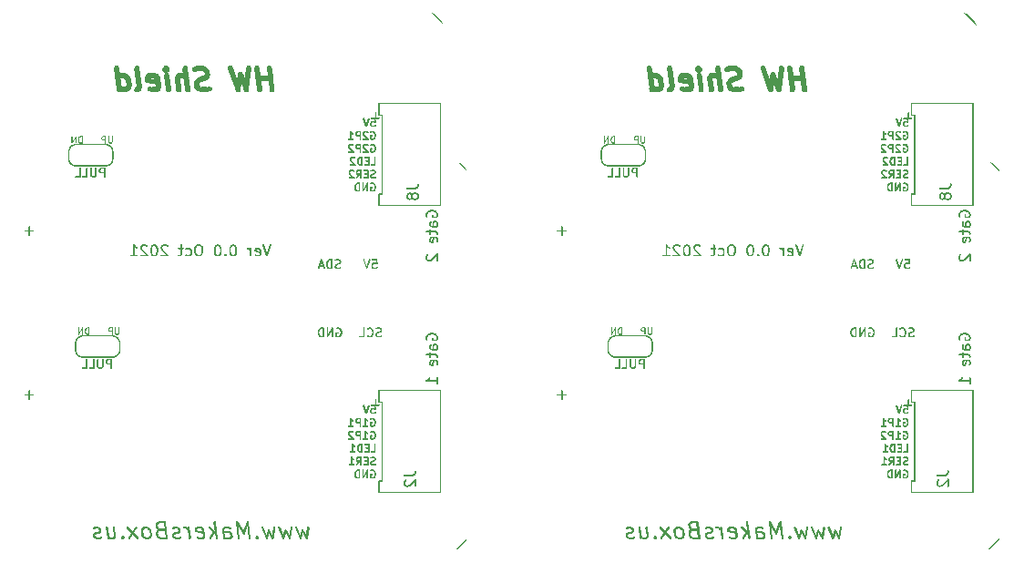
<source format=gbo>
%MOIN*%
%OFA0B0*%
%FSLAX36Y36*%
%IPPOS*%
%LPD*%
%LPD*%
G36*
X001264091Y000155569D02*
G01*
X001265307Y000155761D01*
X001266405Y000156320D01*
X001267276Y000157192D01*
X001267835Y000158288D01*
X001274163Y000197659D01*
X001274356Y000198875D01*
X001274163Y000200092D01*
X001273604Y000201189D01*
X001272732Y000202061D01*
X001271635Y000202620D01*
X001270419Y000202811D01*
X001269202Y000202620D01*
X001268105Y000202061D01*
X001267233Y000201189D01*
X001266674Y000200092D01*
X001260347Y000160722D01*
X001260154Y000159505D01*
X001260347Y000158288D01*
X001260905Y000157192D01*
X001261777Y000156320D01*
X001262875Y000155761D01*
X001264091Y000155569D01*
G37*
G36*
X001264091Y000155569D02*
G01*
X001265307Y000155761D01*
X001266405Y000156320D01*
X001267276Y000157192D01*
X001267835Y000158288D01*
X001268028Y000159505D01*
X001267835Y000160722D01*
X001267276Y000161818D01*
X001252513Y000189941D01*
X001251641Y000190812D01*
X001250543Y000191371D01*
X001249327Y000191564D01*
X001248111Y000191371D01*
X001247013Y000190812D01*
X001246142Y000189941D01*
X001245583Y000188843D01*
X001245390Y000187627D01*
X001245583Y000186410D01*
X001246142Y000185313D01*
X001260905Y000157192D01*
X001261777Y000156320D01*
X001262875Y000155761D01*
X001264091Y000155569D01*
G37*
G36*
X001241594Y000155569D02*
G01*
X001242811Y000155761D01*
X001243908Y000156320D01*
X001244779Y000157192D01*
X001245339Y000158288D01*
X001253071Y000186410D01*
X001253265Y000187627D01*
X001253071Y000188843D01*
X001252513Y000189941D01*
X001251641Y000190812D01*
X001250543Y000191371D01*
X001249327Y000191564D01*
X001248111Y000191371D01*
X001247013Y000190812D01*
X001246142Y000189941D01*
X001245583Y000188843D01*
X001237850Y000160722D01*
X001237656Y000159505D01*
X001237850Y000158288D01*
X001238409Y000157192D01*
X001239280Y000156320D01*
X001240378Y000155761D01*
X001241594Y000155569D01*
G37*
G36*
X001241594Y000155569D02*
G01*
X001242811Y000155761D01*
X001243908Y000156320D01*
X001244779Y000157192D01*
X001245339Y000158288D01*
X001245531Y000159505D01*
X001245339Y000160722D01*
X001229168Y000200092D01*
X001228609Y000201189D01*
X001227739Y000202061D01*
X001226640Y000202620D01*
X001225424Y000202811D01*
X001224207Y000202620D01*
X001223110Y000202061D01*
X001222239Y000201189D01*
X001221680Y000200092D01*
X001221487Y000198875D01*
X001221680Y000197659D01*
X001237850Y000158288D01*
X001238409Y000157192D01*
X001239280Y000156320D01*
X001240378Y000155761D01*
X001241594Y000155569D01*
G37*
G36*
X001202224Y000155569D02*
G01*
X001203441Y000155761D01*
X001204538Y000156320D01*
X001205409Y000157192D01*
X001205968Y000158288D01*
X001212295Y000197659D01*
X001212488Y000198875D01*
X001212295Y000200092D01*
X001211737Y000201189D01*
X001210866Y000202061D01*
X001209768Y000202620D01*
X001208552Y000202811D01*
X001207335Y000202620D01*
X001206237Y000202061D01*
X001205366Y000201189D01*
X001204807Y000200092D01*
X001198480Y000160722D01*
X001198286Y000159505D01*
X001198480Y000158288D01*
X001199039Y000157192D01*
X001199910Y000156320D01*
X001201008Y000155761D01*
X001202224Y000155569D01*
G37*
G36*
X001202224Y000155569D02*
G01*
X001203441Y000155761D01*
X001204538Y000156320D01*
X001205409Y000157192D01*
X001205968Y000158288D01*
X001206161Y000159505D01*
X001205968Y000160722D01*
X001205409Y000161818D01*
X001190645Y000189941D01*
X001189774Y000190812D01*
X001188677Y000191371D01*
X001187460Y000191564D01*
X001186244Y000191371D01*
X001185146Y000190812D01*
X001184275Y000189941D01*
X001183716Y000188843D01*
X001183522Y000187627D01*
X001183716Y000186410D01*
X001184275Y000185313D01*
X001199039Y000157192D01*
X001199910Y000156320D01*
X001201008Y000155761D01*
X001202224Y000155569D01*
G37*
G36*
X001179726Y000155569D02*
G01*
X001180943Y000155761D01*
X001182041Y000156320D01*
X001182911Y000157192D01*
X001183471Y000158288D01*
X001191205Y000186410D01*
X001191397Y000187627D01*
X001191205Y000188843D01*
X001190645Y000189941D01*
X001189774Y000190812D01*
X001188677Y000191371D01*
X001187460Y000191564D01*
X001186244Y000191371D01*
X001185146Y000190812D01*
X001184275Y000189941D01*
X001183716Y000188843D01*
X001175982Y000160722D01*
X001175790Y000159505D01*
X001175982Y000158288D01*
X001176542Y000157192D01*
X001177413Y000156320D01*
X001178510Y000155761D01*
X001179726Y000155569D01*
G37*
G36*
X001179726Y000155569D02*
G01*
X001180943Y000155761D01*
X001182041Y000156320D01*
X001182911Y000157192D01*
X001183471Y000158288D01*
X001183663Y000159505D01*
X001183471Y000160722D01*
X001167301Y000200092D01*
X001166741Y000201189D01*
X001165871Y000202061D01*
X001164773Y000202620D01*
X001163557Y000202811D01*
X001162340Y000202620D01*
X001161243Y000202061D01*
X001160372Y000201189D01*
X001159812Y000200092D01*
X001159620Y000198875D01*
X001159812Y000197659D01*
X001175982Y000158288D01*
X001176542Y000157192D01*
X001177413Y000156320D01*
X001178510Y000155761D01*
X001179726Y000155569D01*
G37*
G36*
X001140356Y000155569D02*
G01*
X001141573Y000155761D01*
X001142671Y000156320D01*
X001143541Y000157192D01*
X001144101Y000158288D01*
X001150428Y000197659D01*
X001150620Y000198875D01*
X001150428Y000200092D01*
X001149869Y000201189D01*
X001148998Y000202061D01*
X001147900Y000202620D01*
X001146684Y000202811D01*
X001145467Y000202620D01*
X001144370Y000202061D01*
X001143499Y000201189D01*
X001142939Y000200092D01*
X001136612Y000160722D01*
X001136420Y000159505D01*
X001136612Y000158288D01*
X001137172Y000157192D01*
X001138043Y000156320D01*
X001139140Y000155761D01*
X001140356Y000155569D01*
G37*
G36*
X001140356Y000155569D02*
G01*
X001141573Y000155761D01*
X001142671Y000156320D01*
X001143541Y000157192D01*
X001144101Y000158288D01*
X001144293Y000159505D01*
X001144101Y000160722D01*
X001143541Y000161818D01*
X001128778Y000189941D01*
X001127907Y000190812D01*
X001126810Y000191371D01*
X001125592Y000191564D01*
X001124376Y000191371D01*
X001123279Y000190812D01*
X001122408Y000189941D01*
X001121848Y000188843D01*
X001121656Y000187627D01*
X001121848Y000186410D01*
X001122408Y000185313D01*
X001137172Y000157192D01*
X001138043Y000156320D01*
X001139140Y000155761D01*
X001140356Y000155569D01*
G37*
G36*
X001117860Y000155569D02*
G01*
X001119076Y000155761D01*
X001120173Y000156320D01*
X001121045Y000157192D01*
X001121604Y000158288D01*
X001129337Y000186410D01*
X001129529Y000187627D01*
X001129337Y000188843D01*
X001128778Y000189941D01*
X001127907Y000190812D01*
X001126810Y000191371D01*
X001125592Y000191564D01*
X001124376Y000191371D01*
X001123279Y000190812D01*
X001122408Y000189941D01*
X001121848Y000188843D01*
X001114115Y000160722D01*
X001113922Y000159505D01*
X001114115Y000158288D01*
X001114674Y000157192D01*
X001115546Y000156320D01*
X001116643Y000155761D01*
X001117860Y000155569D01*
G37*
G36*
X001117860Y000155569D02*
G01*
X001119076Y000155761D01*
X001120173Y000156320D01*
X001121045Y000157192D01*
X001121604Y000158288D01*
X001121797Y000159505D01*
X001121604Y000160722D01*
X001105433Y000200092D01*
X001104875Y000201189D01*
X001104004Y000202061D01*
X001102906Y000202620D01*
X001101690Y000202811D01*
X001100473Y000202620D01*
X001099376Y000202061D01*
X001098504Y000201189D01*
X001097945Y000200092D01*
X001097752Y000198875D01*
X001097945Y000197659D01*
X001114115Y000158288D01*
X001114674Y000157192D01*
X001115546Y000156320D01*
X001116643Y000155761D01*
X001117860Y000155569D01*
G37*
G36*
X001080950Y000158380D02*
G01*
X001082167Y000158573D01*
X001083264Y000159133D01*
X001084135Y000160003D01*
X001086596Y000162816D01*
X001087155Y000163914D01*
X001087348Y000165130D01*
X001087155Y000166346D01*
X001086596Y000167444D01*
X001085724Y000168314D01*
X001084627Y000168874D01*
X001083411Y000169067D01*
X001082194Y000168874D01*
X001081097Y000168314D01*
X001080225Y000167444D01*
X001077765Y000164632D01*
X001077206Y000163534D01*
X001077013Y000162317D01*
X001077206Y000161101D01*
X001077765Y000160003D01*
X001078636Y000159133D01*
X001079733Y000158573D01*
X001080950Y000158380D01*
G37*
G36*
X001084114Y000155569D02*
G01*
X001085330Y000155761D01*
X001086428Y000156320D01*
X001087299Y000157192D01*
X001087858Y000158288D01*
X001088050Y000159505D01*
X001087858Y000160722D01*
X001087299Y000161818D01*
X001086428Y000162691D01*
X001083264Y000165503D01*
X001082167Y000166063D01*
X001080950Y000166254D01*
X001079733Y000166063D01*
X001078636Y000165503D01*
X001077765Y000164632D01*
X001077206Y000163534D01*
X001077013Y000162317D01*
X001077206Y000161101D01*
X001077765Y000160003D01*
X001078636Y000159133D01*
X001081800Y000156320D01*
X001082897Y000155761D01*
X001084114Y000155569D01*
G37*
G36*
X001084114Y000155569D02*
G01*
X001085330Y000155761D01*
X001086428Y000156320D01*
X001087299Y000157192D01*
X001089760Y000160003D01*
X001090319Y000161101D01*
X001090511Y000162317D01*
X001090319Y000163534D01*
X001089760Y000164632D01*
X001088888Y000165503D01*
X001087791Y000166063D01*
X001086574Y000166254D01*
X001085358Y000166063D01*
X001084260Y000165503D01*
X001083389Y000164632D01*
X001080929Y000161818D01*
X001080369Y000160722D01*
X001080176Y000159505D01*
X001080369Y000158288D01*
X001080929Y000157192D01*
X001081800Y000156320D01*
X001082897Y000155761D01*
X001084114Y000155569D01*
G37*
G36*
X001086574Y000158380D02*
G01*
X001087791Y000158573D01*
X001088888Y000159133D01*
X001089760Y000160003D01*
X001090319Y000161101D01*
X001090511Y000162317D01*
X001090319Y000163534D01*
X001089760Y000164632D01*
X001088888Y000165503D01*
X001085724Y000168314D01*
X001084627Y000168874D01*
X001083411Y000169067D01*
X001082194Y000168874D01*
X001081097Y000168314D01*
X001080225Y000167444D01*
X001079667Y000166346D01*
X001079474Y000165130D01*
X001079667Y000163914D01*
X001080225Y000162816D01*
X001081097Y000161944D01*
X001084260Y000159133D01*
X001085358Y000158573D01*
X001086574Y000158380D01*
G37*
G36*
X001084114Y000155569D02*
G01*
X001085330Y000155761D01*
X001086428Y000156320D01*
X001087299Y000157192D01*
X001087858Y000158288D01*
X001088050Y000159505D01*
X001087348Y000165130D01*
X001087155Y000166346D01*
X001086596Y000167444D01*
X001085724Y000168314D01*
X001084627Y000168874D01*
X001083411Y000169067D01*
X001082194Y000168874D01*
X001081097Y000168314D01*
X001080225Y000167444D01*
X001079667Y000166346D01*
X001079474Y000165130D01*
X001080176Y000159505D01*
X001080369Y000158288D01*
X001080929Y000157192D01*
X001081800Y000156320D01*
X001082897Y000155761D01*
X001084114Y000155569D01*
G37*
G36*
X001055993Y000155569D02*
G01*
X001057209Y000155761D01*
X001058307Y000156320D01*
X001059178Y000157192D01*
X001059736Y000158288D01*
X001059929Y000159505D01*
X001052547Y000218560D01*
X001052354Y000219777D01*
X001051796Y000220874D01*
X001050925Y000221746D01*
X001049827Y000222305D01*
X001048611Y000222497D01*
X001047393Y000222305D01*
X001046295Y000221746D01*
X001045426Y000220874D01*
X001044866Y000219777D01*
X001044673Y000218560D01*
X001052055Y000159505D01*
X001052248Y000158288D01*
X001052807Y000157192D01*
X001053678Y000156320D01*
X001054776Y000155761D01*
X001055993Y000155569D01*
G37*
G36*
X001034198Y000172441D02*
G01*
X001035415Y000172634D01*
X001036512Y000173193D01*
X001037383Y000174064D01*
X001037941Y000175161D01*
X001052354Y000217344D01*
X001052547Y000218560D01*
X001052354Y000219777D01*
X001051796Y000220874D01*
X001050925Y000221746D01*
X001049827Y000222305D01*
X001048611Y000222497D01*
X001047393Y000222305D01*
X001046295Y000221746D01*
X001045426Y000220874D01*
X001044866Y000219777D01*
X001030454Y000177596D01*
X001030261Y000176378D01*
X001030454Y000175161D01*
X001031013Y000174064D01*
X001031884Y000173193D01*
X001032980Y000172634D01*
X001034198Y000172441D01*
G37*
G36*
X001034198Y000172441D02*
G01*
X001035415Y000172634D01*
X001036512Y000173193D01*
X001037383Y000174064D01*
X001037941Y000175161D01*
X001038136Y000176378D01*
X001037941Y000177596D01*
X001037383Y000178691D01*
X001012426Y000220874D01*
X001011555Y000221746D01*
X001010456Y000222305D01*
X001009241Y000222497D01*
X001008024Y000222305D01*
X001006926Y000221746D01*
X001006054Y000220874D01*
X001005496Y000219777D01*
X001005303Y000218560D01*
X001005496Y000217344D01*
X001006054Y000216247D01*
X001031013Y000174064D01*
X001031884Y000173193D01*
X001032980Y000172634D01*
X001034198Y000172441D01*
G37*
G36*
X001016621Y000155569D02*
G01*
X001017838Y000155761D01*
X001018937Y000156320D01*
X001019808Y000157192D01*
X001020366Y000158288D01*
X001020559Y000159505D01*
X001013177Y000218560D01*
X001012984Y000219777D01*
X001012426Y000220874D01*
X001011555Y000221746D01*
X001010456Y000222305D01*
X001009241Y000222497D01*
X001008024Y000222305D01*
X001006926Y000221746D01*
X001006054Y000220874D01*
X001005496Y000219777D01*
X001005303Y000218560D01*
X001012685Y000159505D01*
X001012878Y000158288D01*
X001013436Y000157192D01*
X001014308Y000156320D01*
X001015406Y000155761D01*
X001016621Y000155569D01*
G37*
G36*
X000963191Y000155569D02*
G01*
X000964408Y000155761D01*
X000965506Y000156320D01*
X000966376Y000157192D01*
X000966935Y000158288D01*
X000967128Y000159505D01*
X000963262Y000190438D01*
X000963069Y000191656D01*
X000962509Y000192753D01*
X000961639Y000193624D01*
X000960541Y000194184D01*
X000959325Y000194376D01*
X000958107Y000194184D01*
X000957010Y000193624D01*
X000956139Y000192753D01*
X000955579Y000191656D01*
X000955388Y000190438D01*
X000959254Y000159505D01*
X000959446Y000158288D01*
X000960005Y000157192D01*
X000960877Y000156320D01*
X000961974Y000155761D01*
X000963191Y000155569D01*
G37*
G36*
X000959325Y000186503D02*
G01*
X000960541Y000186694D01*
X000961639Y000187254D01*
X000962509Y000188125D01*
X000963069Y000189222D01*
X000965178Y000194846D01*
X000965371Y000196063D01*
X000965178Y000197280D01*
X000964619Y000198378D01*
X000963748Y000199249D01*
X000962650Y000199808D01*
X000961434Y000200000D01*
X000960217Y000199808D01*
X000959120Y000199249D01*
X000958248Y000198378D01*
X000957689Y000197280D01*
X000955579Y000191656D01*
X000955388Y000190438D01*
X000955579Y000189222D01*
X000956139Y000188125D01*
X000957010Y000187254D01*
X000958107Y000186694D01*
X000959325Y000186503D01*
G37*
G36*
X000961434Y000192126D02*
G01*
X000962650Y000192319D01*
X000963748Y000192878D01*
X000969019Y000195690D01*
X000969891Y000196562D01*
X000970451Y000197659D01*
X000970644Y000198875D01*
X000970451Y000200092D01*
X000969891Y000201189D01*
X000969019Y000202061D01*
X000967923Y000202620D01*
X000966706Y000202811D01*
X000965489Y000202620D01*
X000964392Y000202061D01*
X000959120Y000199249D01*
X000958248Y000198378D01*
X000957689Y000197280D01*
X000957496Y000196063D01*
X000957689Y000194846D01*
X000958248Y000193749D01*
X000959120Y000192878D01*
X000960217Y000192319D01*
X000961434Y000192126D01*
G37*
G36*
X000977955Y000194938D02*
G01*
X000979172Y000195130D01*
X000980269Y000195690D01*
X000981140Y000196562D01*
X000981700Y000197659D01*
X000981891Y000198875D01*
X000981700Y000200092D01*
X000981140Y000201189D01*
X000980269Y000202061D01*
X000979172Y000202620D01*
X000977955Y000202811D01*
X000966706Y000202811D01*
X000965489Y000202620D01*
X000964392Y000202061D01*
X000963521Y000201189D01*
X000962961Y000200092D01*
X000962770Y000198875D01*
X000962961Y000197659D01*
X000963521Y000196562D01*
X000964392Y000195690D01*
X000965489Y000195130D01*
X000966706Y000194938D01*
X000977955Y000194938D01*
G37*
G36*
X000983931Y000192126D02*
G01*
X000985147Y000192319D01*
X000986244Y000192878D01*
X000987115Y000193749D01*
X000987675Y000194846D01*
X000987868Y000196063D01*
X000987675Y000197280D01*
X000987115Y000198378D01*
X000986244Y000199249D01*
X000985147Y000199808D01*
X000979172Y000202620D01*
X000977955Y000202811D01*
X000976738Y000202620D01*
X000975641Y000202061D01*
X000974770Y000201189D01*
X000974210Y000200092D01*
X000974018Y000198875D01*
X000974210Y000197659D01*
X000974770Y000196562D01*
X000975641Y000195690D01*
X000976738Y000195130D01*
X000982714Y000192319D01*
X000983931Y000192126D01*
G37*
G36*
X000968816Y000155569D02*
G01*
X000970032Y000155761D01*
X000971130Y000156320D01*
X000972001Y000157192D01*
X000972559Y000158288D01*
X000972753Y000159505D01*
X000972559Y000160722D01*
X000972001Y000161818D01*
X000971130Y000162691D01*
X000970032Y000163249D01*
X000964057Y000166063D01*
X000962840Y000166254D01*
X000961623Y000166063D01*
X000960526Y000165503D01*
X000959654Y000164632D01*
X000959096Y000163534D01*
X000958903Y000162317D01*
X000959096Y000161101D01*
X000959654Y000160003D01*
X000960526Y000159133D01*
X000961623Y000158573D01*
X000967599Y000155761D01*
X000968816Y000155569D01*
G37*
G36*
X000982876Y000155569D02*
G01*
X000984093Y000155761D01*
X000985190Y000156320D01*
X000986061Y000157192D01*
X000986621Y000158288D01*
X000986812Y000159505D01*
X000986621Y000160722D01*
X000986061Y000161818D01*
X000985190Y000162691D01*
X000984093Y000163249D01*
X000982876Y000163442D01*
X000968816Y000163442D01*
X000967599Y000163249D01*
X000966502Y000162691D01*
X000965630Y000161818D01*
X000965071Y000160722D01*
X000964878Y000159505D01*
X000965071Y000158288D01*
X000965630Y000157192D01*
X000966502Y000156320D01*
X000967599Y000155761D01*
X000968816Y000155569D01*
X000982876Y000155569D01*
G37*
G36*
X000982876Y000155569D02*
G01*
X000984093Y000155761D01*
X000985190Y000156320D01*
X000990463Y000159133D01*
X000991334Y000160003D01*
X000991894Y000161101D01*
X000992086Y000162317D01*
X000991894Y000163534D01*
X000991334Y000164632D01*
X000990463Y000165503D01*
X000989365Y000166063D01*
X000988149Y000166254D01*
X000986933Y000166063D01*
X000985834Y000165503D01*
X000980562Y000162691D01*
X000979691Y000161818D01*
X000979132Y000160722D01*
X000978939Y000159505D01*
X000979132Y000158288D01*
X000979691Y000157192D01*
X000980562Y000156320D01*
X000981659Y000155761D01*
X000982876Y000155569D01*
G37*
G36*
X000988149Y000158380D02*
G01*
X000989365Y000158573D01*
X000990463Y000159133D01*
X000991334Y000160003D01*
X000991894Y000161101D01*
X000994003Y000166725D01*
X000994194Y000167942D01*
X000994003Y000169157D01*
X000993443Y000170256D01*
X000992572Y000171127D01*
X000991475Y000171686D01*
X000990257Y000171878D01*
X000989041Y000171686D01*
X000987944Y000171127D01*
X000987073Y000170256D01*
X000986513Y000169157D01*
X000984405Y000163534D01*
X000984211Y000162317D01*
X000984405Y000161101D01*
X000984963Y000160003D01*
X000985834Y000159133D01*
X000986933Y000158573D01*
X000988149Y000158380D01*
G37*
G36*
X000990257Y000164005D02*
G01*
X000991475Y000164197D01*
X000992572Y000164756D01*
X000993443Y000165628D01*
X000994003Y000166725D01*
X000994194Y000167942D01*
X000993492Y000173566D01*
X000993298Y000174783D01*
X000992741Y000175881D01*
X000991870Y000176751D01*
X000990772Y000177310D01*
X000989556Y000177503D01*
X000988339Y000177310D01*
X000987241Y000176751D01*
X000986370Y000175881D01*
X000985811Y000174783D01*
X000985618Y000173566D01*
X000986320Y000167942D01*
X000986513Y000166725D01*
X000987073Y000165628D01*
X000987944Y000164756D01*
X000989041Y000164197D01*
X000990257Y000164005D01*
G37*
G36*
X000989556Y000169628D02*
G01*
X000990772Y000169822D01*
X000991870Y000170381D01*
X000992741Y000171252D01*
X000993298Y000172349D01*
X000993492Y000173566D01*
X000993298Y000174783D01*
X000992741Y000175881D01*
X000989225Y000181505D01*
X000988354Y000182376D01*
X000987256Y000182935D01*
X000986040Y000183127D01*
X000984824Y000182935D01*
X000983726Y000182376D01*
X000982854Y000181505D01*
X000982296Y000180407D01*
X000982103Y000179190D01*
X000982296Y000177972D01*
X000982854Y000176877D01*
X000986370Y000171252D01*
X000987241Y000170381D01*
X000988339Y000169822D01*
X000989556Y000169628D01*
G37*
G36*
X000986040Y000175254D02*
G01*
X000987256Y000175446D01*
X000988354Y000176005D01*
X000989225Y000176877D01*
X000989784Y000177972D01*
X000989977Y000179190D01*
X000989784Y000180407D01*
X000989225Y000181505D01*
X000988354Y000182376D01*
X000987256Y000182935D01*
X000981281Y000185748D01*
X000980064Y000185939D01*
X000978847Y000185748D01*
X000977750Y000185188D01*
X000976879Y000184317D01*
X000976320Y000183219D01*
X000976127Y000182003D01*
X000976320Y000180786D01*
X000976879Y000179688D01*
X000977750Y000178818D01*
X000978847Y000178257D01*
X000984824Y000175446D01*
X000986040Y000175254D01*
G37*
G36*
X000980064Y000178065D02*
G01*
X000981281Y000178257D01*
X000982378Y000178818D01*
X000983250Y000179688D01*
X000983808Y000180786D01*
X000984002Y000182003D01*
X000983808Y000183219D01*
X000983250Y000184317D01*
X000982378Y000185188D01*
X000981281Y000185748D01*
X000980064Y000185939D01*
X000966004Y000185939D01*
X000964786Y000185748D01*
X000963690Y000185188D01*
X000962818Y000184317D01*
X000962259Y000183219D01*
X000962065Y000182003D01*
X000962259Y000180786D01*
X000962818Y000179688D01*
X000963690Y000178818D01*
X000964786Y000178257D01*
X000966004Y000178065D01*
X000980064Y000178065D01*
G37*
G36*
X000966004Y000178065D02*
G01*
X000967220Y000178257D01*
X000968318Y000178818D01*
X000969188Y000179688D01*
X000969748Y000180786D01*
X000969940Y000182003D01*
X000969748Y000183219D01*
X000969188Y000184317D01*
X000968318Y000185188D01*
X000967220Y000185748D01*
X000961244Y000188559D01*
X000960028Y000188752D01*
X000958810Y000188559D01*
X000957713Y000188000D01*
X000956843Y000187128D01*
X000956284Y000186030D01*
X000956089Y000184815D01*
X000956284Y000183599D01*
X000956843Y000182501D01*
X000957713Y000181629D01*
X000958810Y000181071D01*
X000964786Y000178257D01*
X000966004Y000178065D01*
G37*
G36*
X000935070Y000155569D02*
G01*
X000936286Y000155761D01*
X000937384Y000156320D01*
X000938255Y000157192D01*
X000938814Y000158288D01*
X000939006Y000159505D01*
X000931624Y000218560D01*
X000931432Y000219777D01*
X000930873Y000220874D01*
X000930002Y000221746D01*
X000928904Y000222305D01*
X000927687Y000222497D01*
X000926471Y000222305D01*
X000925374Y000221746D01*
X000924503Y000220874D01*
X000923943Y000219777D01*
X000923751Y000218560D01*
X000931133Y000159505D01*
X000931324Y000158288D01*
X000931885Y000157192D01*
X000932756Y000156320D01*
X000933853Y000155761D01*
X000935070Y000155569D01*
G37*
G36*
X000912573Y000155569D02*
G01*
X000913789Y000155761D01*
X000914887Y000156320D01*
X000915757Y000157192D01*
X000929819Y000179688D01*
X000930378Y000180786D01*
X000930570Y000182003D01*
X000930378Y000183219D01*
X000929819Y000184317D01*
X000928948Y000185188D01*
X000927849Y000185748D01*
X000926633Y000185939D01*
X000925417Y000185748D01*
X000924318Y000185188D01*
X000923448Y000184317D01*
X000909387Y000161818D01*
X000908828Y000160722D01*
X000908636Y000159505D01*
X000908828Y000158288D01*
X000909387Y000157192D01*
X000910258Y000156320D01*
X000911355Y000155761D01*
X000912573Y000155569D01*
G37*
G36*
X000932961Y000172441D02*
G01*
X000934178Y000172634D01*
X000935275Y000173193D01*
X000936146Y000174064D01*
X000936704Y000175161D01*
X000936898Y000176378D01*
X000936704Y000177596D01*
X000936146Y000178691D01*
X000935275Y000179564D01*
X000909965Y000202061D01*
X000908868Y000202620D01*
X000907651Y000202811D01*
X000906434Y000202620D01*
X000905337Y000202061D01*
X000904465Y000201189D01*
X000903906Y000200092D01*
X000903715Y000198875D01*
X000903906Y000197659D01*
X000904465Y000196562D01*
X000905337Y000195690D01*
X000930646Y000173193D01*
X000931745Y000172634D01*
X000932961Y000172441D01*
G37*
G36*
X000870390Y000155569D02*
G01*
X000871606Y000155761D01*
X000872704Y000156320D01*
X000873576Y000157192D01*
X000874134Y000158288D01*
X000874328Y000159505D01*
X000874134Y000160722D01*
X000873576Y000161818D01*
X000872704Y000162691D01*
X000871606Y000163249D01*
X000865631Y000166063D01*
X000864415Y000166254D01*
X000863198Y000166063D01*
X000862101Y000165503D01*
X000861229Y000164632D01*
X000860670Y000163534D01*
X000860477Y000162317D01*
X000860670Y000161101D01*
X000861229Y000160003D01*
X000862101Y000159133D01*
X000863198Y000158573D01*
X000869174Y000155761D01*
X000870390Y000155569D01*
G37*
G36*
X000881639Y000155569D02*
G01*
X000882855Y000155761D01*
X000883953Y000156320D01*
X000884824Y000157192D01*
X000885383Y000158288D01*
X000885577Y000159505D01*
X000885383Y000160722D01*
X000884824Y000161818D01*
X000883953Y000162691D01*
X000882855Y000163249D01*
X000881639Y000163442D01*
X000870390Y000163442D01*
X000869174Y000163249D01*
X000868076Y000162691D01*
X000867205Y000161818D01*
X000866646Y000160722D01*
X000866453Y000159505D01*
X000866646Y000158288D01*
X000867205Y000157192D01*
X000868076Y000156320D01*
X000869174Y000155761D01*
X000870390Y000155569D01*
X000881639Y000155569D01*
G37*
G36*
X000881639Y000155569D02*
G01*
X000882855Y000155761D01*
X000883953Y000156320D01*
X000889226Y000159133D01*
X000890095Y000160003D01*
X000890656Y000161101D01*
X000890848Y000162317D01*
X000890656Y000163534D01*
X000890095Y000164632D01*
X000889226Y000165503D01*
X000888128Y000166063D01*
X000886911Y000166254D01*
X000885695Y000166063D01*
X000884598Y000165503D01*
X000879325Y000162691D01*
X000878454Y000161818D01*
X000877895Y000160722D01*
X000877702Y000159505D01*
X000877895Y000158288D01*
X000878454Y000157192D01*
X000879325Y000156320D01*
X000880422Y000155761D01*
X000881639Y000155569D01*
G37*
G36*
X000886911Y000158380D02*
G01*
X000888128Y000158573D01*
X000889226Y000159133D01*
X000890095Y000160003D01*
X000890656Y000161101D01*
X000892764Y000166725D01*
X000892957Y000167942D01*
X000892764Y000169157D01*
X000892206Y000170256D01*
X000891335Y000171127D01*
X000890238Y000171686D01*
X000889021Y000171878D01*
X000887804Y000171686D01*
X000886707Y000171127D01*
X000885834Y000170256D01*
X000885277Y000169157D01*
X000883167Y000163534D01*
X000882975Y000162317D01*
X000883167Y000161101D01*
X000883726Y000160003D01*
X000884598Y000159133D01*
X000885695Y000158573D01*
X000886911Y000158380D01*
G37*
G36*
X000889021Y000164005D02*
G01*
X000890238Y000164197D01*
X000891335Y000164756D01*
X000892206Y000165628D01*
X000892764Y000166725D01*
X000892957Y000167942D01*
X000890146Y000190438D01*
X000889952Y000191656D01*
X000889394Y000192753D01*
X000888523Y000193624D01*
X000887426Y000194184D01*
X000886209Y000194376D01*
X000884993Y000194184D01*
X000883894Y000193624D01*
X000883024Y000192753D01*
X000882465Y000191656D01*
X000882271Y000190438D01*
X000885084Y000167942D01*
X000885277Y000166725D01*
X000885834Y000165628D01*
X000886707Y000164756D01*
X000887804Y000164197D01*
X000889021Y000164005D01*
G37*
G36*
X000886209Y000186503D02*
G01*
X000887426Y000186694D01*
X000888523Y000187254D01*
X000889394Y000188125D01*
X000889952Y000189222D01*
X000890146Y000190438D01*
X000889952Y000191656D01*
X000889394Y000192753D01*
X000885879Y000198378D01*
X000885008Y000199249D01*
X000883909Y000199808D01*
X000882693Y000200000D01*
X000881477Y000199808D01*
X000880380Y000199249D01*
X000879508Y000198378D01*
X000878949Y000197280D01*
X000878756Y000196063D01*
X000878949Y000194846D01*
X000879508Y000193749D01*
X000883024Y000188125D01*
X000883894Y000187254D01*
X000884993Y000186694D01*
X000886209Y000186503D01*
G37*
G36*
X000882693Y000192126D02*
G01*
X000883909Y000192319D01*
X000885008Y000192878D01*
X000885879Y000193749D01*
X000886437Y000194846D01*
X000886631Y000196063D01*
X000886437Y000197280D01*
X000885879Y000198378D01*
X000885008Y000199249D01*
X000883909Y000199808D01*
X000877935Y000202620D01*
X000876717Y000202811D01*
X000875501Y000202620D01*
X000874404Y000202061D01*
X000873532Y000201189D01*
X000872973Y000200092D01*
X000872780Y000198875D01*
X000872973Y000197659D01*
X000873532Y000196562D01*
X000874404Y000195690D01*
X000875501Y000195130D01*
X000881477Y000192319D01*
X000882693Y000192126D01*
G37*
G36*
X000876717Y000194938D02*
G01*
X000877935Y000195130D01*
X000879031Y000195690D01*
X000879903Y000196562D01*
X000880462Y000197659D01*
X000880654Y000198875D01*
X000880462Y000200092D01*
X000879903Y000201189D01*
X000879031Y000202061D01*
X000877935Y000202620D01*
X000876717Y000202811D01*
X000865469Y000202811D01*
X000864253Y000202620D01*
X000863155Y000202061D01*
X000862283Y000201189D01*
X000861724Y000200092D01*
X000861531Y000198875D01*
X000861724Y000197659D01*
X000862283Y000196562D01*
X000863155Y000195690D01*
X000864253Y000195130D01*
X000865469Y000194938D01*
X000876717Y000194938D01*
G37*
G36*
X000860196Y000192126D02*
G01*
X000861413Y000192319D01*
X000862511Y000192878D01*
X000867783Y000195690D01*
X000868654Y000196562D01*
X000869213Y000197659D01*
X000869406Y000198875D01*
X000869213Y000200092D01*
X000868654Y000201189D01*
X000867783Y000202061D01*
X000866685Y000202620D01*
X000865469Y000202811D01*
X000864253Y000202620D01*
X000863155Y000202061D01*
X000857882Y000199249D01*
X000857011Y000198378D01*
X000856452Y000197280D01*
X000856259Y000196063D01*
X000856452Y000194846D01*
X000857011Y000193749D01*
X000857882Y000192878D01*
X000858979Y000192319D01*
X000860196Y000192126D01*
G37*
G36*
X000858087Y000186503D02*
G01*
X000859302Y000186694D01*
X000860401Y000187254D01*
X000861272Y000188125D01*
X000861831Y000189222D01*
X000863941Y000194846D01*
X000864133Y000196063D01*
X000863941Y000197280D01*
X000863382Y000198378D01*
X000862511Y000199249D01*
X000861413Y000199808D01*
X000860196Y000200000D01*
X000858979Y000199808D01*
X000857882Y000199249D01*
X000857011Y000198378D01*
X000856452Y000197280D01*
X000854343Y000191656D01*
X000854150Y000190438D01*
X000854343Y000189222D01*
X000854902Y000188125D01*
X000855772Y000187254D01*
X000856871Y000186694D01*
X000858087Y000186503D01*
G37*
G36*
X000858790Y000180877D02*
G01*
X000860007Y000181071D01*
X000861105Y000181629D01*
X000861975Y000182501D01*
X000862535Y000183599D01*
X000862726Y000184815D01*
X000862025Y000190438D01*
X000861831Y000191656D01*
X000861272Y000192753D01*
X000860401Y000193624D01*
X000859302Y000194184D01*
X000858087Y000194376D01*
X000856871Y000194184D01*
X000855772Y000193624D01*
X000854902Y000192753D01*
X000854343Y000191656D01*
X000854150Y000190438D01*
X000854853Y000184815D01*
X000855046Y000183599D01*
X000855606Y000182501D01*
X000856476Y000181629D01*
X000857574Y000181071D01*
X000858790Y000180877D01*
G37*
G36*
X000887615Y000175254D02*
G01*
X000888831Y000175446D01*
X000889929Y000176005D01*
X000890800Y000176877D01*
X000891359Y000177972D01*
X000891552Y000179190D01*
X000891359Y000180407D01*
X000890800Y000181505D01*
X000889929Y000182376D01*
X000888831Y000182935D01*
X000860007Y000188559D01*
X000858790Y000188752D01*
X000857574Y000188559D01*
X000856476Y000188000D01*
X000855606Y000187128D01*
X000855046Y000186030D01*
X000854853Y000184815D01*
X000855046Y000183599D01*
X000855606Y000182501D01*
X000856476Y000181629D01*
X000857574Y000181071D01*
X000886398Y000175446D01*
X000887615Y000175254D01*
G37*
G36*
X000836644Y000155569D02*
G01*
X000837861Y000155761D01*
X000838959Y000156320D01*
X000839830Y000157192D01*
X000840389Y000158288D01*
X000840581Y000159505D01*
X000835660Y000198875D01*
X000835468Y000200092D01*
X000834908Y000201189D01*
X000834038Y000202061D01*
X000832940Y000202620D01*
X000831723Y000202811D01*
X000830507Y000202620D01*
X000829409Y000202061D01*
X000828539Y000201189D01*
X000827979Y000200092D01*
X000827787Y000198875D01*
X000832708Y000159505D01*
X000832900Y000158288D01*
X000833460Y000157192D01*
X000834330Y000156320D01*
X000835428Y000155761D01*
X000836644Y000155569D01*
G37*
G36*
X000833130Y000183690D02*
G01*
X000834346Y000183882D01*
X000835444Y000184442D01*
X000836315Y000185313D01*
X000836874Y000186410D01*
X000837066Y000187627D01*
X000836874Y000188843D01*
X000836315Y000189941D01*
X000832800Y000195566D01*
X000831929Y000196437D01*
X000830831Y000196995D01*
X000829615Y000197188D01*
X000828398Y000196995D01*
X000827300Y000196437D01*
X000826429Y000195566D01*
X000825870Y000194467D01*
X000825677Y000193251D01*
X000825870Y000192035D01*
X000826429Y000190937D01*
X000829944Y000185313D01*
X000830815Y000184442D01*
X000831913Y000183882D01*
X000833130Y000183690D01*
G37*
G36*
X000829615Y000189314D02*
G01*
X000830831Y000189507D01*
X000831929Y000190065D01*
X000832800Y000190937D01*
X000833358Y000192035D01*
X000833551Y000193251D01*
X000833358Y000194467D01*
X000832800Y000195566D01*
X000831929Y000196437D01*
X000828765Y000199249D01*
X000827667Y000199808D01*
X000826451Y000200000D01*
X000825233Y000199808D01*
X000824136Y000199249D01*
X000823264Y000198378D01*
X000822705Y000197280D01*
X000822514Y000196063D01*
X000822705Y000194846D01*
X000823264Y000193749D01*
X000824136Y000192878D01*
X000827300Y000190065D01*
X000828398Y000189507D01*
X000829615Y000189314D01*
G37*
G36*
X000826451Y000192126D02*
G01*
X000827667Y000192319D01*
X000828765Y000192878D01*
X000829635Y000193749D01*
X000830194Y000194846D01*
X000830387Y000196063D01*
X000830194Y000197280D01*
X000829635Y000198378D01*
X000828765Y000199249D01*
X000827667Y000199808D01*
X000821691Y000202620D01*
X000820474Y000202811D01*
X000819258Y000202620D01*
X000818161Y000202061D01*
X000817290Y000201189D01*
X000816730Y000200092D01*
X000816538Y000198875D01*
X000816730Y000197659D01*
X000817290Y000196562D01*
X000818161Y000195690D01*
X000819258Y000195130D01*
X000825233Y000192319D01*
X000826451Y000192126D01*
G37*
G36*
X000820474Y000194938D02*
G01*
X000821691Y000195130D01*
X000822789Y000195690D01*
X000823659Y000196562D01*
X000824218Y000197659D01*
X000824411Y000198875D01*
X000824218Y000200092D01*
X000823659Y000201189D01*
X000822789Y000202061D01*
X000821691Y000202620D01*
X000820474Y000202811D01*
X000814851Y000202811D01*
X000813634Y000202620D01*
X000812536Y000202061D01*
X000811666Y000201189D01*
X000811106Y000200092D01*
X000810913Y000198875D01*
X000811106Y000197659D01*
X000811666Y000196562D01*
X000812536Y000195690D01*
X000813634Y000195130D01*
X000814851Y000194938D01*
X000820474Y000194938D01*
G37*
G36*
X000797274Y000155569D02*
G01*
X000798491Y000155761D01*
X000799589Y000156320D01*
X000804861Y000159133D01*
X000805732Y000160003D01*
X000806291Y000161101D01*
X000806484Y000162317D01*
X000806291Y000163534D01*
X000805732Y000164632D01*
X000804861Y000165503D01*
X000803764Y000166063D01*
X000802548Y000166254D01*
X000801331Y000166063D01*
X000800232Y000165503D01*
X000794960Y000162691D01*
X000794090Y000161818D01*
X000793530Y000160722D01*
X000793338Y000159505D01*
X000793530Y000158288D01*
X000794090Y000157192D01*
X000794960Y000156320D01*
X000796057Y000155761D01*
X000797274Y000155569D01*
G37*
G36*
X000797274Y000155569D02*
G01*
X000798491Y000155761D01*
X000799589Y000156320D01*
X000800460Y000157192D01*
X000801019Y000158288D01*
X000801210Y000159505D01*
X000801019Y000160722D01*
X000800460Y000161818D01*
X000799589Y000162691D01*
X000798491Y000163249D01*
X000797274Y000163442D01*
X000786026Y000163442D01*
X000784808Y000163249D01*
X000783712Y000162691D01*
X000782841Y000161818D01*
X000782281Y000160722D01*
X000782089Y000159505D01*
X000782281Y000158288D01*
X000782841Y000157192D01*
X000783712Y000156320D01*
X000784808Y000155761D01*
X000786026Y000155569D01*
X000797274Y000155569D01*
G37*
G36*
X000786026Y000155569D02*
G01*
X000787243Y000155761D01*
X000788340Y000156320D01*
X000789211Y000157192D01*
X000789771Y000158288D01*
X000789962Y000159505D01*
X000789771Y000160722D01*
X000789211Y000161818D01*
X000788340Y000162691D01*
X000787243Y000163249D01*
X000781266Y000166063D01*
X000780050Y000166254D01*
X000778832Y000166063D01*
X000777736Y000165503D01*
X000776865Y000164632D01*
X000776306Y000163534D01*
X000776113Y000162317D01*
X000776306Y000161101D01*
X000776865Y000160003D01*
X000777736Y000159133D01*
X000778832Y000158573D01*
X000784808Y000155761D01*
X000786026Y000155569D01*
G37*
G36*
X000780050Y000158380D02*
G01*
X000781266Y000158573D01*
X000782365Y000159133D01*
X000783235Y000160003D01*
X000783794Y000161101D01*
X000783987Y000162317D01*
X000783794Y000163534D01*
X000783235Y000164632D01*
X000779720Y000170256D01*
X000778849Y000171127D01*
X000777752Y000171686D01*
X000776535Y000171878D01*
X000775319Y000171686D01*
X000774221Y000171127D01*
X000773350Y000170256D01*
X000772791Y000169157D01*
X000772597Y000167942D01*
X000772791Y000166725D01*
X000773350Y000165628D01*
X000776865Y000160003D01*
X000777736Y000159133D01*
X000778832Y000158573D01*
X000780050Y000158380D01*
G37*
G36*
X000776535Y000164005D02*
G01*
X000777752Y000164197D01*
X000778849Y000164756D01*
X000779720Y000165628D01*
X000780279Y000166725D01*
X000780472Y000167942D01*
X000780120Y000170754D01*
X000779928Y000171971D01*
X000779368Y000173068D01*
X000778498Y000173939D01*
X000777399Y000174499D01*
X000776183Y000174691D01*
X000774967Y000174499D01*
X000773869Y000173939D01*
X000772998Y000173068D01*
X000772439Y000171971D01*
X000772246Y000170754D01*
X000772597Y000167942D01*
X000772791Y000166725D01*
X000773350Y000165628D01*
X000774221Y000164756D01*
X000775319Y000164197D01*
X000776535Y000164005D01*
G37*
G36*
X000776183Y000166818D02*
G01*
X000777399Y000167009D01*
X000778498Y000167569D01*
X000779368Y000168440D01*
X000779928Y000169537D01*
X000782037Y000175161D01*
X000782230Y000176378D01*
X000782037Y000177596D01*
X000781477Y000178691D01*
X000780606Y000179564D01*
X000779509Y000180122D01*
X000778293Y000180316D01*
X000777076Y000180122D01*
X000775979Y000179564D01*
X000775107Y000178691D01*
X000774547Y000177596D01*
X000772439Y000171971D01*
X000772246Y000170754D01*
X000772439Y000169537D01*
X000772998Y000168440D01*
X000773869Y000167569D01*
X000774967Y000167009D01*
X000776183Y000166818D01*
G37*
G36*
X000778293Y000172441D02*
G01*
X000779509Y000172634D01*
X000780606Y000173193D01*
X000785879Y000176005D01*
X000786750Y000176877D01*
X000787310Y000177972D01*
X000787501Y000179190D01*
X000787310Y000180407D01*
X000786750Y000181505D01*
X000785879Y000182376D01*
X000784782Y000182935D01*
X000783565Y000183127D01*
X000782348Y000182935D01*
X000781251Y000182376D01*
X000775979Y000179564D01*
X000775107Y000178691D01*
X000774547Y000177596D01*
X000774356Y000176378D01*
X000774547Y000175161D01*
X000775107Y000174064D01*
X000775979Y000173193D01*
X000777076Y000172634D01*
X000778293Y000172441D01*
G37*
G36*
X000792002Y000175254D02*
G01*
X000793218Y000175446D01*
X000794316Y000176005D01*
X000795186Y000176877D01*
X000795746Y000177972D01*
X000795939Y000179190D01*
X000795746Y000180407D01*
X000795186Y000181505D01*
X000794316Y000182376D01*
X000793218Y000182935D01*
X000792002Y000183127D01*
X000783565Y000183127D01*
X000782348Y000182935D01*
X000781251Y000182376D01*
X000780380Y000181505D01*
X000779820Y000180407D01*
X000779628Y000179190D01*
X000779820Y000177972D01*
X000780380Y000176877D01*
X000781251Y000176005D01*
X000782348Y000175446D01*
X000783565Y000175254D01*
X000792002Y000175254D01*
G37*
G36*
X000792002Y000175254D02*
G01*
X000793218Y000175446D01*
X000794316Y000176005D01*
X000799589Y000178818D01*
X000800460Y000179688D01*
X000801019Y000180786D01*
X000801210Y000182003D01*
X000801019Y000183219D01*
X000800460Y000184317D01*
X000799589Y000185188D01*
X000798491Y000185748D01*
X000797274Y000185939D01*
X000796057Y000185748D01*
X000794960Y000185188D01*
X000789688Y000182376D01*
X000788817Y000181505D01*
X000788257Y000180407D01*
X000788065Y000179190D01*
X000788257Y000177972D01*
X000788817Y000176877D01*
X000789688Y000176005D01*
X000790784Y000175446D01*
X000792002Y000175254D01*
G37*
G36*
X000797274Y000178065D02*
G01*
X000798491Y000178257D01*
X000799589Y000178818D01*
X000800460Y000179688D01*
X000801019Y000180786D01*
X000803128Y000186410D01*
X000803321Y000187627D01*
X000803128Y000188843D01*
X000802568Y000189941D01*
X000801698Y000190812D01*
X000800600Y000191371D01*
X000799384Y000191564D01*
X000798166Y000191371D01*
X000797070Y000190812D01*
X000796198Y000189941D01*
X000795639Y000188843D01*
X000793530Y000183219D01*
X000793338Y000182003D01*
X000793530Y000180786D01*
X000794090Y000179688D01*
X000794960Y000178818D01*
X000796057Y000178257D01*
X000797274Y000178065D01*
G37*
G36*
X000799384Y000183690D02*
G01*
X000800600Y000183882D01*
X000801698Y000184442D01*
X000802568Y000185313D01*
X000803128Y000186410D01*
X000803321Y000187627D01*
X000802969Y000190438D01*
X000802776Y000191656D01*
X000802216Y000192753D01*
X000801346Y000193624D01*
X000800248Y000194184D01*
X000799032Y000194376D01*
X000797816Y000194184D01*
X000796718Y000193624D01*
X000795846Y000192753D01*
X000795288Y000191656D01*
X000795095Y000190438D01*
X000795447Y000187627D01*
X000795639Y000186410D01*
X000796198Y000185313D01*
X000797070Y000184442D01*
X000798166Y000183882D01*
X000799384Y000183690D01*
G37*
G36*
X000799032Y000186503D02*
G01*
X000800248Y000186694D01*
X000801346Y000187254D01*
X000802216Y000188125D01*
X000802776Y000189222D01*
X000802969Y000190438D01*
X000802776Y000191656D01*
X000802216Y000192753D01*
X000798702Y000198378D01*
X000797831Y000199249D01*
X000796734Y000199808D01*
X000795516Y000200000D01*
X000794300Y000199808D01*
X000793203Y000199249D01*
X000792331Y000198378D01*
X000791773Y000197280D01*
X000791580Y000196063D01*
X000791773Y000194846D01*
X000792331Y000193749D01*
X000795846Y000188125D01*
X000796718Y000187254D01*
X000797816Y000186694D01*
X000799032Y000186503D01*
G37*
G36*
X000795516Y000192126D02*
G01*
X000796734Y000192319D01*
X000797831Y000192878D01*
X000798702Y000193749D01*
X000799261Y000194846D01*
X000799454Y000196063D01*
X000799261Y000197280D01*
X000798702Y000198378D01*
X000797831Y000199249D01*
X000796734Y000199808D01*
X000790758Y000202620D01*
X000789540Y000202811D01*
X000788324Y000202620D01*
X000787227Y000202061D01*
X000786356Y000201189D01*
X000785796Y000200092D01*
X000785604Y000198875D01*
X000785796Y000197659D01*
X000786356Y000196562D01*
X000787227Y000195690D01*
X000788324Y000195130D01*
X000794300Y000192319D01*
X000795516Y000192126D01*
G37*
G36*
X000789540Y000194938D02*
G01*
X000790758Y000195130D01*
X000791855Y000195690D01*
X000792726Y000196562D01*
X000793285Y000197659D01*
X000793478Y000198875D01*
X000793285Y000200092D01*
X000792726Y000201189D01*
X000791855Y000202061D01*
X000790758Y000202620D01*
X000789540Y000202811D01*
X000781104Y000202811D01*
X000779888Y000202620D01*
X000778791Y000202061D01*
X000777920Y000201189D01*
X000777360Y000200092D01*
X000777168Y000198875D01*
X000777360Y000197659D01*
X000777920Y000196562D01*
X000778791Y000195690D01*
X000779888Y000195130D01*
X000781104Y000194938D01*
X000789540Y000194938D01*
G37*
G36*
X000775832Y000192126D02*
G01*
X000777049Y000192319D01*
X000778146Y000192878D01*
X000783419Y000195690D01*
X000784289Y000196562D01*
X000784849Y000197659D01*
X000785041Y000198875D01*
X000784849Y000200092D01*
X000784289Y000201189D01*
X000783419Y000202061D01*
X000782321Y000202620D01*
X000781104Y000202811D01*
X000779888Y000202620D01*
X000778791Y000202061D01*
X000773517Y000199249D01*
X000772646Y000198378D01*
X000772088Y000197280D01*
X000771895Y000196063D01*
X000772088Y000194846D01*
X000772646Y000193749D01*
X000773517Y000192878D01*
X000774615Y000192319D01*
X000775832Y000192126D01*
G37*
G36*
X000720643Y000183690D02*
G01*
X000721859Y000183882D01*
X000729945Y000186694D01*
X000731043Y000187254D01*
X000731913Y000188125D01*
X000732472Y000189222D01*
X000732665Y000190438D01*
X000732472Y000191656D01*
X000731913Y000192753D01*
X000731043Y000193624D01*
X000729945Y000194184D01*
X000728729Y000194376D01*
X000727512Y000194184D01*
X000719426Y000191371D01*
X000718329Y000190812D01*
X000717458Y000189941D01*
X000716898Y000188843D01*
X000716706Y000187627D01*
X000716898Y000186410D01*
X000717458Y000185313D01*
X000718329Y000184442D01*
X000719426Y000183882D01*
X000720643Y000183690D01*
G37*
G36*
X000718183Y000180877D02*
G01*
X000719399Y000181071D01*
X000720497Y000181629D01*
X000721367Y000182501D01*
X000723828Y000185313D01*
X000724388Y000186410D01*
X000724581Y000187627D01*
X000724388Y000188843D01*
X000723828Y000189941D01*
X000722957Y000190812D01*
X000721859Y000191371D01*
X000720643Y000191564D01*
X000719426Y000191371D01*
X000718329Y000190812D01*
X000717458Y000189941D01*
X000714998Y000187128D01*
X000714438Y000186030D01*
X000714246Y000184815D01*
X000714438Y000183599D01*
X000714998Y000182501D01*
X000715869Y000181629D01*
X000716966Y000181071D01*
X000718183Y000180877D01*
G37*
G36*
X000716074Y000175254D02*
G01*
X000717290Y000175446D01*
X000718388Y000176005D01*
X000719259Y000176877D01*
X000719818Y000177972D01*
X000721927Y000183599D01*
X000722120Y000184815D01*
X000721927Y000186030D01*
X000721367Y000187128D01*
X000720497Y000188000D01*
X000719399Y000188559D01*
X000718183Y000188752D01*
X000716966Y000188559D01*
X000715869Y000188000D01*
X000714998Y000187128D01*
X000714438Y000186030D01*
X000712329Y000180407D01*
X000712137Y000179190D01*
X000712329Y000177972D01*
X000712889Y000176877D01*
X000713760Y000176005D01*
X000714857Y000175446D01*
X000716074Y000175254D01*
G37*
G36*
X000717128Y000166818D02*
G01*
X000718345Y000167009D01*
X000719443Y000167569D01*
X000720313Y000168440D01*
X000720873Y000169537D01*
X000721065Y000170754D01*
X000720009Y000179190D01*
X000719818Y000180407D01*
X000719259Y000181505D01*
X000718388Y000182376D01*
X000717290Y000182935D01*
X000716074Y000183127D01*
X000714857Y000182935D01*
X000713760Y000182376D01*
X000712889Y000181505D01*
X000712329Y000180407D01*
X000712137Y000179190D01*
X000713191Y000170754D01*
X000713383Y000169537D01*
X000713943Y000168440D01*
X000714814Y000167569D01*
X000715911Y000167009D01*
X000717128Y000166818D01*
G37*
G36*
X000720643Y000161191D02*
G01*
X000721859Y000161386D01*
X000722957Y000161944D01*
X000723828Y000162816D01*
X000724388Y000163914D01*
X000724581Y000165130D01*
X000724388Y000166346D01*
X000723828Y000167444D01*
X000720313Y000173068D01*
X000719443Y000173939D01*
X000718345Y000174499D01*
X000717128Y000174691D01*
X000715911Y000174499D01*
X000714814Y000173939D01*
X000713943Y000173068D01*
X000713383Y000171971D01*
X000713191Y000170754D01*
X000713383Y000169537D01*
X000713943Y000168440D01*
X000717458Y000162816D01*
X000718329Y000161944D01*
X000719426Y000161386D01*
X000720643Y000161191D01*
G37*
G36*
X000723808Y000158380D02*
G01*
X000725024Y000158573D01*
X000726122Y000159133D01*
X000726993Y000160003D01*
X000727551Y000161101D01*
X000727744Y000162317D01*
X000727551Y000163534D01*
X000726993Y000164632D01*
X000726122Y000165503D01*
X000722957Y000168314D01*
X000721859Y000168874D01*
X000720643Y000169067D01*
X000719426Y000168874D01*
X000718329Y000168314D01*
X000717458Y000167444D01*
X000716898Y000166346D01*
X000716706Y000165130D01*
X000716898Y000163914D01*
X000717458Y000162816D01*
X000718329Y000161944D01*
X000721493Y000159133D01*
X000722591Y000158573D01*
X000723808Y000158380D01*
G37*
G36*
X000729783Y000155569D02*
G01*
X000731000Y000155761D01*
X000732097Y000156320D01*
X000732967Y000157192D01*
X000733527Y000158288D01*
X000733720Y000159505D01*
X000733527Y000160722D01*
X000732967Y000161818D01*
X000732097Y000162691D01*
X000731000Y000163249D01*
X000725024Y000166063D01*
X000723808Y000166254D01*
X000722591Y000166063D01*
X000721493Y000165503D01*
X000720622Y000164632D01*
X000720063Y000163534D01*
X000719870Y000162317D01*
X000720063Y000161101D01*
X000720622Y000160003D01*
X000721493Y000159133D01*
X000722591Y000158573D01*
X000728567Y000155761D01*
X000729783Y000155569D01*
G37*
G36*
X000752280Y000155569D02*
G01*
X000753496Y000155761D01*
X000754594Y000156320D01*
X000755465Y000157192D01*
X000756023Y000158288D01*
X000756216Y000159505D01*
X000756023Y000160722D01*
X000755465Y000161818D01*
X000754594Y000162691D01*
X000753496Y000163249D01*
X000752280Y000163442D01*
X000729783Y000163442D01*
X000728567Y000163249D01*
X000727469Y000162691D01*
X000726598Y000161818D01*
X000726039Y000160722D01*
X000725844Y000159505D01*
X000726039Y000158288D01*
X000726598Y000157192D01*
X000727469Y000156320D01*
X000728567Y000155761D01*
X000729783Y000155569D01*
X000752280Y000155569D01*
G37*
G36*
X000752280Y000155569D02*
G01*
X000753496Y000155761D01*
X000754594Y000156320D01*
X000755465Y000157192D01*
X000756023Y000158288D01*
X000756216Y000159505D01*
X000748836Y000218560D01*
X000748642Y000219777D01*
X000748083Y000220874D01*
X000747212Y000221746D01*
X000746114Y000222305D01*
X000744898Y000222497D01*
X000743682Y000222305D01*
X000742584Y000221746D01*
X000741713Y000220874D01*
X000741154Y000219777D01*
X000740961Y000218560D01*
X000748343Y000159505D01*
X000748536Y000158288D01*
X000749093Y000157192D01*
X000749966Y000156320D01*
X000751064Y000155761D01*
X000752280Y000155569D01*
G37*
G36*
X000744898Y000214624D02*
G01*
X000746114Y000214816D01*
X000747212Y000215375D01*
X000748083Y000216247D01*
X000748642Y000217344D01*
X000748836Y000218560D01*
X000748642Y000219777D01*
X000748083Y000220874D01*
X000747212Y000221746D01*
X000746114Y000222305D01*
X000744898Y000222497D01*
X000725213Y000222497D01*
X000723997Y000222305D01*
X000722899Y000221746D01*
X000722028Y000220874D01*
X000721469Y000219777D01*
X000721276Y000218560D01*
X000721469Y000217344D01*
X000722028Y000216247D01*
X000722899Y000215375D01*
X000723997Y000214816D01*
X000725213Y000214624D01*
X000744898Y000214624D01*
G37*
G36*
X000719941Y000211811D02*
G01*
X000721156Y000212005D01*
X000722255Y000212563D01*
X000727527Y000215375D01*
X000728398Y000216247D01*
X000728957Y000217344D01*
X000729150Y000218560D01*
X000728957Y000219777D01*
X000728398Y000220874D01*
X000727527Y000221746D01*
X000726429Y000222305D01*
X000725213Y000222497D01*
X000723997Y000222305D01*
X000722899Y000221746D01*
X000717627Y000218934D01*
X000716754Y000218063D01*
X000716196Y000216965D01*
X000716003Y000215748D01*
X000716196Y000214531D01*
X000716754Y000213434D01*
X000717627Y000212563D01*
X000718724Y000212005D01*
X000719941Y000211811D01*
G37*
G36*
X000717480Y000208999D02*
G01*
X000718696Y000209192D01*
X000719794Y000209752D01*
X000720665Y000210621D01*
X000723126Y000213434D01*
X000723684Y000214531D01*
X000723877Y000215748D01*
X000723684Y000216965D01*
X000723126Y000218063D01*
X000722255Y000218934D01*
X000721156Y000219492D01*
X000719941Y000219684D01*
X000718724Y000219492D01*
X000717627Y000218934D01*
X000716754Y000218063D01*
X000714295Y000215251D01*
X000713736Y000214154D01*
X000713542Y000212936D01*
X000713736Y000211720D01*
X000714295Y000210621D01*
X000715166Y000209752D01*
X000716263Y000209192D01*
X000717480Y000208999D01*
G37*
G36*
X000715371Y000203375D02*
G01*
X000716587Y000203567D01*
X000717684Y000204127D01*
X000718556Y000204998D01*
X000719114Y000206095D01*
X000721224Y000211720D01*
X000721417Y000212936D01*
X000721224Y000214154D01*
X000720665Y000215251D01*
X000719794Y000216121D01*
X000718696Y000216680D01*
X000717480Y000216874D01*
X000716263Y000216680D01*
X000715166Y000216121D01*
X000714295Y000215251D01*
X000713736Y000214154D01*
X000711626Y000208529D01*
X000711433Y000207311D01*
X000711626Y000206095D01*
X000712184Y000204998D01*
X000713057Y000204127D01*
X000714154Y000203567D01*
X000715371Y000203375D01*
G37*
G36*
X000716074Y000197750D02*
G01*
X000717290Y000197944D01*
X000718388Y000198502D01*
X000719259Y000199373D01*
X000719818Y000200471D01*
X000720009Y000201688D01*
X000719307Y000207311D01*
X000719114Y000208529D01*
X000718556Y000209626D01*
X000717684Y000210497D01*
X000716587Y000211057D01*
X000715371Y000211250D01*
X000714154Y000211057D01*
X000713057Y000210497D01*
X000712184Y000209626D01*
X000711626Y000208529D01*
X000711433Y000207311D01*
X000712137Y000201688D01*
X000712329Y000200471D01*
X000712889Y000199373D01*
X000713760Y000198502D01*
X000714857Y000197944D01*
X000716074Y000197750D01*
G37*
G36*
X000719589Y000192126D02*
G01*
X000720805Y000192319D01*
X000721903Y000192878D01*
X000722774Y000193749D01*
X000723334Y000194846D01*
X000723525Y000196063D01*
X000723334Y000197280D01*
X000722774Y000198378D01*
X000719259Y000204001D01*
X000718388Y000204872D01*
X000717290Y000205432D01*
X000716074Y000205625D01*
X000714857Y000205432D01*
X000713760Y000204872D01*
X000712889Y000204001D01*
X000712329Y000202905D01*
X000712137Y000201688D01*
X000712329Y000200471D01*
X000712889Y000199373D01*
X000716404Y000193749D01*
X000717275Y000192878D01*
X000718372Y000192319D01*
X000719589Y000192126D01*
G37*
G36*
X000722753Y000189314D02*
G01*
X000723969Y000189507D01*
X000725067Y000190065D01*
X000725937Y000190937D01*
X000726496Y000192035D01*
X000726690Y000193251D01*
X000726496Y000194467D01*
X000725937Y000195566D01*
X000725067Y000196437D01*
X000721903Y000199249D01*
X000720805Y000199808D01*
X000719589Y000200000D01*
X000718372Y000199808D01*
X000717275Y000199249D01*
X000716404Y000198378D01*
X000715844Y000197280D01*
X000715652Y000196063D01*
X000715844Y000194846D01*
X000716404Y000193749D01*
X000717275Y000192878D01*
X000720439Y000190065D01*
X000721536Y000189507D01*
X000722753Y000189314D01*
G37*
G36*
X000728729Y000186503D02*
G01*
X000729945Y000186694D01*
X000731043Y000187254D01*
X000731913Y000188125D01*
X000732472Y000189222D01*
X000732665Y000190438D01*
X000732472Y000191656D01*
X000731913Y000192753D01*
X000731043Y000193624D01*
X000729945Y000194184D01*
X000723969Y000196995D01*
X000722753Y000197188D01*
X000721536Y000196995D01*
X000720439Y000196437D01*
X000719567Y000195566D01*
X000719007Y000194467D01*
X000718814Y000193251D01*
X000719007Y000192035D01*
X000719567Y000190937D01*
X000720439Y000190065D01*
X000721536Y000189507D01*
X000727512Y000186694D01*
X000728729Y000186503D01*
G37*
G36*
X000748414Y000186503D02*
G01*
X000749630Y000186694D01*
X000750728Y000187254D01*
X000751599Y000188125D01*
X000752157Y000189222D01*
X000752350Y000190438D01*
X000752157Y000191656D01*
X000751599Y000192753D01*
X000750728Y000193624D01*
X000749630Y000194184D01*
X000748414Y000194376D01*
X000728729Y000194376D01*
X000727512Y000194184D01*
X000726414Y000193624D01*
X000725544Y000192753D01*
X000724983Y000191656D01*
X000724790Y000190438D01*
X000724983Y000189222D01*
X000725544Y000188125D01*
X000726414Y000187254D01*
X000727512Y000186694D01*
X000728729Y000186503D01*
X000748414Y000186503D01*
G37*
G36*
X000684789Y000155569D02*
G01*
X000686005Y000155761D01*
X000687102Y000156320D01*
X000692375Y000159133D01*
X000693246Y000160003D01*
X000693806Y000161101D01*
X000693998Y000162317D01*
X000693806Y000163534D01*
X000693246Y000164632D01*
X000692375Y000165503D01*
X000691278Y000166063D01*
X000690061Y000166254D01*
X000688844Y000166063D01*
X000687748Y000165503D01*
X000682475Y000162691D01*
X000681603Y000161818D01*
X000681044Y000160722D01*
X000680852Y000159505D01*
X000681044Y000158288D01*
X000681603Y000157192D01*
X000682475Y000156320D01*
X000683572Y000155761D01*
X000684789Y000155569D01*
G37*
G36*
X000690061Y000158380D02*
G01*
X000691278Y000158573D01*
X000692375Y000159133D01*
X000693246Y000160003D01*
X000695706Y000162816D01*
X000696267Y000163914D01*
X000696458Y000165130D01*
X000696267Y000166346D01*
X000695706Y000167444D01*
X000694836Y000168314D01*
X000693739Y000168874D01*
X000692522Y000169067D01*
X000691305Y000168874D01*
X000690208Y000168314D01*
X000689337Y000167444D01*
X000686876Y000164632D01*
X000686317Y000163534D01*
X000686124Y000162317D01*
X000686317Y000161101D01*
X000686876Y000160003D01*
X000687748Y000159133D01*
X000688844Y000158573D01*
X000690061Y000158380D01*
G37*
G36*
X000692522Y000161191D02*
G01*
X000693739Y000161386D01*
X000694836Y000161944D01*
X000695706Y000162816D01*
X000696267Y000163914D01*
X000698375Y000169537D01*
X000698568Y000170754D01*
X000698375Y000171971D01*
X000697817Y000173068D01*
X000696945Y000173939D01*
X000695847Y000174499D01*
X000694631Y000174691D01*
X000693414Y000174499D01*
X000692317Y000173939D01*
X000691445Y000173068D01*
X000690887Y000171971D01*
X000688776Y000166346D01*
X000688585Y000165130D01*
X000688776Y000163914D01*
X000689337Y000162816D01*
X000690208Y000161944D01*
X000691305Y000161386D01*
X000692522Y000161191D01*
G37*
G36*
X000694631Y000166818D02*
G01*
X000695847Y000167009D01*
X000696945Y000167569D01*
X000697817Y000168440D01*
X000698375Y000169537D01*
X000698568Y000170754D01*
X000696458Y000187627D01*
X000696267Y000188843D01*
X000695706Y000189941D01*
X000694836Y000190812D01*
X000693739Y000191371D01*
X000692522Y000191564D01*
X000691305Y000191371D01*
X000690208Y000190812D01*
X000689337Y000189941D01*
X000688776Y000188843D01*
X000688585Y000187627D01*
X000690694Y000170754D01*
X000690887Y000169537D01*
X000691445Y000168440D01*
X000692317Y000167569D01*
X000693414Y000167009D01*
X000694631Y000166818D01*
G37*
G36*
X000692522Y000183690D02*
G01*
X000693739Y000183882D01*
X000694836Y000184442D01*
X000695706Y000185313D01*
X000696267Y000186410D01*
X000696458Y000187627D01*
X000696267Y000188843D01*
X000695706Y000189941D01*
X000692192Y000195566D01*
X000691321Y000196437D01*
X000690222Y000196995D01*
X000689007Y000197188D01*
X000687790Y000196995D01*
X000686692Y000196437D01*
X000685822Y000195566D01*
X000685262Y000194467D01*
X000685070Y000193251D01*
X000685262Y000192035D01*
X000685822Y000190937D01*
X000689337Y000185313D01*
X000690208Y000184442D01*
X000691305Y000183882D01*
X000692522Y000183690D01*
G37*
G36*
X000689007Y000189314D02*
G01*
X000690222Y000189507D01*
X000691321Y000190065D01*
X000692192Y000190937D01*
X000692751Y000192035D01*
X000692943Y000193251D01*
X000692751Y000194467D01*
X000692192Y000195566D01*
X000691321Y000196437D01*
X000688157Y000199249D01*
X000687059Y000199808D01*
X000685843Y000200000D01*
X000684627Y000199808D01*
X000683529Y000199249D01*
X000682657Y000198378D01*
X000682099Y000197280D01*
X000681906Y000196063D01*
X000682099Y000194846D01*
X000682657Y000193749D01*
X000683529Y000192878D01*
X000686692Y000190065D01*
X000687790Y000189507D01*
X000689007Y000189314D01*
G37*
G36*
X000685843Y000192126D02*
G01*
X000687059Y000192319D01*
X000688157Y000192878D01*
X000689028Y000193749D01*
X000689587Y000194846D01*
X000689780Y000196063D01*
X000689587Y000197280D01*
X000689028Y000198378D01*
X000688157Y000199249D01*
X000687059Y000199808D01*
X000681084Y000202620D01*
X000679868Y000202811D01*
X000678651Y000202620D01*
X000677554Y000202061D01*
X000676682Y000201189D01*
X000676123Y000200092D01*
X000675930Y000198875D01*
X000676123Y000197659D01*
X000676682Y000196562D01*
X000677554Y000195690D01*
X000678651Y000195130D01*
X000684627Y000192319D01*
X000685843Y000192126D01*
G37*
G36*
X000679868Y000194938D02*
G01*
X000681084Y000195130D01*
X000682181Y000195690D01*
X000683053Y000196562D01*
X000683611Y000197659D01*
X000683805Y000198875D01*
X000683611Y000200092D01*
X000683053Y000201189D01*
X000682181Y000202061D01*
X000681084Y000202620D01*
X000679868Y000202811D01*
X000671430Y000202811D01*
X000670214Y000202620D01*
X000669117Y000202061D01*
X000668246Y000201189D01*
X000667686Y000200092D01*
X000667493Y000198875D01*
X000667686Y000197659D01*
X000668246Y000196562D01*
X000669117Y000195690D01*
X000670214Y000195130D01*
X000671430Y000194938D01*
X000679868Y000194938D01*
G37*
G36*
X000666158Y000192126D02*
G01*
X000667374Y000192319D01*
X000668472Y000192878D01*
X000673745Y000195690D01*
X000674615Y000196562D01*
X000675174Y000197659D01*
X000675367Y000198875D01*
X000675174Y000200092D01*
X000674615Y000201189D01*
X000673745Y000202061D01*
X000672646Y000202620D01*
X000671430Y000202811D01*
X000670214Y000202620D01*
X000669117Y000202061D01*
X000663844Y000199249D01*
X000662972Y000198378D01*
X000662413Y000197280D01*
X000662220Y000196063D01*
X000662413Y000194846D01*
X000662972Y000193749D01*
X000663844Y000192878D01*
X000664942Y000192319D01*
X000666158Y000192126D01*
G37*
G36*
X000663698Y000189314D02*
G01*
X000664913Y000189507D01*
X000666012Y000190065D01*
X000666883Y000190937D01*
X000669343Y000193749D01*
X000669902Y000194846D01*
X000670095Y000196063D01*
X000669902Y000197280D01*
X000669343Y000198378D01*
X000668472Y000199249D01*
X000667374Y000199808D01*
X000666158Y000200000D01*
X000664942Y000199808D01*
X000663844Y000199249D01*
X000662972Y000198378D01*
X000660512Y000195566D01*
X000659953Y000194467D01*
X000659760Y000193251D01*
X000659953Y000192035D01*
X000660512Y000190937D01*
X000661383Y000190065D01*
X000662481Y000189507D01*
X000663698Y000189314D01*
G37*
G36*
X000661588Y000183690D02*
G01*
X000662805Y000183882D01*
X000663902Y000184442D01*
X000664773Y000185313D01*
X000665333Y000186410D01*
X000667441Y000192035D01*
X000667635Y000193251D01*
X000667441Y000194467D01*
X000666883Y000195566D01*
X000666012Y000196437D01*
X000664913Y000196995D01*
X000663698Y000197188D01*
X000662481Y000196995D01*
X000661383Y000196437D01*
X000660512Y000195566D01*
X000659953Y000194467D01*
X000657843Y000188843D01*
X000657652Y000187627D01*
X000657843Y000186410D01*
X000658403Y000185313D01*
X000659274Y000184442D01*
X000660370Y000183882D01*
X000661588Y000183690D01*
G37*
G36*
X000663698Y000166818D02*
G01*
X000664913Y000167009D01*
X000666012Y000167569D01*
X000666883Y000168440D01*
X000667441Y000169537D01*
X000667635Y000170754D01*
X000665526Y000187627D01*
X000665333Y000188843D01*
X000664773Y000189941D01*
X000663902Y000190812D01*
X000662805Y000191371D01*
X000661588Y000191564D01*
X000660370Y000191371D01*
X000659274Y000190812D01*
X000658403Y000189941D01*
X000657843Y000188843D01*
X000657652Y000187627D01*
X000659760Y000170754D01*
X000659953Y000169537D01*
X000660512Y000168440D01*
X000661383Y000167569D01*
X000662481Y000167009D01*
X000663698Y000166818D01*
G37*
G36*
X000667213Y000161191D02*
G01*
X000668430Y000161386D01*
X000669527Y000161944D01*
X000670398Y000162816D01*
X000670956Y000163914D01*
X000671150Y000165130D01*
X000670956Y000166346D01*
X000670398Y000167444D01*
X000666883Y000173068D01*
X000666012Y000173939D01*
X000664913Y000174499D01*
X000663698Y000174691D01*
X000662481Y000174499D01*
X000661383Y000173939D01*
X000660512Y000173068D01*
X000659953Y000171971D01*
X000659760Y000170754D01*
X000659953Y000169537D01*
X000660512Y000168440D01*
X000664028Y000162816D01*
X000664898Y000161944D01*
X000665997Y000161386D01*
X000667213Y000161191D01*
G37*
G36*
X000670376Y000158380D02*
G01*
X000671592Y000158573D01*
X000672691Y000159133D01*
X000673561Y000160003D01*
X000674121Y000161101D01*
X000674313Y000162317D01*
X000674121Y000163534D01*
X000673561Y000164632D01*
X000672691Y000165503D01*
X000669527Y000168314D01*
X000668430Y000168874D01*
X000667213Y000169067D01*
X000665997Y000168874D01*
X000664898Y000168314D01*
X000664028Y000167444D01*
X000663469Y000166346D01*
X000663274Y000165130D01*
X000663469Y000163914D01*
X000664028Y000162816D01*
X000664898Y000161944D01*
X000668061Y000159133D01*
X000669159Y000158573D01*
X000670376Y000158380D01*
G37*
G36*
X000676352Y000155569D02*
G01*
X000677568Y000155761D01*
X000678666Y000156320D01*
X000679537Y000157192D01*
X000680096Y000158288D01*
X000680289Y000159505D01*
X000680096Y000160722D01*
X000679537Y000161818D01*
X000678666Y000162691D01*
X000677568Y000163249D01*
X000671592Y000166063D01*
X000670376Y000166254D01*
X000669159Y000166063D01*
X000668061Y000165503D01*
X000667190Y000164632D01*
X000666632Y000163534D01*
X000666439Y000162317D01*
X000666632Y000161101D01*
X000667190Y000160003D01*
X000668061Y000159133D01*
X000669159Y000158573D01*
X000675135Y000155761D01*
X000676352Y000155569D01*
G37*
G36*
X000684789Y000155569D02*
G01*
X000686005Y000155761D01*
X000687102Y000156320D01*
X000687974Y000157192D01*
X000688533Y000158288D01*
X000688726Y000159505D01*
X000688533Y000160722D01*
X000687974Y000161818D01*
X000687102Y000162691D01*
X000686005Y000163249D01*
X000684789Y000163442D01*
X000676352Y000163442D01*
X000675135Y000163249D01*
X000674037Y000162691D01*
X000673166Y000161818D01*
X000672607Y000160722D01*
X000672415Y000159505D01*
X000672607Y000158288D01*
X000673166Y000157192D01*
X000674037Y000156320D01*
X000675135Y000155761D01*
X000676352Y000155569D01*
X000684789Y000155569D01*
G37*
G36*
X000645419Y000155569D02*
G01*
X000646635Y000155761D01*
X000647732Y000156320D01*
X000648604Y000157192D01*
X000649162Y000158288D01*
X000649356Y000159505D01*
X000649162Y000160722D01*
X000648604Y000161818D01*
X000612749Y000201189D01*
X000611878Y000202061D01*
X000610780Y000202620D01*
X000609564Y000202811D01*
X000608347Y000202620D01*
X000607250Y000202061D01*
X000606378Y000201189D01*
X000605819Y000200092D01*
X000605626Y000198875D01*
X000605819Y000197659D01*
X000606378Y000196562D01*
X000642233Y000157192D01*
X000643105Y000156320D01*
X000644202Y000155761D01*
X000645419Y000155569D01*
G37*
G36*
X000614485Y000155569D02*
G01*
X000615701Y000155761D01*
X000616799Y000156320D01*
X000617670Y000157192D01*
X000643683Y000196562D01*
X000644241Y000197659D01*
X000644435Y000198875D01*
X000644241Y000200092D01*
X000643683Y000201189D01*
X000642811Y000202061D01*
X000641714Y000202620D01*
X000640498Y000202811D01*
X000639280Y000202620D01*
X000638182Y000202061D01*
X000637312Y000201189D01*
X000611299Y000161818D01*
X000610740Y000160722D01*
X000610548Y000159505D01*
X000610740Y000158288D01*
X000611299Y000157192D01*
X000612171Y000156320D01*
X000613268Y000155761D01*
X000614485Y000155569D01*
G37*
G36*
X000588824Y000158380D02*
G01*
X000590041Y000158573D01*
X000591138Y000159133D01*
X000592009Y000160003D01*
X000594470Y000162816D01*
X000595029Y000163914D01*
X000595222Y000165130D01*
X000595029Y000166346D01*
X000594470Y000167444D01*
X000593598Y000168314D01*
X000592501Y000168874D01*
X000591285Y000169067D01*
X000590068Y000168874D01*
X000588971Y000168314D01*
X000588099Y000167444D01*
X000585639Y000164632D01*
X000585080Y000163534D01*
X000584887Y000162317D01*
X000585080Y000161101D01*
X000585639Y000160003D01*
X000586510Y000159133D01*
X000587607Y000158573D01*
X000588824Y000158380D01*
G37*
G36*
X000591988Y000155569D02*
G01*
X000593204Y000155761D01*
X000594302Y000156320D01*
X000595173Y000157192D01*
X000595732Y000158288D01*
X000595924Y000159505D01*
X000595732Y000160722D01*
X000595173Y000161818D01*
X000594302Y000162691D01*
X000591138Y000165503D01*
X000590041Y000166063D01*
X000588824Y000166254D01*
X000587607Y000166063D01*
X000586510Y000165503D01*
X000585639Y000164632D01*
X000585080Y000163534D01*
X000584887Y000162317D01*
X000585080Y000161101D01*
X000585639Y000160003D01*
X000586510Y000159133D01*
X000589674Y000156320D01*
X000590771Y000155761D01*
X000591988Y000155569D01*
G37*
G36*
X000591988Y000155569D02*
G01*
X000593204Y000155761D01*
X000594302Y000156320D01*
X000595173Y000157192D01*
X000597634Y000160003D01*
X000598193Y000161101D01*
X000598385Y000162317D01*
X000598193Y000163534D01*
X000597634Y000164632D01*
X000596762Y000165503D01*
X000595665Y000166063D01*
X000594448Y000166254D01*
X000593232Y000166063D01*
X000592134Y000165503D01*
X000591263Y000164632D01*
X000588803Y000161818D01*
X000588243Y000160722D01*
X000588050Y000159505D01*
X000588243Y000158288D01*
X000588803Y000157192D01*
X000589674Y000156320D01*
X000590771Y000155761D01*
X000591988Y000155569D01*
G37*
G36*
X000594448Y000158380D02*
G01*
X000595665Y000158573D01*
X000596762Y000159133D01*
X000597634Y000160003D01*
X000598193Y000161101D01*
X000598385Y000162317D01*
X000598193Y000163534D01*
X000597634Y000164632D01*
X000596762Y000165503D01*
X000593598Y000168314D01*
X000592501Y000168874D01*
X000591285Y000169067D01*
X000590068Y000168874D01*
X000588971Y000168314D01*
X000588099Y000167444D01*
X000587541Y000166346D01*
X000587348Y000165130D01*
X000587541Y000163914D01*
X000588099Y000162816D01*
X000588971Y000161944D01*
X000592134Y000159133D01*
X000593232Y000158573D01*
X000594448Y000158380D01*
G37*
G36*
X000591988Y000155569D02*
G01*
X000593204Y000155761D01*
X000594302Y000156320D01*
X000595173Y000157192D01*
X000595732Y000158288D01*
X000595924Y000159505D01*
X000595222Y000165130D01*
X000595029Y000166346D01*
X000594470Y000167444D01*
X000593598Y000168314D01*
X000592501Y000168874D01*
X000591285Y000169067D01*
X000590068Y000168874D01*
X000588971Y000168314D01*
X000588099Y000167444D01*
X000587541Y000166346D01*
X000587348Y000165130D01*
X000588050Y000159505D01*
X000588243Y000158288D01*
X000588803Y000157192D01*
X000589674Y000156320D01*
X000590771Y000155761D01*
X000591988Y000155569D01*
G37*
G36*
X000538557Y000155569D02*
G01*
X000539773Y000155761D01*
X000540871Y000156320D01*
X000541741Y000157192D01*
X000542301Y000158288D01*
X000542494Y000159505D01*
X000537573Y000198875D01*
X000537380Y000200092D01*
X000536820Y000201189D01*
X000535950Y000202061D01*
X000534852Y000202620D01*
X000533636Y000202811D01*
X000532418Y000202620D01*
X000531322Y000202061D01*
X000530450Y000201189D01*
X000529891Y000200092D01*
X000529699Y000198875D01*
X000534620Y000159505D01*
X000534812Y000158288D01*
X000535372Y000157192D01*
X000536243Y000156320D01*
X000537340Y000155761D01*
X000538557Y000155569D01*
G37*
G36*
X000562812Y000164005D02*
G01*
X000564028Y000164197D01*
X000565126Y000164756D01*
X000565997Y000165628D01*
X000566555Y000166725D01*
X000566749Y000167942D01*
X000562882Y000198875D01*
X000562689Y000200092D01*
X000562130Y000201189D01*
X000561259Y000202061D01*
X000560162Y000202620D01*
X000558945Y000202811D01*
X000557729Y000202620D01*
X000556631Y000202061D01*
X000555760Y000201189D01*
X000555201Y000200092D01*
X000555007Y000198875D01*
X000558874Y000167942D01*
X000559067Y000166725D01*
X000559626Y000165628D01*
X000560498Y000164756D01*
X000561595Y000164197D01*
X000562812Y000164005D01*
G37*
G36*
X000560702Y000158380D02*
G01*
X000561919Y000158573D01*
X000563017Y000159133D01*
X000563887Y000160003D01*
X000564447Y000161101D01*
X000566555Y000166725D01*
X000566749Y000167942D01*
X000566555Y000169157D01*
X000565997Y000170256D01*
X000565126Y000171127D01*
X000564028Y000171686D01*
X000562812Y000171878D01*
X000561595Y000171686D01*
X000560498Y000171127D01*
X000559626Y000170256D01*
X000559067Y000169157D01*
X000556957Y000163534D01*
X000556766Y000162317D01*
X000556957Y000161101D01*
X000557517Y000160003D01*
X000558388Y000159133D01*
X000559485Y000158573D01*
X000560702Y000158380D01*
G37*
G36*
X000555430Y000155569D02*
G01*
X000556646Y000155761D01*
X000557744Y000156320D01*
X000563017Y000159133D01*
X000563887Y000160003D01*
X000564447Y000161101D01*
X000564640Y000162317D01*
X000564447Y000163534D01*
X000563887Y000164632D01*
X000563017Y000165503D01*
X000561919Y000166063D01*
X000560702Y000166254D01*
X000559485Y000166063D01*
X000558388Y000165503D01*
X000553116Y000162691D01*
X000552244Y000161818D01*
X000551685Y000160722D01*
X000551493Y000159505D01*
X000551685Y000158288D01*
X000552244Y000157192D01*
X000553116Y000156320D01*
X000554213Y000155761D01*
X000555430Y000155569D01*
G37*
G36*
X000555430Y000155569D02*
G01*
X000556646Y000155761D01*
X000557744Y000156320D01*
X000558615Y000157192D01*
X000559174Y000158288D01*
X000559367Y000159505D01*
X000559174Y000160722D01*
X000558615Y000161818D01*
X000557744Y000162691D01*
X000556646Y000163249D01*
X000555430Y000163442D01*
X000546994Y000163442D01*
X000545776Y000163249D01*
X000544680Y000162691D01*
X000543808Y000161818D01*
X000543249Y000160722D01*
X000543056Y000159505D01*
X000543249Y000158288D01*
X000543808Y000157192D01*
X000544680Y000156320D01*
X000545776Y000155761D01*
X000546994Y000155569D01*
X000555430Y000155569D01*
G37*
G36*
X000546994Y000155569D02*
G01*
X000548210Y000155761D01*
X000549307Y000156320D01*
X000550179Y000157192D01*
X000550737Y000158288D01*
X000550931Y000159505D01*
X000550737Y000160722D01*
X000550179Y000161818D01*
X000549307Y000162691D01*
X000548210Y000163249D01*
X000542234Y000166063D01*
X000541017Y000166254D01*
X000539800Y000166063D01*
X000538703Y000165503D01*
X000537832Y000164632D01*
X000537272Y000163534D01*
X000537081Y000162317D01*
X000537272Y000161101D01*
X000537832Y000160003D01*
X000538703Y000159133D01*
X000539800Y000158573D01*
X000545776Y000155761D01*
X000546994Y000155569D01*
G37*
G36*
X000541017Y000158380D02*
G01*
X000542234Y000158573D01*
X000543331Y000159133D01*
X000544202Y000160003D01*
X000544762Y000161101D01*
X000544955Y000162317D01*
X000544762Y000163534D01*
X000544202Y000164632D01*
X000543331Y000165503D01*
X000540168Y000168314D01*
X000539070Y000168874D01*
X000537854Y000169067D01*
X000536637Y000168874D01*
X000535540Y000168314D01*
X000534669Y000167444D01*
X000534110Y000166346D01*
X000533916Y000165130D01*
X000534110Y000163914D01*
X000534669Y000162816D01*
X000535540Y000161944D01*
X000538703Y000159133D01*
X000539800Y000158573D01*
X000541017Y000158380D01*
G37*
G36*
X000507623Y000155569D02*
G01*
X000508839Y000155761D01*
X000509937Y000156320D01*
X000515209Y000159133D01*
X000516081Y000160003D01*
X000516641Y000161101D01*
X000516831Y000162317D01*
X000516641Y000163534D01*
X000516081Y000164632D01*
X000515209Y000165503D01*
X000514113Y000166063D01*
X000512896Y000166254D01*
X000511679Y000166063D01*
X000510582Y000165503D01*
X000505309Y000162691D01*
X000504438Y000161818D01*
X000503878Y000160722D01*
X000503685Y000159505D01*
X000503878Y000158288D01*
X000504438Y000157192D01*
X000505309Y000156320D01*
X000506406Y000155761D01*
X000507623Y000155569D01*
G37*
G36*
X000507623Y000155569D02*
G01*
X000508839Y000155761D01*
X000509937Y000156320D01*
X000510808Y000157192D01*
X000511367Y000158288D01*
X000511561Y000159505D01*
X000511367Y000160722D01*
X000510808Y000161818D01*
X000509937Y000162691D01*
X000508839Y000163249D01*
X000507623Y000163442D01*
X000496375Y000163442D01*
X000495158Y000163249D01*
X000494061Y000162691D01*
X000493189Y000161818D01*
X000492629Y000160722D01*
X000492436Y000159505D01*
X000492629Y000158288D01*
X000493189Y000157192D01*
X000494061Y000156320D01*
X000495158Y000155761D01*
X000496375Y000155569D01*
X000507623Y000155569D01*
G37*
G36*
X000496375Y000155569D02*
G01*
X000497591Y000155761D01*
X000498689Y000156320D01*
X000499559Y000157192D01*
X000500117Y000158288D01*
X000500312Y000159505D01*
X000500117Y000160722D01*
X000499559Y000161818D01*
X000498689Y000162691D01*
X000497591Y000163249D01*
X000491616Y000166063D01*
X000490399Y000166254D01*
X000489182Y000166063D01*
X000488085Y000165503D01*
X000487213Y000164632D01*
X000486655Y000163534D01*
X000486462Y000162317D01*
X000486655Y000161101D01*
X000487213Y000160003D01*
X000488085Y000159133D01*
X000489182Y000158573D01*
X000495158Y000155761D01*
X000496375Y000155569D01*
G37*
G36*
X000490399Y000158380D02*
G01*
X000491616Y000158573D01*
X000492713Y000159133D01*
X000493583Y000160003D01*
X000494143Y000161101D01*
X000494336Y000162317D01*
X000494143Y000163534D01*
X000493583Y000164632D01*
X000490068Y000170256D01*
X000489198Y000171127D01*
X000488100Y000171686D01*
X000486884Y000171878D01*
X000485666Y000171686D01*
X000484570Y000171127D01*
X000483698Y000170256D01*
X000483139Y000169157D01*
X000482947Y000167942D01*
X000483139Y000166725D01*
X000483698Y000165628D01*
X000487213Y000160003D01*
X000488085Y000159133D01*
X000489182Y000158573D01*
X000490399Y000158380D01*
G37*
G36*
X000486884Y000164005D02*
G01*
X000488100Y000164197D01*
X000489198Y000164756D01*
X000490068Y000165628D01*
X000490628Y000166725D01*
X000490821Y000167942D01*
X000490469Y000170754D01*
X000490276Y000171971D01*
X000489717Y000173068D01*
X000488846Y000173939D01*
X000487748Y000174499D01*
X000486532Y000174691D01*
X000485316Y000174499D01*
X000484218Y000173939D01*
X000483346Y000173068D01*
X000482788Y000171971D01*
X000482594Y000170754D01*
X000482947Y000167942D01*
X000483139Y000166725D01*
X000483698Y000165628D01*
X000484570Y000164756D01*
X000485666Y000164197D01*
X000486884Y000164005D01*
G37*
G36*
X000486532Y000166818D02*
G01*
X000487748Y000167009D01*
X000488846Y000167569D01*
X000489717Y000168440D01*
X000490276Y000169537D01*
X000492386Y000175161D01*
X000492578Y000176378D01*
X000492386Y000177596D01*
X000491826Y000178691D01*
X000490955Y000179564D01*
X000489858Y000180122D01*
X000488641Y000180316D01*
X000487425Y000180122D01*
X000486327Y000179564D01*
X000485456Y000178691D01*
X000484897Y000177596D01*
X000482788Y000171971D01*
X000482594Y000170754D01*
X000482788Y000169537D01*
X000483346Y000168440D01*
X000484218Y000167569D01*
X000485316Y000167009D01*
X000486532Y000166818D01*
G37*
G36*
X000488641Y000172441D02*
G01*
X000489858Y000172634D01*
X000490955Y000173193D01*
X000496228Y000176005D01*
X000497098Y000176877D01*
X000497658Y000177972D01*
X000497851Y000179190D01*
X000497658Y000180407D01*
X000497098Y000181505D01*
X000496228Y000182376D01*
X000495130Y000182935D01*
X000493914Y000183127D01*
X000492698Y000182935D01*
X000491600Y000182376D01*
X000486327Y000179564D01*
X000485456Y000178691D01*
X000484897Y000177596D01*
X000484703Y000176378D01*
X000484897Y000175161D01*
X000485456Y000174064D01*
X000486327Y000173193D01*
X000487425Y000172634D01*
X000488641Y000172441D01*
G37*
G36*
X000502351Y000175254D02*
G01*
X000503567Y000175446D01*
X000504665Y000176005D01*
X000505536Y000176877D01*
X000506094Y000177972D01*
X000506287Y000179190D01*
X000506094Y000180407D01*
X000505536Y000181505D01*
X000504665Y000182376D01*
X000503567Y000182935D01*
X000502351Y000183127D01*
X000493914Y000183127D01*
X000492698Y000182935D01*
X000491600Y000182376D01*
X000490728Y000181505D01*
X000490170Y000180407D01*
X000489977Y000179190D01*
X000490170Y000177972D01*
X000490728Y000176877D01*
X000491600Y000176005D01*
X000492698Y000175446D01*
X000493914Y000175254D01*
X000502351Y000175254D01*
G37*
G36*
X000502351Y000175254D02*
G01*
X000503567Y000175446D01*
X000504665Y000176005D01*
X000509937Y000178818D01*
X000510808Y000179688D01*
X000511367Y000180786D01*
X000511561Y000182003D01*
X000511367Y000183219D01*
X000510808Y000184317D01*
X000509937Y000185188D01*
X000508839Y000185748D01*
X000507623Y000185939D01*
X000506406Y000185748D01*
X000505309Y000185188D01*
X000500036Y000182376D01*
X000499166Y000181505D01*
X000498605Y000180407D01*
X000498413Y000179190D01*
X000498605Y000177972D01*
X000499166Y000176877D01*
X000500036Y000176005D01*
X000501133Y000175446D01*
X000502351Y000175254D01*
G37*
G36*
X000507623Y000178065D02*
G01*
X000508839Y000178257D01*
X000509937Y000178818D01*
X000510808Y000179688D01*
X000511367Y000180786D01*
X000513476Y000186410D01*
X000513669Y000187627D01*
X000513476Y000188843D01*
X000512918Y000189941D01*
X000512047Y000190812D01*
X000510949Y000191371D01*
X000509733Y000191564D01*
X000508515Y000191371D01*
X000507418Y000190812D01*
X000506548Y000189941D01*
X000505988Y000188843D01*
X000503878Y000183219D01*
X000503685Y000182003D01*
X000503878Y000180786D01*
X000504438Y000179688D01*
X000505309Y000178818D01*
X000506406Y000178257D01*
X000507623Y000178065D01*
G37*
G36*
X000509733Y000183690D02*
G01*
X000510949Y000183882D01*
X000512047Y000184442D01*
X000512918Y000185313D01*
X000513476Y000186410D01*
X000513669Y000187627D01*
X000513317Y000190438D01*
X000513125Y000191656D01*
X000512565Y000192753D01*
X000511695Y000193624D01*
X000510596Y000194184D01*
X000509381Y000194376D01*
X000508163Y000194184D01*
X000507067Y000193624D01*
X000506196Y000192753D01*
X000505636Y000191656D01*
X000505444Y000190438D01*
X000505795Y000187627D01*
X000505988Y000186410D01*
X000506548Y000185313D01*
X000507418Y000184442D01*
X000508515Y000183882D01*
X000509733Y000183690D01*
G37*
G36*
X000509381Y000186503D02*
G01*
X000510596Y000186694D01*
X000511695Y000187254D01*
X000512565Y000188125D01*
X000513125Y000189222D01*
X000513317Y000190438D01*
X000513125Y000191656D01*
X000512565Y000192753D01*
X000509051Y000198378D01*
X000508179Y000199249D01*
X000507082Y000199808D01*
X000505866Y000200000D01*
X000504649Y000199808D01*
X000503552Y000199249D01*
X000502681Y000198378D01*
X000502121Y000197280D01*
X000501928Y000196063D01*
X000502121Y000194846D01*
X000502681Y000193749D01*
X000506196Y000188125D01*
X000507067Y000187254D01*
X000508163Y000186694D01*
X000509381Y000186503D01*
G37*
G36*
X000505866Y000192126D02*
G01*
X000507082Y000192319D01*
X000508179Y000192878D01*
X000509051Y000193749D01*
X000509610Y000194846D01*
X000509802Y000196063D01*
X000509610Y000197280D01*
X000509051Y000198378D01*
X000508179Y000199249D01*
X000507082Y000199808D01*
X000501106Y000202620D01*
X000499890Y000202811D01*
X000498674Y000202620D01*
X000497575Y000202061D01*
X000496705Y000201189D01*
X000496146Y000200092D01*
X000495951Y000198875D01*
X000496146Y000197659D01*
X000496705Y000196562D01*
X000497575Y000195690D01*
X000498674Y000195130D01*
X000504649Y000192319D01*
X000505866Y000192126D01*
G37*
G36*
X000499890Y000194938D02*
G01*
X000501106Y000195130D01*
X000502204Y000195690D01*
X000503075Y000196562D01*
X000503633Y000197659D01*
X000503827Y000198875D01*
X000503633Y000200092D01*
X000503075Y000201189D01*
X000502204Y000202061D01*
X000501106Y000202620D01*
X000499890Y000202811D01*
X000491453Y000202811D01*
X000490237Y000202620D01*
X000489139Y000202061D01*
X000488268Y000201189D01*
X000487709Y000200092D01*
X000487516Y000198875D01*
X000487709Y000197659D01*
X000488268Y000196562D01*
X000489139Y000195690D01*
X000490237Y000195130D01*
X000491453Y000194938D01*
X000499890Y000194938D01*
G37*
G36*
X000486181Y000192126D02*
G01*
X000487397Y000192319D01*
X000488494Y000192878D01*
X000493767Y000195690D01*
X000494639Y000196562D01*
X000495197Y000197659D01*
X000495391Y000198875D01*
X000495197Y000200092D01*
X000494639Y000201189D01*
X000493767Y000202061D01*
X000492669Y000202620D01*
X000491453Y000202811D01*
X000490237Y000202620D01*
X000489139Y000202061D01*
X000483867Y000199249D01*
X000482996Y000198378D01*
X000482436Y000197280D01*
X000482243Y000196063D01*
X000482436Y000194846D01*
X000482996Y000193749D01*
X000483867Y000192878D01*
X000484964Y000192319D01*
X000486181Y000192126D01*
G37*
G36*
X001119065Y001190457D02*
G01*
X001119978Y001190603D01*
X001120800Y001191022D01*
X001121454Y001191675D01*
X001121873Y001192498D01*
X001134996Y001231869D01*
X001135141Y001232781D01*
X001134996Y001233693D01*
X001134577Y001234517D01*
X001133924Y001235169D01*
X001133101Y001235589D01*
X001132189Y001235733D01*
X001131276Y001235589D01*
X001130453Y001235169D01*
X001129800Y001234517D01*
X001129380Y001233693D01*
X001116257Y001194323D01*
X001116112Y001193411D01*
X001116257Y001192498D01*
X001116676Y001191675D01*
X001117330Y001191022D01*
X001118152Y001190603D01*
X001119065Y001190457D01*
G37*
G36*
X001119065Y001190457D02*
G01*
X001119978Y001190603D01*
X001120800Y001191022D01*
X001121454Y001191675D01*
X001121873Y001192498D01*
X001122018Y001193411D01*
X001121873Y001194323D01*
X001108750Y001233693D01*
X001108331Y001234517D01*
X001107677Y001235169D01*
X001106854Y001235589D01*
X001105942Y001235733D01*
X001105029Y001235589D01*
X001104206Y001235169D01*
X001103553Y001234517D01*
X001103134Y001233693D01*
X001102989Y001232781D01*
X001103134Y001231869D01*
X001116257Y001192498D01*
X001116676Y001191675D01*
X001117330Y001191022D01*
X001118152Y001190603D01*
X001119065Y001190457D01*
G37*
G36*
X001081570Y001190457D02*
G01*
X001082483Y001190603D01*
X001083305Y001191022D01*
X001083959Y001191675D01*
X001084378Y001192498D01*
X001084523Y001193411D01*
X001084378Y001194323D01*
X001083959Y001195146D01*
X001083305Y001195799D01*
X001082483Y001196219D01*
X001078733Y001198094D01*
X001077820Y001198238D01*
X001076908Y001198094D01*
X001076085Y001197674D01*
X001075431Y001197021D01*
X001075011Y001196198D01*
X001074868Y001195285D01*
X001075011Y001194373D01*
X001075431Y001193550D01*
X001076085Y001192896D01*
X001076908Y001192477D01*
X001080657Y001190603D01*
X001081570Y001190457D01*
G37*
G36*
X001089069Y001190457D02*
G01*
X001089981Y001190603D01*
X001090805Y001191022D01*
X001091458Y001191675D01*
X001091877Y001192498D01*
X001092022Y001193411D01*
X001091877Y001194323D01*
X001091458Y001195146D01*
X001090805Y001195799D01*
X001089981Y001196219D01*
X001089069Y001196363D01*
X001081570Y001196363D01*
X001080657Y001196219D01*
X001079835Y001195799D01*
X001079181Y001195146D01*
X001078762Y001194323D01*
X001078617Y001193411D01*
X001078762Y001192498D01*
X001079181Y001191675D01*
X001079835Y001191022D01*
X001080657Y001190603D01*
X001081570Y001190457D01*
X001089069Y001190457D01*
G37*
G36*
X001089069Y001190457D02*
G01*
X001089981Y001190603D01*
X001093731Y001192477D01*
X001094554Y001192896D01*
X001095207Y001193550D01*
X001095626Y001194373D01*
X001095771Y001195285D01*
X001095626Y001196198D01*
X001095207Y001197021D01*
X001094554Y001197674D01*
X001093731Y001198094D01*
X001092819Y001198238D01*
X001091906Y001198094D01*
X001088157Y001196219D01*
X001087333Y001195799D01*
X001086680Y001195146D01*
X001086260Y001194323D01*
X001086117Y001193411D01*
X001086260Y001192498D01*
X001086680Y001191675D01*
X001087333Y001191022D01*
X001088157Y001190603D01*
X001089069Y001190457D01*
G37*
G36*
X001092819Y001192333D02*
G01*
X001093731Y001192477D01*
X001094554Y001192896D01*
X001095207Y001193550D01*
X001095626Y001194373D01*
X001097485Y001198091D01*
X001097501Y001198123D01*
X001097646Y001199035D01*
X001097501Y001199948D01*
X001097082Y001200771D01*
X001096428Y001201424D01*
X001095606Y001201843D01*
X001094693Y001201987D01*
X001093780Y001201843D01*
X001092958Y001201424D01*
X001092304Y001200771D01*
X001091885Y001199948D01*
X001090009Y001196198D01*
X001089866Y001195285D01*
X001090009Y001194373D01*
X001090430Y001193550D01*
X001091083Y001192896D01*
X001091906Y001192477D01*
X001092819Y001192333D01*
G37*
G36*
X001094693Y001196082D02*
G01*
X001095606Y001196226D01*
X001096428Y001196647D01*
X001097082Y001197299D01*
X001097501Y001198123D01*
X001097646Y001199035D01*
X001097646Y001214033D01*
X001097501Y001214946D01*
X001097082Y001215769D01*
X001096428Y001216422D01*
X001095606Y001216841D01*
X001094693Y001216986D01*
X001093780Y001216841D01*
X001092958Y001216422D01*
X001092304Y001215769D01*
X001091885Y001214946D01*
X001091740Y001214033D01*
X001091740Y001199035D01*
X001091885Y001198123D01*
X001092304Y001197299D01*
X001092958Y001196647D01*
X001093780Y001196226D01*
X001094693Y001196082D01*
G37*
G36*
X001094693Y001211080D02*
G01*
X001095606Y001211224D01*
X001096428Y001211644D01*
X001097082Y001212298D01*
X001097501Y001213121D01*
X001097646Y001214033D01*
X001097501Y001214946D01*
X001095626Y001218695D01*
X001095207Y001219518D01*
X001094554Y001220171D01*
X001093731Y001220591D01*
X001092819Y001220735D01*
X001091906Y001220591D01*
X001091083Y001220171D01*
X001090430Y001219518D01*
X001090009Y001218695D01*
X001089866Y001217783D01*
X001090009Y001216870D01*
X001091885Y001213121D01*
X001092304Y001212298D01*
X001092958Y001211644D01*
X001093780Y001211224D01*
X001094693Y001211080D01*
G37*
G36*
X001092819Y001214829D02*
G01*
X001093731Y001214974D01*
X001094554Y001215394D01*
X001095207Y001216047D01*
X001095626Y001216870D01*
X001095771Y001217783D01*
X001095626Y001218695D01*
X001095207Y001219518D01*
X001094554Y001220171D01*
X001093731Y001220591D01*
X001089981Y001222466D01*
X001089069Y001222610D01*
X001088157Y001222466D01*
X001087333Y001222046D01*
X001086680Y001221393D01*
X001086260Y001220570D01*
X001086117Y001219657D01*
X001086260Y001218744D01*
X001086680Y001217922D01*
X001087333Y001217268D01*
X001088157Y001216849D01*
X001091906Y001214974D01*
X001092819Y001214829D01*
G37*
G36*
X001089069Y001216704D02*
G01*
X001089981Y001216849D01*
X001090805Y001217268D01*
X001091458Y001217922D01*
X001091877Y001218744D01*
X001092022Y001219657D01*
X001091877Y001220570D01*
X001091458Y001221393D01*
X001090805Y001222046D01*
X001089981Y001222466D01*
X001089069Y001222610D01*
X001081570Y001222610D01*
X001080657Y001222466D01*
X001079835Y001222046D01*
X001079181Y001221393D01*
X001078762Y001220570D01*
X001078617Y001219657D01*
X001078762Y001218744D01*
X001079181Y001217922D01*
X001079835Y001217268D01*
X001080657Y001216849D01*
X001081570Y001216704D01*
X001089069Y001216704D01*
G37*
G36*
X001077820Y001214829D02*
G01*
X001078733Y001214974D01*
X001082483Y001216849D01*
X001083305Y001217268D01*
X001083959Y001217922D01*
X001084378Y001218744D01*
X001084523Y001219657D01*
X001084378Y001220570D01*
X001083959Y001221393D01*
X001083305Y001222046D01*
X001082483Y001222466D01*
X001081570Y001222610D01*
X001080657Y001222466D01*
X001076908Y001220591D01*
X001076085Y001220171D01*
X001075431Y001219518D01*
X001075011Y001218695D01*
X001074868Y001217783D01*
X001075011Y001216870D01*
X001075431Y001216047D01*
X001076085Y001215394D01*
X001076908Y001214974D01*
X001077820Y001214829D01*
G37*
G36*
X001075946Y001211080D02*
G01*
X001076857Y001211224D01*
X001077681Y001211644D01*
X001078335Y001212298D01*
X001078754Y001213121D01*
X001080613Y001216839D01*
X001080628Y001216870D01*
X001080773Y001217783D01*
X001080628Y001218695D01*
X001080210Y001219518D01*
X001079556Y001220171D01*
X001078733Y001220591D01*
X001077820Y001220735D01*
X001076908Y001220591D01*
X001076085Y001220171D01*
X001075431Y001219518D01*
X001075011Y001218695D01*
X001073137Y001214946D01*
X001072993Y001214033D01*
X001073137Y001213121D01*
X001073557Y001212298D01*
X001074209Y001211644D01*
X001075033Y001211224D01*
X001075946Y001211080D01*
G37*
G36*
X001075946Y001207331D02*
G01*
X001076857Y001207475D01*
X001077681Y001207894D01*
X001078335Y001208548D01*
X001078754Y001209371D01*
X001078898Y001210284D01*
X001078898Y001214033D01*
X001078754Y001214946D01*
X001078335Y001215769D01*
X001077681Y001216422D01*
X001076857Y001216841D01*
X001075946Y001216986D01*
X001075033Y001216841D01*
X001074209Y001216422D01*
X001073557Y001215769D01*
X001073137Y001214946D01*
X001072993Y001214033D01*
X001072993Y001210284D01*
X001073137Y001209371D01*
X001073557Y001208548D01*
X001074209Y001207894D01*
X001075033Y001207475D01*
X001075946Y001207331D01*
G37*
G36*
X001094693Y001203581D02*
G01*
X001095606Y001203726D01*
X001096428Y001204145D01*
X001097082Y001204798D01*
X001097501Y001205621D01*
X001097646Y001206534D01*
X001097501Y001207446D01*
X001097082Y001208270D01*
X001096428Y001208922D01*
X001095606Y001209343D01*
X001076857Y001213092D01*
X001075946Y001213237D01*
X001075033Y001213092D01*
X001074209Y001212672D01*
X001073557Y001212019D01*
X001073137Y001211196D01*
X001072993Y001210284D01*
X001073137Y001209371D01*
X001073557Y001208548D01*
X001074209Y001207894D01*
X001075033Y001207475D01*
X001093780Y001203726D01*
X001094693Y001203581D01*
G37*
G36*
X001059073Y001190457D02*
G01*
X001059985Y001190603D01*
X001060807Y001191022D01*
X001061462Y001191675D01*
X001061881Y001192498D01*
X001062025Y001193411D01*
X001062025Y001219657D01*
X001061881Y001220570D01*
X001061462Y001221393D01*
X001060807Y001222046D01*
X001059985Y001222466D01*
X001059073Y001222610D01*
X001058159Y001222466D01*
X001057337Y001222046D01*
X001056683Y001221393D01*
X001056265Y001220570D01*
X001056119Y001219657D01*
X001056119Y001193411D01*
X001056265Y001192498D01*
X001056683Y001191675D01*
X001057337Y001191022D01*
X001058159Y001190603D01*
X001059073Y001190457D01*
G37*
G36*
X001059073Y001209206D02*
G01*
X001059985Y001209350D01*
X001060807Y001209770D01*
X001061462Y001210422D01*
X001061881Y001211246D01*
X001062025Y001212158D01*
X001061881Y001213070D01*
X001060006Y001216820D01*
X001059586Y001217643D01*
X001058934Y001218297D01*
X001058111Y001218717D01*
X001057198Y001218861D01*
X001056286Y001218717D01*
X001055463Y001218297D01*
X001054809Y001217643D01*
X001054390Y001216820D01*
X001054245Y001215907D01*
X001054390Y001214995D01*
X001056265Y001211246D01*
X001056683Y001210422D01*
X001057337Y001209770D01*
X001058159Y001209350D01*
X001059073Y001209206D01*
G37*
G36*
X001057198Y001212955D02*
G01*
X001058111Y001213100D01*
X001058934Y001213519D01*
X001059586Y001214173D01*
X001060006Y001214995D01*
X001060151Y001215907D01*
X001060006Y001216820D01*
X001059586Y001217643D01*
X001057058Y001220171D01*
X001056236Y001220591D01*
X001055323Y001220735D01*
X001054410Y001220591D01*
X001053588Y001220171D01*
X001052934Y001219518D01*
X001052515Y001218695D01*
X001052370Y001217783D01*
X001052515Y001216870D01*
X001052934Y001216047D01*
X001055463Y001213519D01*
X001056286Y001213100D01*
X001057198Y001212955D01*
G37*
G36*
X001055323Y001214829D02*
G01*
X001056236Y001214974D01*
X001057058Y001215394D01*
X001057712Y001216047D01*
X001058131Y001216870D01*
X001058276Y001217783D01*
X001058131Y001218695D01*
X001057712Y001219518D01*
X001057058Y001220171D01*
X001056236Y001220591D01*
X001052485Y001222466D01*
X001051574Y001222610D01*
X001050661Y001222466D01*
X001049837Y001222046D01*
X001049185Y001221393D01*
X001048766Y001220570D01*
X001048621Y001219657D01*
X001048766Y001218744D01*
X001049185Y001217922D01*
X001049837Y001217268D01*
X001050661Y001216849D01*
X001054410Y001214974D01*
X001055323Y001214829D01*
G37*
G36*
X001051574Y001216704D02*
G01*
X001052485Y001216849D01*
X001053309Y001217268D01*
X001053963Y001217922D01*
X001054382Y001218744D01*
X001054527Y001219657D01*
X001054382Y001220570D01*
X001053963Y001221393D01*
X001053309Y001222046D01*
X001052485Y001222466D01*
X001051574Y001222610D01*
X001047824Y001222610D01*
X001046912Y001222466D01*
X001046087Y001222046D01*
X001045434Y001221393D01*
X001045016Y001220570D01*
X001044872Y001219657D01*
X001045016Y001218744D01*
X001045434Y001217922D01*
X001046087Y001217268D01*
X001046912Y001216849D01*
X001047824Y001216704D01*
X001051574Y001216704D01*
G37*
G36*
X000997204Y001229827D02*
G01*
X000998117Y001229973D01*
X000998941Y001230392D01*
X000999595Y001231045D01*
X001000014Y001231869D01*
X001000158Y001232781D01*
X001000014Y001233693D01*
X000999595Y001234517D01*
X000998941Y001235169D01*
X000998117Y001235589D01*
X000997204Y001235733D01*
X000993456Y001235733D01*
X000992544Y001235589D01*
X000991720Y001235169D01*
X000991066Y001234517D01*
X000990648Y001233693D01*
X000990502Y001232781D01*
X000990648Y001231869D01*
X000991066Y001231045D01*
X000991720Y001230392D01*
X000992544Y001229973D01*
X000993456Y001229827D01*
X000997204Y001229827D01*
G37*
G36*
X000989706Y001227953D02*
G01*
X000990619Y001228098D01*
X000994368Y001229973D01*
X000995192Y001230392D01*
X000995844Y001231045D01*
X000996264Y001231869D01*
X000996409Y001232781D01*
X000996264Y001233693D01*
X000995844Y001234517D01*
X000995192Y001235169D01*
X000994368Y001235589D01*
X000993456Y001235733D01*
X000992544Y001235589D01*
X000988794Y001233714D01*
X000987971Y001233295D01*
X000987318Y001232641D01*
X000986898Y001231818D01*
X000986753Y001230906D01*
X000986898Y001229993D01*
X000987318Y001229170D01*
X000987971Y001228517D01*
X000988794Y001228098D01*
X000989706Y001227953D01*
G37*
G36*
X000987831Y001226078D02*
G01*
X000988744Y001226223D01*
X000989567Y001226642D01*
X000992095Y001229170D01*
X000992514Y001229993D01*
X000992660Y001230906D01*
X000992514Y001231818D01*
X000992095Y001232641D01*
X000991441Y001233295D01*
X000990619Y001233714D01*
X000989706Y001233858D01*
X000988794Y001233714D01*
X000987971Y001233295D01*
X000985442Y001230766D01*
X000985024Y001229944D01*
X000984879Y001229032D01*
X000985024Y001228118D01*
X000985442Y001227296D01*
X000986095Y001226642D01*
X000986919Y001226223D01*
X000987831Y001226078D01*
G37*
G36*
X000985957Y001222329D02*
G01*
X000986868Y001222473D01*
X000987693Y001222893D01*
X000988346Y001223546D01*
X000988765Y001224369D01*
X000990640Y001228118D01*
X000990785Y001229032D01*
X000990640Y001229944D01*
X000990221Y001230766D01*
X000989567Y001231420D01*
X000988744Y001231839D01*
X000987831Y001231984D01*
X000986919Y001231839D01*
X000986095Y001231420D01*
X000985442Y001230766D01*
X000985024Y001229944D01*
X000983149Y001226194D01*
X000983003Y001225281D01*
X000983149Y001224369D01*
X000983568Y001223546D01*
X000984221Y001222893D01*
X000985045Y001222473D01*
X000985957Y001222329D01*
G37*
G36*
X000984081Y001214829D02*
G01*
X000984994Y001214974D01*
X000985818Y001215394D01*
X000986471Y001216047D01*
X000986891Y001216870D01*
X000988765Y001224369D01*
X000988910Y001225281D01*
X000988765Y001226194D01*
X000988346Y001227017D01*
X000987693Y001227671D01*
X000986868Y001228090D01*
X000985957Y001228235D01*
X000985045Y001228090D01*
X000984221Y001227671D01*
X000983568Y001227017D01*
X000983149Y001226194D01*
X000981274Y001218695D01*
X000981130Y001217783D01*
X000981274Y001216870D01*
X000981692Y001216047D01*
X000982346Y001215394D01*
X000983170Y001214974D01*
X000984081Y001214829D01*
G37*
G36*
X000984081Y001205457D02*
G01*
X000984994Y001205601D01*
X000985818Y001206020D01*
X000986471Y001206673D01*
X000986891Y001207497D01*
X000987033Y001208409D01*
X000987033Y001217783D01*
X000986891Y001218695D01*
X000986471Y001219518D01*
X000985818Y001220171D01*
X000984994Y001220591D01*
X000984081Y001220735D01*
X000983170Y001220591D01*
X000982346Y001220171D01*
X000981692Y001219518D01*
X000981274Y001218695D01*
X000981130Y001217783D01*
X000981130Y001208409D01*
X000981274Y001207497D01*
X000981692Y001206673D01*
X000982346Y001206020D01*
X000983170Y001205601D01*
X000984081Y001205457D01*
G37*
G36*
X000985957Y001197957D02*
G01*
X000986868Y001198102D01*
X000987693Y001198521D01*
X000988346Y001199175D01*
X000988765Y001199997D01*
X000988910Y001200909D01*
X000988765Y001201823D01*
X000986891Y001209321D01*
X000986471Y001210145D01*
X000985818Y001210797D01*
X000984994Y001211217D01*
X000984081Y001211361D01*
X000983170Y001211217D01*
X000982346Y001210797D01*
X000981692Y001210145D01*
X000981274Y001209321D01*
X000981130Y001208409D01*
X000981274Y001207497D01*
X000983149Y001199997D01*
X000983568Y001199175D01*
X000984221Y001198521D01*
X000985045Y001198102D01*
X000985957Y001197957D01*
G37*
G36*
X000987831Y001194208D02*
G01*
X000988744Y001194352D01*
X000989567Y001194772D01*
X000990221Y001195424D01*
X000990640Y001196248D01*
X000990785Y001197160D01*
X000990640Y001198072D01*
X000988765Y001201823D01*
X000988346Y001202645D01*
X000987693Y001203299D01*
X000986868Y001203718D01*
X000985957Y001203863D01*
X000985045Y001203718D01*
X000984221Y001203299D01*
X000983568Y001202645D01*
X000983149Y001201823D01*
X000983003Y001200909D01*
X000983149Y001199997D01*
X000985024Y001196248D01*
X000985442Y001195424D01*
X000986095Y001194772D01*
X000986919Y001194352D01*
X000987831Y001194208D01*
G37*
G36*
X000989706Y001192333D02*
G01*
X000990619Y001192477D01*
X000991441Y001192896D01*
X000992095Y001193550D01*
X000992514Y001194373D01*
X000992660Y001195285D01*
X000992514Y001196198D01*
X000992095Y001197021D01*
X000989567Y001199549D01*
X000988744Y001199968D01*
X000987831Y001200112D01*
X000986919Y001199968D01*
X000986095Y001199549D01*
X000985442Y001198896D01*
X000985024Y001198072D01*
X000984879Y001197160D01*
X000985024Y001196248D01*
X000985442Y001195424D01*
X000987971Y001192896D01*
X000988794Y001192477D01*
X000989706Y001192333D01*
G37*
G36*
X000993456Y001190457D02*
G01*
X000994368Y001190603D01*
X000995192Y001191022D01*
X000995844Y001191675D01*
X000996264Y001192498D01*
X000996409Y001193411D01*
X000996264Y001194323D01*
X000995844Y001195146D01*
X000995192Y001195799D01*
X000994368Y001196219D01*
X000990619Y001198094D01*
X000989706Y001198238D01*
X000988794Y001198094D01*
X000987971Y001197674D01*
X000987318Y001197021D01*
X000986898Y001196198D01*
X000986753Y001195285D01*
X000986898Y001194373D01*
X000987318Y001193550D01*
X000987971Y001192896D01*
X000988794Y001192477D01*
X000992544Y001190603D01*
X000993456Y001190457D01*
G37*
G36*
X000997204Y001190457D02*
G01*
X000998117Y001190603D01*
X000998941Y001191022D01*
X000999595Y001191675D01*
X001000014Y001192498D01*
X001000158Y001193411D01*
X001000014Y001194323D01*
X000999595Y001195146D01*
X000998941Y001195799D01*
X000998117Y001196219D01*
X000997204Y001196363D01*
X000993456Y001196363D01*
X000992544Y001196219D01*
X000991720Y001195799D01*
X000991066Y001195146D01*
X000990648Y001194323D01*
X000990502Y001193411D01*
X000990648Y001192498D01*
X000991066Y001191675D01*
X000991720Y001191022D01*
X000992544Y001190603D01*
X000993456Y001190457D01*
X000997204Y001190457D01*
G37*
G36*
X000997204Y001190457D02*
G01*
X000998117Y001190603D01*
X001001868Y001192477D01*
X001002690Y001192896D01*
X001003344Y001193550D01*
X001003763Y001194373D01*
X001003908Y001195285D01*
X001003763Y001196198D01*
X001003344Y001197021D01*
X001002690Y001197674D01*
X001001868Y001198094D01*
X001000955Y001198238D01*
X001000042Y001198094D01*
X000996293Y001196219D01*
X000995469Y001195799D01*
X000994817Y001195146D01*
X000994397Y001194323D01*
X000994253Y001193411D01*
X000994397Y001192498D01*
X000994817Y001191675D01*
X000995469Y001191022D01*
X000996293Y001190603D01*
X000997204Y001190457D01*
G37*
G36*
X001000955Y001192333D02*
G01*
X001001868Y001192477D01*
X001002690Y001192896D01*
X001003344Y001193550D01*
X001005219Y001195424D01*
X001005636Y001196248D01*
X001005783Y001197160D01*
X001005636Y001198072D01*
X001005219Y001198896D01*
X001004564Y001199549D01*
X001003743Y001199968D01*
X001002829Y001200112D01*
X001001917Y001199968D01*
X001001095Y001199549D01*
X001000440Y001198896D01*
X000998565Y001197021D01*
X000998147Y001196198D01*
X000998002Y001195285D01*
X000998147Y001194373D01*
X000998565Y001193550D01*
X000999219Y001192896D01*
X001000042Y001192477D01*
X001000955Y001192333D01*
G37*
G36*
X001002829Y001194208D02*
G01*
X001003743Y001194352D01*
X001004564Y001194772D01*
X001005219Y001195424D01*
X001005636Y001196248D01*
X001007497Y001199967D01*
X001007513Y001199997D01*
X001007657Y001200909D01*
X001007513Y001201823D01*
X001007093Y001202645D01*
X001006439Y001203299D01*
X001005617Y001203718D01*
X001004704Y001203863D01*
X001003791Y001203718D01*
X001002969Y001203299D01*
X001002316Y001202645D01*
X001001897Y001201823D01*
X001000022Y001198072D01*
X000999877Y001197160D01*
X001000022Y001196248D01*
X001000440Y001195424D01*
X001001095Y001194772D01*
X001001917Y001194352D01*
X001002829Y001194208D01*
G37*
G36*
X001004704Y001197957D02*
G01*
X001005617Y001198102D01*
X001006439Y001198521D01*
X001007093Y001199175D01*
X001007513Y001199997D01*
X001009388Y001207497D01*
X001009532Y001208409D01*
X001009388Y001209321D01*
X001008968Y001210145D01*
X001008315Y001210797D01*
X001007492Y001211217D01*
X001006578Y001211361D01*
X001005667Y001211217D01*
X001004844Y001210797D01*
X001004189Y001210145D01*
X001003771Y001209321D01*
X001001897Y001201823D01*
X001001751Y001200909D01*
X001001897Y001199997D01*
X001002316Y001199175D01*
X001002969Y001198521D01*
X001003791Y001198102D01*
X001004704Y001197957D01*
G37*
G36*
X001006578Y001205457D02*
G01*
X001007492Y001205601D01*
X001008315Y001206020D01*
X001008968Y001206673D01*
X001009388Y001207497D01*
X001009532Y001208409D01*
X001009532Y001217783D01*
X001009388Y001218695D01*
X001008968Y001219518D01*
X001008315Y001220171D01*
X001007492Y001220591D01*
X001006578Y001220735D01*
X001005667Y001220591D01*
X001004844Y001220171D01*
X001004189Y001219518D01*
X001003771Y001218695D01*
X001003627Y001217783D01*
X001003627Y001208409D01*
X001003771Y001207497D01*
X001004189Y001206673D01*
X001004844Y001206020D01*
X001005667Y001205601D01*
X001006578Y001205457D01*
G37*
G36*
X001006578Y001214829D02*
G01*
X001007492Y001214974D01*
X001008315Y001215394D01*
X001008968Y001216047D01*
X001009388Y001216870D01*
X001009532Y001217783D01*
X001009388Y001218695D01*
X001007513Y001226194D01*
X001007093Y001227017D01*
X001006439Y001227671D01*
X001005617Y001228090D01*
X001004704Y001228235D01*
X001003791Y001228090D01*
X001002969Y001227671D01*
X001002316Y001227017D01*
X001001897Y001226194D01*
X001001751Y001225281D01*
X001001897Y001224369D01*
X001003771Y001216870D01*
X001004189Y001216047D01*
X001004844Y001215394D01*
X001005667Y001214974D01*
X001006578Y001214829D01*
G37*
G36*
X001004704Y001222329D02*
G01*
X001005617Y001222473D01*
X001006439Y001222893D01*
X001007093Y001223546D01*
X001007513Y001224369D01*
X001007657Y001225281D01*
X001007513Y001226194D01*
X001005636Y001229944D01*
X001005219Y001230766D01*
X001004564Y001231420D01*
X001003743Y001231839D01*
X001002829Y001231984D01*
X001001917Y001231839D01*
X001001095Y001231420D01*
X001000440Y001230766D01*
X001000022Y001229944D01*
X000999877Y001229032D01*
X001000022Y001228118D01*
X001001897Y001224369D01*
X001002316Y001223546D01*
X001002969Y001222893D01*
X001003791Y001222473D01*
X001004704Y001222329D01*
G37*
G36*
X001002829Y001226078D02*
G01*
X001003743Y001226223D01*
X001004564Y001226642D01*
X001005219Y001227296D01*
X001005636Y001228118D01*
X001005783Y001229032D01*
X001005636Y001229944D01*
X001005219Y001230766D01*
X001003344Y001232641D01*
X001002690Y001233295D01*
X001001868Y001233714D01*
X001000955Y001233858D01*
X001000042Y001233714D01*
X000999219Y001233295D01*
X000998565Y001232641D01*
X000998147Y001231818D01*
X000998002Y001230906D01*
X000998147Y001229993D01*
X000998565Y001229170D01*
X000999219Y001228517D01*
X001000440Y001227296D01*
X001000440Y001227296D01*
X001001095Y001226642D01*
X001001917Y001226223D01*
X001002829Y001226078D01*
G37*
G36*
X001000955Y001227953D02*
G01*
X001001868Y001228098D01*
X001002690Y001228517D01*
X001003344Y001229170D01*
X001003763Y001229993D01*
X001003908Y001230906D01*
X001003763Y001231818D01*
X001003344Y001232641D01*
X001002690Y001233295D01*
X001001868Y001233714D01*
X000998117Y001235589D01*
X000997204Y001235733D01*
X000996293Y001235589D01*
X000995469Y001235169D01*
X000994817Y001234517D01*
X000994397Y001233693D01*
X000994253Y001232781D01*
X000994397Y001231869D01*
X000994817Y001231045D01*
X000995469Y001230392D01*
X000996293Y001229973D01*
X001000042Y001228098D01*
X001000955Y001227953D01*
G37*
G36*
X000965334Y001192333D02*
G01*
X000966247Y001192477D01*
X000967069Y001192896D01*
X000969598Y001195424D01*
X000970018Y001196248D01*
X000970162Y001197160D01*
X000970018Y001198072D01*
X000969598Y001198896D01*
X000968945Y001199549D01*
X000968122Y001199968D01*
X000967209Y001200112D01*
X000966297Y001199968D01*
X000965474Y001199549D01*
X000962946Y001197021D01*
X000962526Y001196198D01*
X000962381Y001195285D01*
X000962526Y001194373D01*
X000962946Y001193550D01*
X000963599Y001192896D01*
X000964421Y001192477D01*
X000965334Y001192333D01*
G37*
G36*
X000967209Y001190457D02*
G01*
X000968122Y001190603D01*
X000968945Y001191022D01*
X000969598Y001191675D01*
X000970018Y001192498D01*
X000970162Y001193411D01*
X000970018Y001194323D01*
X000969598Y001195146D01*
X000967069Y001197674D01*
X000966247Y001198094D01*
X000965334Y001198238D01*
X000964421Y001198094D01*
X000963599Y001197674D01*
X000962946Y001197021D01*
X000962526Y001196198D01*
X000962381Y001195285D01*
X000962526Y001194373D01*
X000962946Y001193550D01*
X000965474Y001191022D01*
X000966297Y001190603D01*
X000967209Y001190457D01*
G37*
G36*
X000967209Y001190457D02*
G01*
X000968122Y001190603D01*
X000968945Y001191022D01*
X000971473Y001193550D01*
X000971893Y001194373D01*
X000972036Y001195285D01*
X000971893Y001196198D01*
X000971473Y001197021D01*
X000970820Y001197674D01*
X000969996Y001198094D01*
X000969084Y001198238D01*
X000968172Y001198094D01*
X000967348Y001197674D01*
X000964820Y001195146D01*
X000964401Y001194323D01*
X000964257Y001193411D01*
X000964401Y001192498D01*
X000964820Y001191675D01*
X000965474Y001191022D01*
X000966297Y001190603D01*
X000967209Y001190457D01*
G37*
G36*
X000969084Y001192333D02*
G01*
X000969996Y001192477D01*
X000970820Y001192896D01*
X000971473Y001193550D01*
X000971893Y001194373D01*
X000972036Y001195285D01*
X000971893Y001196198D01*
X000971473Y001197021D01*
X000968945Y001199549D01*
X000968122Y001199968D01*
X000967209Y001200112D01*
X000966297Y001199968D01*
X000965474Y001199549D01*
X000964820Y001198896D01*
X000964401Y001198072D01*
X000964257Y001197160D01*
X000964401Y001196248D01*
X000964820Y001195424D01*
X000967348Y001192896D01*
X000968172Y001192477D01*
X000969084Y001192333D01*
G37*
G36*
X000967209Y001190457D02*
G01*
X000968122Y001190603D01*
X000968945Y001191022D01*
X000969598Y001191675D01*
X000970018Y001192498D01*
X000970162Y001193411D01*
X000970162Y001197160D01*
X000970018Y001198072D01*
X000969598Y001198896D01*
X000968945Y001199549D01*
X000968122Y001199968D01*
X000967209Y001200112D01*
X000966297Y001199968D01*
X000965474Y001199549D01*
X000964820Y001198896D01*
X000964401Y001198072D01*
X000964257Y001197160D01*
X000964257Y001193411D01*
X000964401Y001192498D01*
X000964820Y001191675D01*
X000965474Y001191022D01*
X000966297Y001190603D01*
X000967209Y001190457D01*
G37*
G36*
X000940962Y001229827D02*
G01*
X000941874Y001229973D01*
X000942697Y001230392D01*
X000943351Y001231045D01*
X000943771Y001231869D01*
X000943915Y001232781D01*
X000943771Y001233693D01*
X000943351Y001234517D01*
X000942697Y001235169D01*
X000941874Y001235589D01*
X000940962Y001235733D01*
X000937213Y001235733D01*
X000936300Y001235589D01*
X000935478Y001235169D01*
X000934824Y001234517D01*
X000934405Y001233693D01*
X000934260Y001232781D01*
X000934405Y001231869D01*
X000934824Y001231045D01*
X000935478Y001230392D01*
X000936300Y001229973D01*
X000937213Y001229827D01*
X000940962Y001229827D01*
G37*
G36*
X000933463Y001227953D02*
G01*
X000934375Y001228098D01*
X000938126Y001229973D01*
X000938948Y001230392D01*
X000939602Y001231045D01*
X000940021Y001231869D01*
X000940166Y001232781D01*
X000940021Y001233693D01*
X000939602Y001234517D01*
X000938948Y001235169D01*
X000938126Y001235589D01*
X000937213Y001235733D01*
X000936300Y001235589D01*
X000932550Y001233714D01*
X000931727Y001233295D01*
X000931075Y001232641D01*
X000930655Y001231818D01*
X000930511Y001230906D01*
X000930655Y001229993D01*
X000931075Y001229170D01*
X000931727Y001228517D01*
X000932550Y001228098D01*
X000933463Y001227953D01*
G37*
G36*
X000931589Y001226078D02*
G01*
X000932501Y001226223D01*
X000933325Y001226642D01*
X000935852Y001229170D01*
X000936272Y001229993D01*
X000936417Y001230906D01*
X000936272Y001231818D01*
X000935852Y001232641D01*
X000935199Y001233295D01*
X000934375Y001233714D01*
X000933463Y001233858D01*
X000932550Y001233714D01*
X000931727Y001233295D01*
X000929199Y001230766D01*
X000928780Y001229944D01*
X000928636Y001229032D01*
X000928780Y001228118D01*
X000929199Y001227296D01*
X000929853Y001226642D01*
X000930676Y001226223D01*
X000931589Y001226078D01*
G37*
G36*
X000929714Y001222329D02*
G01*
X000930625Y001222473D01*
X000931450Y001222893D01*
X000932103Y001223546D01*
X000932523Y001224369D01*
X000934396Y001228118D01*
X000934541Y001229032D01*
X000934396Y001229944D01*
X000933978Y001230766D01*
X000933325Y001231420D01*
X000932501Y001231839D01*
X000931589Y001231984D01*
X000930676Y001231839D01*
X000929853Y001231420D01*
X000929199Y001230766D01*
X000928780Y001229944D01*
X000926906Y001226194D01*
X000926761Y001225281D01*
X000926906Y001224369D01*
X000927325Y001223546D01*
X000927978Y001222893D01*
X000928802Y001222473D01*
X000929714Y001222329D01*
G37*
G36*
X000927839Y001214829D02*
G01*
X000928752Y001214974D01*
X000929574Y001215394D01*
X000930228Y001216047D01*
X000930648Y001216870D01*
X000932523Y001224369D01*
X000932666Y001225281D01*
X000932523Y001226194D01*
X000932103Y001227017D01*
X000931450Y001227671D01*
X000930625Y001228090D01*
X000929714Y001228235D01*
X000928802Y001228090D01*
X000927978Y001227671D01*
X000927325Y001227017D01*
X000926906Y001226194D01*
X000925031Y001218695D01*
X000924887Y001217783D01*
X000925031Y001216870D01*
X000925450Y001216047D01*
X000926104Y001215394D01*
X000926927Y001214974D01*
X000927839Y001214829D01*
G37*
G36*
X000927839Y001205457D02*
G01*
X000928752Y001205601D01*
X000929574Y001206020D01*
X000930228Y001206673D01*
X000930648Y001207497D01*
X000930792Y001208409D01*
X000930792Y001217783D01*
X000930648Y001218695D01*
X000930228Y001219518D01*
X000929574Y001220171D01*
X000928752Y001220591D01*
X000927839Y001220735D01*
X000926927Y001220591D01*
X000926104Y001220171D01*
X000925450Y001219518D01*
X000925031Y001218695D01*
X000924887Y001217783D01*
X000924887Y001208409D01*
X000925031Y001207497D01*
X000925450Y001206673D01*
X000926104Y001206020D01*
X000926927Y001205601D01*
X000927839Y001205457D01*
G37*
G36*
X000929714Y001197957D02*
G01*
X000930625Y001198102D01*
X000931450Y001198521D01*
X000932103Y001199175D01*
X000932523Y001199997D01*
X000932666Y001200909D01*
X000932523Y001201823D01*
X000930648Y001209321D01*
X000930228Y001210145D01*
X000929574Y001210797D01*
X000928752Y001211217D01*
X000927839Y001211361D01*
X000926927Y001211217D01*
X000926104Y001210797D01*
X000925450Y001210145D01*
X000925031Y001209321D01*
X000924887Y001208409D01*
X000925031Y001207497D01*
X000926906Y001199997D01*
X000927325Y001199175D01*
X000927978Y001198521D01*
X000928802Y001198102D01*
X000929714Y001197957D01*
G37*
G36*
X000931589Y001194208D02*
G01*
X000932501Y001194352D01*
X000933325Y001194772D01*
X000933978Y001195424D01*
X000934396Y001196248D01*
X000934541Y001197160D01*
X000934396Y001198072D01*
X000932523Y001201823D01*
X000932103Y001202645D01*
X000931450Y001203299D01*
X000930625Y001203718D01*
X000929714Y001203863D01*
X000928802Y001203718D01*
X000927978Y001203299D01*
X000927325Y001202645D01*
X000926906Y001201823D01*
X000926761Y001200909D01*
X000926906Y001199997D01*
X000928780Y001196248D01*
X000929199Y001195424D01*
X000929853Y001194772D01*
X000930676Y001194352D01*
X000931589Y001194208D01*
G37*
G36*
X000933463Y001192333D02*
G01*
X000934375Y001192477D01*
X000935199Y001192896D01*
X000935852Y001193550D01*
X000936272Y001194373D01*
X000936417Y001195285D01*
X000936272Y001196198D01*
X000935852Y001197021D01*
X000933325Y001199549D01*
X000932501Y001199968D01*
X000931589Y001200112D01*
X000930676Y001199968D01*
X000929853Y001199549D01*
X000929199Y001198896D01*
X000928780Y001198072D01*
X000928636Y001197160D01*
X000928780Y001196248D01*
X000929199Y001195424D01*
X000931727Y001192896D01*
X000932550Y001192477D01*
X000933463Y001192333D01*
G37*
G36*
X000937213Y001190457D02*
G01*
X000938126Y001190603D01*
X000938948Y001191022D01*
X000939602Y001191675D01*
X000940021Y001192498D01*
X000940166Y001193411D01*
X000940021Y001194323D01*
X000939602Y001195146D01*
X000938948Y001195799D01*
X000938126Y001196219D01*
X000934375Y001198094D01*
X000933463Y001198238D01*
X000932550Y001198094D01*
X000931727Y001197674D01*
X000931075Y001197021D01*
X000930655Y001196198D01*
X000930511Y001195285D01*
X000930655Y001194373D01*
X000931075Y001193550D01*
X000931727Y001192896D01*
X000932550Y001192477D01*
X000936300Y001190603D01*
X000937213Y001190457D01*
G37*
G36*
X000940962Y001190457D02*
G01*
X000941874Y001190603D01*
X000942697Y001191022D01*
X000943351Y001191675D01*
X000943771Y001192498D01*
X000943915Y001193411D01*
X000943771Y001194323D01*
X000943351Y001195146D01*
X000942697Y001195799D01*
X000941874Y001196219D01*
X000940962Y001196363D01*
X000937213Y001196363D01*
X000936300Y001196219D01*
X000935478Y001195799D01*
X000934824Y001195146D01*
X000934405Y001194323D01*
X000934260Y001193411D01*
X000934405Y001192498D01*
X000934824Y001191675D01*
X000935478Y001191022D01*
X000936300Y001190603D01*
X000937213Y001190457D01*
X000940962Y001190457D01*
G37*
G36*
X000940962Y001190457D02*
G01*
X000941874Y001190603D01*
X000945625Y001192477D01*
X000946448Y001192896D01*
X000947101Y001193550D01*
X000947521Y001194373D01*
X000947664Y001195285D01*
X000947521Y001196198D01*
X000947101Y001197021D01*
X000946448Y001197674D01*
X000945625Y001198094D01*
X000944712Y001198238D01*
X000943800Y001198094D01*
X000940049Y001196219D01*
X000939227Y001195799D01*
X000938573Y001195146D01*
X000938154Y001194323D01*
X000938009Y001193411D01*
X000938154Y001192498D01*
X000938573Y001191675D01*
X000939227Y001191022D01*
X000940049Y001190603D01*
X000940962Y001190457D01*
G37*
G36*
X000944712Y001192333D02*
G01*
X000945625Y001192477D01*
X000946448Y001192896D01*
X000947101Y001193550D01*
X000948323Y001194772D01*
X000948976Y001195424D01*
X000949395Y001196248D01*
X000949540Y001197160D01*
X000949395Y001198072D01*
X000948976Y001198896D01*
X000948323Y001199549D01*
X000947498Y001199968D01*
X000946586Y001200112D01*
X000945675Y001199968D01*
X000944850Y001199549D01*
X000942322Y001197021D01*
X000941904Y001196198D01*
X000941759Y001195285D01*
X000941904Y001194373D01*
X000942322Y001193550D01*
X000942976Y001192896D01*
X000943800Y001192477D01*
X000944712Y001192333D01*
G37*
G36*
X000946586Y001194208D02*
G01*
X000947498Y001194352D01*
X000948323Y001194772D01*
X000948976Y001195424D01*
X000949395Y001196248D01*
X000951254Y001199967D01*
X000951270Y001199997D01*
X000951415Y001200909D01*
X000951270Y001201823D01*
X000950850Y001202645D01*
X000950197Y001203299D01*
X000949374Y001203718D01*
X000948461Y001203863D01*
X000947549Y001203718D01*
X000946725Y001203299D01*
X000946073Y001202645D01*
X000945653Y001201823D01*
X000943779Y001198072D01*
X000943634Y001197160D01*
X000943779Y001196248D01*
X000944198Y001195424D01*
X000944850Y001194772D01*
X000945675Y001194352D01*
X000946586Y001194208D01*
G37*
G36*
X000948461Y001197957D02*
G01*
X000949374Y001198102D01*
X000950197Y001198521D01*
X000950850Y001199175D01*
X000951270Y001199997D01*
X000953144Y001207497D01*
X000953289Y001208409D01*
X000953144Y001209321D01*
X000952725Y001210145D01*
X000952071Y001210797D01*
X000951249Y001211217D01*
X000950336Y001211361D01*
X000949424Y001211217D01*
X000948601Y001210797D01*
X000947948Y001210145D01*
X000947528Y001209321D01*
X000945653Y001201823D01*
X000945509Y001200909D01*
X000945653Y001199997D01*
X000946073Y001199175D01*
X000946725Y001198521D01*
X000947549Y001198102D01*
X000948461Y001197957D01*
G37*
G36*
X000950336Y001205457D02*
G01*
X000951249Y001205601D01*
X000952071Y001206020D01*
X000952725Y001206673D01*
X000953144Y001207497D01*
X000953289Y001208409D01*
X000953289Y001217783D01*
X000953144Y001218695D01*
X000952725Y001219518D01*
X000952071Y001220171D01*
X000951249Y001220591D01*
X000950336Y001220735D01*
X000949424Y001220591D01*
X000948601Y001220171D01*
X000947948Y001219518D01*
X000947528Y001218695D01*
X000947383Y001217783D01*
X000947383Y001208409D01*
X000947528Y001207497D01*
X000947948Y001206673D01*
X000948601Y001206020D01*
X000949424Y001205601D01*
X000950336Y001205457D01*
G37*
G36*
X000950336Y001214829D02*
G01*
X000951249Y001214974D01*
X000952071Y001215394D01*
X000952725Y001216047D01*
X000953144Y001216870D01*
X000953289Y001217783D01*
X000953144Y001218695D01*
X000951270Y001226194D01*
X000950850Y001227017D01*
X000950197Y001227671D01*
X000949374Y001228090D01*
X000948461Y001228235D01*
X000947549Y001228090D01*
X000946725Y001227671D01*
X000946073Y001227017D01*
X000945653Y001226194D01*
X000945509Y001225281D01*
X000945653Y001224369D01*
X000947528Y001216870D01*
X000947948Y001216047D01*
X000948601Y001215394D01*
X000949424Y001214974D01*
X000950336Y001214829D01*
G37*
G36*
X000948461Y001222329D02*
G01*
X000949374Y001222473D01*
X000950197Y001222893D01*
X000950850Y001223546D01*
X000951270Y001224369D01*
X000951415Y001225281D01*
X000951270Y001226194D01*
X000949395Y001229944D01*
X000948976Y001230766D01*
X000948323Y001231420D01*
X000947498Y001231839D01*
X000946586Y001231984D01*
X000945675Y001231839D01*
X000944850Y001231420D01*
X000944198Y001230766D01*
X000943779Y001229944D01*
X000943634Y001229032D01*
X000943779Y001228118D01*
X000945653Y001224369D01*
X000946073Y001223546D01*
X000946725Y001222893D01*
X000947549Y001222473D01*
X000948461Y001222329D01*
G37*
G36*
X000946586Y001226078D02*
G01*
X000947498Y001226223D01*
X000948323Y001226642D01*
X000948976Y001227296D01*
X000949395Y001228118D01*
X000949540Y001229032D01*
X000949395Y001229944D01*
X000948976Y001230766D01*
X000947101Y001232640D01*
X000947101Y001232641D01*
X000946448Y001233295D01*
X000945625Y001233714D01*
X000944712Y001233858D01*
X000943800Y001233714D01*
X000942976Y001233295D01*
X000942322Y001232641D01*
X000941904Y001231818D01*
X000941759Y001230906D01*
X000941904Y001229993D01*
X000942322Y001229170D01*
X000942976Y001228517D01*
X000944850Y001226642D01*
X000945675Y001226223D01*
X000946586Y001226078D01*
G37*
G36*
X000944712Y001227953D02*
G01*
X000945625Y001228098D01*
X000946448Y001228517D01*
X000947101Y001229170D01*
X000947521Y001229993D01*
X000947664Y001230906D01*
X000947521Y001231818D01*
X000947101Y001232641D01*
X000946448Y001233295D01*
X000945625Y001233714D01*
X000941874Y001235589D01*
X000940962Y001235733D01*
X000940049Y001235589D01*
X000939227Y001235169D01*
X000938573Y001234517D01*
X000938154Y001233693D01*
X000938009Y001232781D01*
X000938154Y001231869D01*
X000938573Y001231045D01*
X000939227Y001230392D01*
X000940049Y001229973D01*
X000943800Y001228098D01*
X000944712Y001227953D01*
G37*
G36*
X000873470Y001229827D02*
G01*
X000874384Y001229973D01*
X000875207Y001230392D01*
X000875860Y001231045D01*
X000876279Y001231869D01*
X000876424Y001232781D01*
X000876279Y001233693D01*
X000875860Y001234517D01*
X000875207Y001235169D01*
X000874384Y001235589D01*
X000873470Y001235733D01*
X000865971Y001235733D01*
X000865059Y001235589D01*
X000864236Y001235169D01*
X000863582Y001234517D01*
X000863164Y001233693D01*
X000863019Y001232781D01*
X000863164Y001231869D01*
X000863582Y001231045D01*
X000864236Y001230392D01*
X000865059Y001229973D01*
X000865971Y001229827D01*
X000873470Y001229827D01*
G37*
G36*
X000862222Y001227953D02*
G01*
X000863135Y001228098D01*
X000866884Y001229973D01*
X000867708Y001230392D01*
X000868361Y001231045D01*
X000868780Y001231869D01*
X000868924Y001232781D01*
X000868780Y001233693D01*
X000868361Y001234517D01*
X000867708Y001235169D01*
X000866884Y001235589D01*
X000865971Y001235733D01*
X000865059Y001235589D01*
X000861309Y001233714D01*
X000860487Y001233295D01*
X000859833Y001232641D01*
X000859414Y001231818D01*
X000859269Y001230906D01*
X000859414Y001229993D01*
X000859833Y001229170D01*
X000860487Y001228517D01*
X000861309Y001228098D01*
X000862222Y001227953D01*
G37*
G36*
X000858472Y001224204D02*
G01*
X000859385Y001224348D01*
X000860208Y001224768D01*
X000864610Y001229170D01*
X000865031Y001229993D01*
X000865175Y001230906D01*
X000865031Y001231818D01*
X000864610Y001232641D01*
X000863956Y001233295D01*
X000863135Y001233714D01*
X000862222Y001233858D01*
X000861309Y001233714D01*
X000860487Y001233295D01*
X000859833Y001232641D01*
X000856084Y001228892D01*
X000855664Y001228069D01*
X000855520Y001227156D01*
X000855664Y001226244D01*
X000856084Y001225420D01*
X000856737Y001224768D01*
X000857560Y001224348D01*
X000858472Y001224204D01*
G37*
G36*
X000856598Y001216704D02*
G01*
X000857511Y001216849D01*
X000858334Y001217268D01*
X000858986Y001217922D01*
X000859406Y001218744D01*
X000861281Y001226244D01*
X000861426Y001227156D01*
X000861281Y001228069D01*
X000860861Y001228892D01*
X000860208Y001229545D01*
X000859385Y001229964D01*
X000858472Y001230109D01*
X000857560Y001229964D01*
X000856737Y001229545D01*
X000856084Y001228892D01*
X000855664Y001228069D01*
X000853788Y001220570D01*
X000853645Y001219657D01*
X000853788Y001218744D01*
X000854209Y001217922D01*
X000854862Y001217268D01*
X000855686Y001216849D01*
X000856598Y001216704D01*
G37*
G36*
X000856598Y001203581D02*
G01*
X000857511Y001203726D01*
X000858334Y001204145D01*
X000858986Y001204798D01*
X000859406Y001205621D01*
X000859551Y001206534D01*
X000859551Y001219657D01*
X000859406Y001220570D01*
X000858986Y001221393D01*
X000858334Y001222046D01*
X000857511Y001222466D01*
X000856598Y001222610D01*
X000855686Y001222466D01*
X000854862Y001222046D01*
X000854209Y001221393D01*
X000853788Y001220570D01*
X000853645Y001219657D01*
X000853645Y001206534D01*
X000853788Y001205621D01*
X000854209Y001204798D01*
X000854862Y001204145D01*
X000855686Y001203726D01*
X000856598Y001203581D01*
G37*
G36*
X000858472Y001196082D02*
G01*
X000859385Y001196226D01*
X000860208Y001196647D01*
X000860861Y001197299D01*
X000861281Y001198123D01*
X000861426Y001199035D01*
X000861281Y001199948D01*
X000859406Y001207446D01*
X000858986Y001208270D01*
X000858334Y001208922D01*
X000857511Y001209343D01*
X000856598Y001209487D01*
X000855686Y001209343D01*
X000854862Y001208922D01*
X000854209Y001208270D01*
X000853788Y001207446D01*
X000853645Y001206534D01*
X000853788Y001205621D01*
X000855664Y001198123D01*
X000856084Y001197299D01*
X000856737Y001196647D01*
X000857560Y001196226D01*
X000858472Y001196082D01*
G37*
G36*
X000862222Y001192333D02*
G01*
X000863135Y001192477D01*
X000863956Y001192896D01*
X000864610Y001193550D01*
X000865031Y001194373D01*
X000865175Y001195285D01*
X000865031Y001196198D01*
X000864610Y001197021D01*
X000863956Y001197674D01*
X000860208Y001201424D01*
X000859385Y001201843D01*
X000858472Y001201987D01*
X000857560Y001201843D01*
X000856737Y001201424D01*
X000856084Y001200771D01*
X000855664Y001199948D01*
X000855520Y001199035D01*
X000855664Y001198123D01*
X000856084Y001197299D01*
X000859833Y001193550D01*
X000859833Y001193550D01*
X000860487Y001192896D01*
X000861309Y001192477D01*
X000862222Y001192333D01*
G37*
G36*
X000865971Y001190457D02*
G01*
X000866884Y001190603D01*
X000867708Y001191022D01*
X000868361Y001191675D01*
X000868780Y001192498D01*
X000868924Y001193411D01*
X000868780Y001194323D01*
X000868361Y001195146D01*
X000867708Y001195799D01*
X000866884Y001196219D01*
X000863135Y001198094D01*
X000862222Y001198238D01*
X000861309Y001198094D01*
X000860487Y001197674D01*
X000859833Y001197021D01*
X000859414Y001196198D01*
X000859269Y001195285D01*
X000859414Y001194373D01*
X000859833Y001193550D01*
X000860487Y001192896D01*
X000861309Y001192477D01*
X000865059Y001190603D01*
X000865971Y001190457D01*
G37*
G36*
X000873470Y001190457D02*
G01*
X000874384Y001190603D01*
X000875207Y001191022D01*
X000875860Y001191675D01*
X000876279Y001192498D01*
X000876424Y001193411D01*
X000876279Y001194323D01*
X000875860Y001195146D01*
X000875207Y001195799D01*
X000874384Y001196219D01*
X000873470Y001196363D01*
X000865971Y001196363D01*
X000865059Y001196219D01*
X000864236Y001195799D01*
X000863582Y001195146D01*
X000863164Y001194323D01*
X000863019Y001193411D01*
X000863164Y001192498D01*
X000863582Y001191675D01*
X000864236Y001191022D01*
X000865059Y001190603D01*
X000865971Y001190457D01*
X000873470Y001190457D01*
G37*
G36*
X000873470Y001190457D02*
G01*
X000874384Y001190603D01*
X000878133Y001192477D01*
X000878956Y001192896D01*
X000879609Y001193550D01*
X000880029Y001194373D01*
X000880172Y001195285D01*
X000880029Y001196198D01*
X000879609Y001197021D01*
X000878956Y001197674D01*
X000878133Y001198094D01*
X000877220Y001198238D01*
X000876308Y001198094D01*
X000872558Y001196219D01*
X000871735Y001195799D01*
X000871082Y001195146D01*
X000870662Y001194323D01*
X000870517Y001193411D01*
X000870662Y001192498D01*
X000871082Y001191675D01*
X000871735Y001191022D01*
X000872558Y001190603D01*
X000873470Y001190457D01*
G37*
G36*
X000877220Y001192333D02*
G01*
X000878133Y001192477D01*
X000878956Y001192896D01*
X000883359Y001197299D01*
X000883778Y001198123D01*
X000883923Y001199035D01*
X000883778Y001199948D01*
X000883359Y001200771D01*
X000882706Y001201424D01*
X000881883Y001201843D01*
X000880970Y001201987D01*
X000880058Y001201843D01*
X000879235Y001201424D01*
X000878580Y001200771D01*
X000874831Y001197021D01*
X000874412Y001196198D01*
X000874268Y001195285D01*
X000874412Y001194373D01*
X000874831Y001193550D01*
X000875485Y001192896D01*
X000876308Y001192477D01*
X000877220Y001192333D01*
G37*
G36*
X000880970Y001196082D02*
G01*
X000881883Y001196226D01*
X000882706Y001196647D01*
X000883359Y001197299D01*
X000883778Y001198123D01*
X000885653Y001205621D01*
X000885798Y001206534D01*
X000885653Y001207446D01*
X000885233Y001208270D01*
X000884580Y001208922D01*
X000883757Y001209343D01*
X000882845Y001209487D01*
X000881932Y001209343D01*
X000881109Y001208922D01*
X000880456Y001208270D01*
X000880036Y001207446D01*
X000878161Y001199948D01*
X000878017Y001199035D01*
X000878161Y001198123D01*
X000878580Y001197299D01*
X000879235Y001196647D01*
X000880058Y001196226D01*
X000880970Y001196082D01*
G37*
G36*
X000882845Y001203581D02*
G01*
X000883757Y001203726D01*
X000884580Y001204145D01*
X000885233Y001204798D01*
X000885653Y001205621D01*
X000885798Y001206534D01*
X000885798Y001219657D01*
X000885653Y001220570D01*
X000885233Y001221393D01*
X000884580Y001222046D01*
X000883757Y001222466D01*
X000882845Y001222610D01*
X000881932Y001222466D01*
X000881109Y001222046D01*
X000880456Y001221393D01*
X000880036Y001220570D01*
X000879892Y001219657D01*
X000879892Y001206534D01*
X000880036Y001205621D01*
X000880456Y001204798D01*
X000881109Y001204145D01*
X000881932Y001203726D01*
X000882845Y001203581D01*
G37*
G36*
X000882845Y001216704D02*
G01*
X000883757Y001216849D01*
X000884580Y001217268D01*
X000885233Y001217922D01*
X000885653Y001218744D01*
X000885798Y001219657D01*
X000885653Y001220570D01*
X000883778Y001228069D01*
X000883359Y001228892D01*
X000882706Y001229545D01*
X000881883Y001229964D01*
X000880970Y001230109D01*
X000880058Y001229964D01*
X000879235Y001229545D01*
X000878580Y001228892D01*
X000878161Y001228069D01*
X000878017Y001227156D01*
X000878161Y001226244D01*
X000880036Y001218744D01*
X000880456Y001217922D01*
X000881109Y001217268D01*
X000881932Y001216849D01*
X000882845Y001216704D01*
G37*
G36*
X000880970Y001224204D02*
G01*
X000881883Y001224348D01*
X000882706Y001224768D01*
X000883359Y001225420D01*
X000883778Y001226244D01*
X000883923Y001227156D01*
X000883778Y001228069D01*
X000883359Y001228892D01*
X000882706Y001229545D01*
X000878956Y001233295D01*
X000878133Y001233714D01*
X000877220Y001233858D01*
X000876308Y001233714D01*
X000875485Y001233295D01*
X000874831Y001232641D01*
X000874412Y001231818D01*
X000874268Y001230906D01*
X000874412Y001229993D01*
X000874831Y001229170D01*
X000878580Y001225422D01*
X000878580Y001225420D01*
X000879235Y001224768D01*
X000880058Y001224348D01*
X000880970Y001224204D01*
G37*
G36*
X000877220Y001227953D02*
G01*
X000878133Y001228098D01*
X000878956Y001228517D01*
X000879609Y001229170D01*
X000880029Y001229993D01*
X000880172Y001230906D01*
X000880029Y001231818D01*
X000879609Y001232641D01*
X000878956Y001233295D01*
X000878133Y001233714D01*
X000874384Y001235589D01*
X000873470Y001235733D01*
X000872558Y001235589D01*
X000871735Y001235169D01*
X000871082Y001234517D01*
X000870662Y001233693D01*
X000870517Y001232781D01*
X000870662Y001231869D01*
X000871082Y001231045D01*
X000871735Y001230392D01*
X000872558Y001229973D01*
X000876308Y001228098D01*
X000877220Y001227953D01*
G37*
G36*
X000826602Y001190457D02*
G01*
X000827514Y001190603D01*
X000828337Y001191022D01*
X000828991Y001191675D01*
X000829409Y001192498D01*
X000829554Y001193411D01*
X000829409Y001194323D01*
X000828991Y001195146D01*
X000828337Y001195799D01*
X000827514Y001196219D01*
X000823765Y001198094D01*
X000822852Y001198238D01*
X000821938Y001198094D01*
X000821117Y001197674D01*
X000820463Y001197021D01*
X000820044Y001196198D01*
X000819899Y001195285D01*
X000820044Y001194373D01*
X000820463Y001193550D01*
X000821117Y001192896D01*
X000821938Y001192477D01*
X000825689Y001190603D01*
X000826602Y001190457D01*
G37*
G36*
X000834100Y001190457D02*
G01*
X000835013Y001190603D01*
X000835836Y001191022D01*
X000836489Y001191675D01*
X000836909Y001192498D01*
X000837054Y001193411D01*
X000836909Y001194323D01*
X000836489Y001195146D01*
X000835836Y001195799D01*
X000835013Y001196219D01*
X000834100Y001196363D01*
X000826602Y001196363D01*
X000825689Y001196219D01*
X000824866Y001195799D01*
X000824212Y001195146D01*
X000823793Y001194323D01*
X000823649Y001193411D01*
X000823793Y001192498D01*
X000824212Y001191675D01*
X000824866Y001191022D01*
X000825689Y001190603D01*
X000826602Y001190457D01*
X000834100Y001190457D01*
G37*
G36*
X000834100Y001190457D02*
G01*
X000835013Y001190603D01*
X000838763Y001192477D01*
X000839586Y001192896D01*
X000840238Y001193550D01*
X000840659Y001194373D01*
X000840803Y001195285D01*
X000840659Y001196198D01*
X000840238Y001197021D01*
X000839586Y001197674D01*
X000838763Y001198094D01*
X000837850Y001198238D01*
X000836938Y001198094D01*
X000833187Y001196219D01*
X000832364Y001195799D01*
X000831712Y001195146D01*
X000831292Y001194323D01*
X000831148Y001193411D01*
X000831292Y001192498D01*
X000831712Y001191675D01*
X000832364Y001191022D01*
X000833187Y001190603D01*
X000834100Y001190457D01*
G37*
G36*
X000837850Y001192333D02*
G01*
X000838763Y001192477D01*
X000839586Y001192896D01*
X000842114Y001195424D01*
X000842534Y001196248D01*
X000842678Y001197160D01*
X000842534Y001198072D01*
X000842114Y001198896D01*
X000841461Y001199549D01*
X000840637Y001199968D01*
X000839725Y001200112D01*
X000838813Y001199968D01*
X000837989Y001199549D01*
X000835461Y001197021D01*
X000835042Y001196198D01*
X000834898Y001195285D01*
X000835042Y001194373D01*
X000835461Y001193550D01*
X000836115Y001192896D01*
X000836938Y001192477D01*
X000837850Y001192333D01*
G37*
G36*
X000839725Y001194208D02*
G01*
X000840637Y001194352D01*
X000841461Y001194772D01*
X000842114Y001195424D01*
X000842534Y001196248D01*
X000844408Y001199997D01*
X000844553Y001200909D01*
X000844408Y001201823D01*
X000843989Y001202645D01*
X000843336Y001203299D01*
X000842511Y001203718D01*
X000841600Y001203863D01*
X000840686Y001203718D01*
X000839864Y001203299D01*
X000839210Y001202645D01*
X000838791Y001201823D01*
X000836917Y001198072D01*
X000836772Y001197160D01*
X000836917Y001196248D01*
X000837337Y001195424D01*
X000837989Y001194772D01*
X000838813Y001194352D01*
X000839725Y001194208D01*
G37*
G36*
X000841600Y001197957D02*
G01*
X000842511Y001198102D01*
X000843336Y001198521D01*
X000843989Y001199175D01*
X000844408Y001199997D01*
X000844553Y001200909D01*
X000844553Y001212158D01*
X000844408Y001213070D01*
X000843989Y001213894D01*
X000843336Y001214547D01*
X000842511Y001214966D01*
X000841600Y001215111D01*
X000840686Y001214966D01*
X000839864Y001214547D01*
X000839210Y001213894D01*
X000838791Y001213070D01*
X000838647Y001212158D01*
X000838647Y001200909D01*
X000838791Y001199997D01*
X000839210Y001199175D01*
X000839864Y001198521D01*
X000840686Y001198102D01*
X000841600Y001197957D01*
G37*
G36*
X000841600Y001209206D02*
G01*
X000842511Y001209350D01*
X000843336Y001209770D01*
X000843989Y001210422D01*
X000844408Y001211246D01*
X000844553Y001212158D01*
X000844408Y001213070D01*
X000842534Y001216820D01*
X000842114Y001217643D01*
X000841461Y001218297D01*
X000840637Y001218717D01*
X000839725Y001218861D01*
X000838813Y001218717D01*
X000837989Y001218297D01*
X000837337Y001217643D01*
X000836917Y001216820D01*
X000836772Y001215907D01*
X000836917Y001214995D01*
X000838791Y001211246D01*
X000839210Y001210422D01*
X000839864Y001209770D01*
X000840686Y001209350D01*
X000841600Y001209206D01*
G37*
G36*
X000839725Y001212955D02*
G01*
X000840637Y001213100D01*
X000841461Y001213519D01*
X000842114Y001214173D01*
X000842534Y001214995D01*
X000842678Y001215907D01*
X000842534Y001216820D01*
X000842114Y001217643D01*
X000839586Y001220171D01*
X000838763Y001220591D01*
X000837850Y001220735D01*
X000836938Y001220591D01*
X000836115Y001220171D01*
X000835461Y001219518D01*
X000835042Y001218695D01*
X000834898Y001217783D01*
X000835042Y001216870D01*
X000835461Y001216047D01*
X000837989Y001213519D01*
X000838813Y001213100D01*
X000839725Y001212955D01*
G37*
G36*
X000837850Y001214829D02*
G01*
X000838763Y001214974D01*
X000839586Y001215394D01*
X000840238Y001216047D01*
X000840659Y001216870D01*
X000840803Y001217783D01*
X000840659Y001218695D01*
X000840238Y001219518D01*
X000839586Y001220171D01*
X000838763Y001220591D01*
X000835013Y001222466D01*
X000834100Y001222610D01*
X000833187Y001222466D01*
X000832364Y001222046D01*
X000831712Y001221393D01*
X000831292Y001220570D01*
X000831148Y001219657D01*
X000831292Y001218744D01*
X000831712Y001217922D01*
X000832364Y001217268D01*
X000833187Y001216849D01*
X000836938Y001214974D01*
X000837850Y001214829D01*
G37*
G36*
X000834100Y001216704D02*
G01*
X000835013Y001216849D01*
X000835836Y001217268D01*
X000836489Y001217922D01*
X000836909Y001218744D01*
X000837054Y001219657D01*
X000836909Y001220570D01*
X000836489Y001221393D01*
X000835836Y001222046D01*
X000835013Y001222466D01*
X000834100Y001222610D01*
X000826602Y001222610D01*
X000825689Y001222466D01*
X000824866Y001222046D01*
X000824212Y001221393D01*
X000823793Y001220570D01*
X000823649Y001219657D01*
X000823793Y001218744D01*
X000824212Y001217922D01*
X000824866Y001217268D01*
X000825689Y001216849D01*
X000826602Y001216704D01*
X000834100Y001216704D01*
G37*
G36*
X000822852Y001214829D02*
G01*
X000823765Y001214974D01*
X000827514Y001216849D01*
X000828337Y001217268D01*
X000828991Y001217922D01*
X000829409Y001218744D01*
X000829554Y001219657D01*
X000829409Y001220570D01*
X000828991Y001221393D01*
X000828337Y001222046D01*
X000827514Y001222466D01*
X000826602Y001222610D01*
X000825689Y001222466D01*
X000821938Y001220591D01*
X000821117Y001220171D01*
X000820463Y001219518D01*
X000820044Y001218695D01*
X000819899Y001217783D01*
X000820044Y001216870D01*
X000820463Y001216047D01*
X000821117Y001215394D01*
X000821938Y001214974D01*
X000822852Y001214829D01*
G37*
G36*
X000811604Y001216704D02*
G01*
X000812516Y001216849D01*
X000813339Y001217268D01*
X000813992Y001217922D01*
X000814412Y001218744D01*
X000814556Y001219657D01*
X000814412Y001220570D01*
X000813992Y001221393D01*
X000813339Y001222046D01*
X000812516Y001222466D01*
X000811604Y001222610D01*
X000796605Y001222610D01*
X000795692Y001222466D01*
X000794869Y001222046D01*
X000794217Y001221393D01*
X000793797Y001220570D01*
X000793652Y001219657D01*
X000793797Y001218744D01*
X000794217Y001217922D01*
X000794869Y001217268D01*
X000795692Y001216849D01*
X000796605Y001216704D01*
X000811604Y001216704D01*
G37*
G36*
X000805979Y001196082D02*
G01*
X000806892Y001196226D01*
X000807715Y001196647D01*
X000808368Y001197299D01*
X000808787Y001198123D01*
X000808932Y001199035D01*
X000808932Y001232781D01*
X000808787Y001233693D01*
X000808368Y001234517D01*
X000807715Y001235169D01*
X000806892Y001235589D01*
X000805979Y001235733D01*
X000805067Y001235589D01*
X000804244Y001235169D01*
X000803591Y001234517D01*
X000803170Y001233693D01*
X000803025Y001232781D01*
X000803025Y001199035D01*
X000803170Y001198123D01*
X000803591Y001197299D01*
X000804244Y001196647D01*
X000805067Y001196226D01*
X000805979Y001196082D01*
G37*
G36*
X000804105Y001192333D02*
G01*
X000805016Y001192477D01*
X000805839Y001192896D01*
X000806493Y001193550D01*
X000806913Y001194373D01*
X000808787Y001198123D01*
X000808932Y001199035D01*
X000808787Y001199948D01*
X000808368Y001200771D01*
X000807715Y001201424D01*
X000806892Y001201843D01*
X000805979Y001201987D01*
X000805067Y001201843D01*
X000804244Y001201424D01*
X000803591Y001200771D01*
X000803170Y001199948D01*
X000801296Y001196198D01*
X000801152Y001195285D01*
X000801296Y001194373D01*
X000801716Y001193550D01*
X000802369Y001192896D01*
X000803192Y001192477D01*
X000804105Y001192333D01*
G37*
G36*
X000800355Y001190457D02*
G01*
X000801267Y001190603D01*
X000805016Y001192477D01*
X000805839Y001192896D01*
X000806493Y001193550D01*
X000806913Y001194373D01*
X000807057Y001195285D01*
X000806913Y001196198D01*
X000806493Y001197021D01*
X000805839Y001197674D01*
X000805016Y001198094D01*
X000804105Y001198238D01*
X000803192Y001198094D01*
X000799442Y001196219D01*
X000798619Y001195799D01*
X000797966Y001195146D01*
X000797547Y001194323D01*
X000797402Y001193411D01*
X000797547Y001192498D01*
X000797966Y001191675D01*
X000798619Y001191022D01*
X000799442Y001190603D01*
X000800355Y001190457D01*
G37*
G36*
X000800355Y001190457D02*
G01*
X000801267Y001190603D01*
X000802091Y001191022D01*
X000802744Y001191675D01*
X000803163Y001192498D01*
X000803308Y001193411D01*
X000803163Y001194323D01*
X000802744Y001195146D01*
X000802091Y001195799D01*
X000801267Y001196219D01*
X000800355Y001196363D01*
X000796605Y001196363D01*
X000795692Y001196219D01*
X000794869Y001195799D01*
X000794217Y001195146D01*
X000793797Y001194323D01*
X000793652Y001193411D01*
X000793797Y001192498D01*
X000794217Y001191675D01*
X000794869Y001191022D01*
X000795692Y001190603D01*
X000796605Y001190457D01*
X000800355Y001190457D01*
G37*
G36*
X000755360Y001226078D02*
G01*
X000756273Y001226223D01*
X000757096Y001226642D01*
X000757749Y001227296D01*
X000758169Y001228118D01*
X000758313Y001229032D01*
X000758169Y001229944D01*
X000757749Y001230766D01*
X000755221Y001233295D01*
X000754398Y001233714D01*
X000753485Y001233858D01*
X000752573Y001233714D01*
X000751750Y001233295D01*
X000751097Y001232641D01*
X000750678Y001231818D01*
X000750533Y001230906D01*
X000750678Y001229993D01*
X000751097Y001229170D01*
X000753625Y001226642D01*
X000754448Y001226223D01*
X000755360Y001226078D01*
G37*
G36*
X000753485Y001227953D02*
G01*
X000754398Y001228098D01*
X000755221Y001228517D01*
X000755874Y001229170D01*
X000756294Y001229993D01*
X000756439Y001230906D01*
X000756294Y001231818D01*
X000755874Y001232641D01*
X000755221Y001233295D01*
X000754398Y001233714D01*
X000750647Y001235589D01*
X000749737Y001235733D01*
X000748824Y001235589D01*
X000748001Y001235169D01*
X000747347Y001234517D01*
X000746928Y001233693D01*
X000746783Y001232781D01*
X000746928Y001231869D01*
X000747347Y001231045D01*
X000748001Y001230392D01*
X000748824Y001229973D01*
X000752573Y001228098D01*
X000753485Y001227953D01*
G37*
G36*
X000749737Y001229827D02*
G01*
X000750647Y001229973D01*
X000751472Y001230392D01*
X000752124Y001231045D01*
X000752545Y001231869D01*
X000752689Y001232781D01*
X000752545Y001233693D01*
X000752124Y001234517D01*
X000751472Y001235169D01*
X000750647Y001235589D01*
X000749737Y001235733D01*
X000740362Y001235733D01*
X000739450Y001235589D01*
X000738627Y001235169D01*
X000737974Y001234517D01*
X000737554Y001233693D01*
X000737409Y001232781D01*
X000737554Y001231869D01*
X000737974Y001231045D01*
X000738627Y001230392D01*
X000739450Y001229973D01*
X000740362Y001229827D01*
X000749737Y001229827D01*
G37*
G36*
X000736613Y001227953D02*
G01*
X000737525Y001228098D01*
X000741275Y001229973D01*
X000742098Y001230392D01*
X000742751Y001231045D01*
X000743171Y001231869D01*
X000743314Y001232781D01*
X000743171Y001233693D01*
X000742751Y001234517D01*
X000742098Y001235169D01*
X000741275Y001235589D01*
X000740362Y001235733D01*
X000739450Y001235589D01*
X000735700Y001233714D01*
X000734877Y001233295D01*
X000734224Y001232641D01*
X000733805Y001231818D01*
X000733660Y001230906D01*
X000733805Y001229993D01*
X000734224Y001229170D01*
X000734877Y001228517D01*
X000735700Y001228098D01*
X000736613Y001227953D01*
G37*
G36*
X000734739Y001226078D02*
G01*
X000735651Y001226223D01*
X000736474Y001226642D01*
X000739001Y001229170D01*
X000739421Y001229993D01*
X000739566Y001230906D01*
X000739421Y001231818D01*
X000739001Y001232641D01*
X000738347Y001233295D01*
X000737525Y001233714D01*
X000736613Y001233858D01*
X000735700Y001233714D01*
X000734877Y001233295D01*
X000732349Y001230766D01*
X000731930Y001229944D01*
X000731785Y001229032D01*
X000731930Y001228118D01*
X000732349Y001227296D01*
X000733001Y001226642D01*
X000733826Y001226223D01*
X000734739Y001226078D01*
G37*
G36*
X000732864Y001222329D02*
G01*
X000733776Y001222473D01*
X000734599Y001222893D01*
X000735252Y001223546D01*
X000735672Y001224369D01*
X000737546Y001228118D01*
X000737691Y001229032D01*
X000737546Y001229944D01*
X000737127Y001230766D01*
X000736474Y001231420D01*
X000735651Y001231839D01*
X000734739Y001231984D01*
X000733826Y001231839D01*
X000733001Y001231420D01*
X000732349Y001230766D01*
X000731930Y001229944D01*
X000730055Y001226194D01*
X000729911Y001225281D01*
X000730055Y001224369D01*
X000730475Y001223546D01*
X000731128Y001222893D01*
X000731951Y001222473D01*
X000732864Y001222329D01*
G37*
G36*
X000732864Y001218580D02*
G01*
X000733776Y001218724D01*
X000734599Y001219143D01*
X000735252Y001219796D01*
X000735672Y001220620D01*
X000735815Y001221532D01*
X000735815Y001225281D01*
X000735672Y001226194D01*
X000735252Y001227017D01*
X000734599Y001227671D01*
X000733776Y001228090D01*
X000732864Y001228235D01*
X000731951Y001228090D01*
X000731128Y001227671D01*
X000730475Y001227017D01*
X000730055Y001226194D01*
X000729911Y001225281D01*
X000729911Y001221532D01*
X000730055Y001220620D01*
X000730475Y001219796D01*
X000731128Y001219143D01*
X000731951Y001218724D01*
X000732864Y001218580D01*
G37*
G36*
X000734739Y001212955D02*
G01*
X000735651Y001213100D01*
X000736474Y001213519D01*
X000737127Y001214173D01*
X000737546Y001214995D01*
X000737691Y001215907D01*
X000737546Y001216820D01*
X000735672Y001222444D01*
X000735252Y001223268D01*
X000734599Y001223922D01*
X000733776Y001224341D01*
X000732864Y001224485D01*
X000731951Y001224341D01*
X000731128Y001223922D01*
X000730475Y001223268D01*
X000730055Y001222444D01*
X000729911Y001221532D01*
X000730055Y001220620D01*
X000731930Y001214995D01*
X000732349Y001214173D01*
X000733001Y001213519D01*
X000733826Y001213100D01*
X000734739Y001212955D01*
G37*
G36*
X000757235Y001190457D02*
G01*
X000758148Y001190603D01*
X000758971Y001191022D01*
X000759623Y001191675D01*
X000760044Y001192498D01*
X000760188Y001193411D01*
X000760044Y001194323D01*
X000759623Y001195146D01*
X000736474Y001218297D01*
X000735651Y001218717D01*
X000734739Y001218861D01*
X000733826Y001218717D01*
X000733001Y001218297D01*
X000732349Y001217643D01*
X000731930Y001216820D01*
X000731785Y001215907D01*
X000731930Y001214995D01*
X000732349Y001214173D01*
X000755500Y001191022D01*
X000756323Y001190603D01*
X000757235Y001190457D01*
G37*
G36*
X000757235Y001190457D02*
G01*
X000758148Y001190603D01*
X000758971Y001191022D01*
X000759623Y001191675D01*
X000760044Y001192498D01*
X000760188Y001193411D01*
X000760044Y001194323D01*
X000759623Y001195146D01*
X000758971Y001195799D01*
X000758148Y001196219D01*
X000757235Y001196363D01*
X000732864Y001196363D01*
X000731951Y001196219D01*
X000731128Y001195799D01*
X000730475Y001195146D01*
X000730055Y001194323D01*
X000729911Y001193411D01*
X000730055Y001192498D01*
X000730475Y001191675D01*
X000731128Y001191022D01*
X000731951Y001190603D01*
X000732864Y001190457D01*
X000757235Y001190457D01*
G37*
G36*
X000708491Y001229827D02*
G01*
X000709404Y001229973D01*
X000710227Y001230392D01*
X000710881Y001231045D01*
X000711300Y001231869D01*
X000711444Y001232781D01*
X000711300Y001233693D01*
X000710881Y001234517D01*
X000710227Y001235169D01*
X000709404Y001235589D01*
X000708491Y001235733D01*
X000704742Y001235733D01*
X000703829Y001235589D01*
X000703006Y001235169D01*
X000702353Y001234517D01*
X000701934Y001233693D01*
X000701789Y001232781D01*
X000701934Y001231869D01*
X000702353Y001231045D01*
X000703006Y001230392D01*
X000703829Y001229973D01*
X000704742Y001229827D01*
X000708491Y001229827D01*
G37*
G36*
X000700993Y001227953D02*
G01*
X000701905Y001228098D01*
X000705653Y001229973D01*
X000706476Y001230392D01*
X000707131Y001231045D01*
X000707550Y001231869D01*
X000707694Y001232781D01*
X000707550Y001233693D01*
X000707131Y001234517D01*
X000706476Y001235169D01*
X000705653Y001235589D01*
X000704742Y001235733D01*
X000703829Y001235589D01*
X000700080Y001233714D01*
X000699257Y001233295D01*
X000698603Y001232641D01*
X000698184Y001231818D01*
X000698038Y001230906D01*
X000698184Y001229993D01*
X000698603Y001229170D01*
X000699257Y001228517D01*
X000700080Y001228098D01*
X000700993Y001227953D01*
G37*
G36*
X000699118Y001226078D02*
G01*
X000700030Y001226223D01*
X000700852Y001226642D01*
X000703381Y001229170D01*
X000703800Y001229993D01*
X000703945Y001230906D01*
X000703800Y001231818D01*
X000703381Y001232641D01*
X000702728Y001233295D01*
X000701905Y001233714D01*
X000700993Y001233858D01*
X000700080Y001233714D01*
X000699257Y001233295D01*
X000696729Y001230766D01*
X000696309Y001229944D01*
X000696165Y001229032D01*
X000696309Y001228118D01*
X000696729Y001227296D01*
X000697382Y001226642D01*
X000698205Y001226223D01*
X000699118Y001226078D01*
G37*
G36*
X000697243Y001222329D02*
G01*
X000698155Y001222473D01*
X000698978Y001222893D01*
X000699632Y001223546D01*
X000700051Y001224369D01*
X000701926Y001228118D01*
X000702070Y001229032D01*
X000701926Y001229944D01*
X000701506Y001230766D01*
X000700852Y001231420D01*
X000700030Y001231839D01*
X000699118Y001231984D01*
X000698205Y001231839D01*
X000697382Y001231420D01*
X000696729Y001230766D01*
X000696309Y001229944D01*
X000694435Y001226194D01*
X000694290Y001225281D01*
X000694435Y001224369D01*
X000694854Y001223546D01*
X000695506Y001222893D01*
X000696330Y001222473D01*
X000697243Y001222329D01*
G37*
G36*
X000695368Y001214829D02*
G01*
X000696280Y001214974D01*
X000697104Y001215394D01*
X000697757Y001216047D01*
X000698176Y001216870D01*
X000700051Y001224369D01*
X000700196Y001225281D01*
X000700051Y001226194D01*
X000699632Y001227017D01*
X000698978Y001227671D01*
X000698155Y001228090D01*
X000697243Y001228235D01*
X000696330Y001228090D01*
X000695506Y001227671D01*
X000694854Y001227017D01*
X000694435Y001226194D01*
X000692559Y001218695D01*
X000692416Y001217783D01*
X000692559Y001216870D01*
X000692979Y001216047D01*
X000693632Y001215394D01*
X000694456Y001214974D01*
X000695368Y001214829D01*
G37*
G36*
X000695368Y001205457D02*
G01*
X000696280Y001205601D01*
X000697104Y001206020D01*
X000697757Y001206673D01*
X000698176Y001207497D01*
X000698321Y001208409D01*
X000698321Y001217783D01*
X000698176Y001218695D01*
X000697757Y001219518D01*
X000697104Y001220171D01*
X000696280Y001220591D01*
X000695368Y001220735D01*
X000694456Y001220591D01*
X000693632Y001220171D01*
X000692979Y001219518D01*
X000692559Y001218695D01*
X000692416Y001217783D01*
X000692416Y001208409D01*
X000692559Y001207497D01*
X000692979Y001206673D01*
X000693632Y001206020D01*
X000694456Y001205601D01*
X000695368Y001205457D01*
G37*
G36*
X000697243Y001197957D02*
G01*
X000698155Y001198102D01*
X000698978Y001198521D01*
X000699632Y001199175D01*
X000700051Y001199997D01*
X000700196Y001200909D01*
X000700051Y001201823D01*
X000698176Y001209321D01*
X000697757Y001210145D01*
X000697104Y001210797D01*
X000696280Y001211217D01*
X000695368Y001211361D01*
X000694456Y001211217D01*
X000693632Y001210797D01*
X000692979Y001210145D01*
X000692559Y001209321D01*
X000692416Y001208409D01*
X000692559Y001207497D01*
X000694435Y001199997D01*
X000694854Y001199175D01*
X000695506Y001198521D01*
X000696330Y001198102D01*
X000697243Y001197957D01*
G37*
G36*
X000699118Y001194208D02*
G01*
X000700030Y001194352D01*
X000700852Y001194772D01*
X000701506Y001195424D01*
X000701926Y001196248D01*
X000702070Y001197160D01*
X000701926Y001198072D01*
X000700051Y001201823D01*
X000699632Y001202645D01*
X000698978Y001203299D01*
X000698155Y001203718D01*
X000697243Y001203863D01*
X000696330Y001203718D01*
X000695506Y001203299D01*
X000694854Y001202645D01*
X000694435Y001201823D01*
X000694290Y001200909D01*
X000694435Y001199997D01*
X000696309Y001196248D01*
X000696729Y001195424D01*
X000697382Y001194772D01*
X000698205Y001194352D01*
X000699118Y001194208D01*
G37*
G36*
X000700993Y001192333D02*
G01*
X000701905Y001192477D01*
X000702728Y001192896D01*
X000703381Y001193550D01*
X000703800Y001194373D01*
X000703945Y001195285D01*
X000703800Y001196198D01*
X000703381Y001197021D01*
X000700852Y001199549D01*
X000700030Y001199968D01*
X000699118Y001200112D01*
X000698205Y001199968D01*
X000697382Y001199549D01*
X000696729Y001198896D01*
X000696309Y001198072D01*
X000696165Y001197160D01*
X000696309Y001196248D01*
X000696729Y001195424D01*
X000699257Y001192896D01*
X000700080Y001192477D01*
X000700993Y001192333D01*
G37*
G36*
X000704742Y001190457D02*
G01*
X000705653Y001190603D01*
X000706476Y001191022D01*
X000707131Y001191675D01*
X000707550Y001192498D01*
X000707694Y001193411D01*
X000707550Y001194323D01*
X000707131Y001195146D01*
X000706476Y001195799D01*
X000705653Y001196219D01*
X000701905Y001198094D01*
X000700993Y001198238D01*
X000700080Y001198094D01*
X000699257Y001197674D01*
X000698603Y001197021D01*
X000698184Y001196198D01*
X000698038Y001195285D01*
X000698184Y001194373D01*
X000698603Y001193550D01*
X000699257Y001192896D01*
X000700080Y001192477D01*
X000703829Y001190603D01*
X000704742Y001190457D01*
G37*
G36*
X000708491Y001190457D02*
G01*
X000709404Y001190603D01*
X000710227Y001191022D01*
X000710881Y001191675D01*
X000711300Y001192498D01*
X000711444Y001193411D01*
X000711300Y001194323D01*
X000710881Y001195146D01*
X000710227Y001195799D01*
X000709404Y001196219D01*
X000708491Y001196363D01*
X000704742Y001196363D01*
X000703829Y001196219D01*
X000703006Y001195799D01*
X000702353Y001195146D01*
X000701934Y001194323D01*
X000701789Y001193411D01*
X000701934Y001192498D01*
X000702353Y001191675D01*
X000703006Y001191022D01*
X000703829Y001190603D01*
X000704742Y001190457D01*
X000708491Y001190457D01*
G37*
G36*
X000708491Y001190457D02*
G01*
X000709404Y001190603D01*
X000713153Y001192477D01*
X000713976Y001192896D01*
X000714629Y001193550D01*
X000715049Y001194373D01*
X000715194Y001195285D01*
X000715049Y001196198D01*
X000714629Y001197021D01*
X000713976Y001197674D01*
X000713153Y001198094D01*
X000712241Y001198238D01*
X000711328Y001198094D01*
X000707579Y001196219D01*
X000706755Y001195799D01*
X000706102Y001195146D01*
X000705683Y001194323D01*
X000705539Y001193411D01*
X000705683Y001192498D01*
X000706102Y001191675D01*
X000706755Y001191022D01*
X000707579Y001190603D01*
X000708491Y001190457D01*
G37*
G36*
X000712241Y001192333D02*
G01*
X000713153Y001192477D01*
X000713976Y001192896D01*
X000716504Y001195424D01*
X000716923Y001196248D01*
X000717068Y001197160D01*
X000716923Y001198072D01*
X000716504Y001198896D01*
X000715851Y001199549D01*
X000715028Y001199968D01*
X000714116Y001200112D01*
X000713203Y001199968D01*
X000712380Y001199549D01*
X000709852Y001197021D01*
X000709433Y001196198D01*
X000709288Y001195285D01*
X000709433Y001194373D01*
X000709852Y001193550D01*
X000710505Y001192896D01*
X000711328Y001192477D01*
X000712241Y001192333D01*
G37*
G36*
X000714116Y001194208D02*
G01*
X000715028Y001194352D01*
X000715851Y001194772D01*
X000716504Y001195424D01*
X000716923Y001196248D01*
X000718799Y001199997D01*
X000718943Y001200909D01*
X000718799Y001201823D01*
X000718379Y001202645D01*
X000717726Y001203299D01*
X000716903Y001203718D01*
X000715990Y001203863D01*
X000715077Y001203718D01*
X000714255Y001203299D01*
X000713602Y001202645D01*
X000713182Y001201823D01*
X000711308Y001198072D01*
X000711163Y001197160D01*
X000711308Y001196248D01*
X000711727Y001195424D01*
X000712380Y001194772D01*
X000713203Y001194352D01*
X000714116Y001194208D01*
G37*
G36*
X000715990Y001197957D02*
G01*
X000716903Y001198102D01*
X000717726Y001198521D01*
X000718379Y001199175D01*
X000718799Y001199997D01*
X000720673Y001207497D01*
X000720818Y001208409D01*
X000720673Y001209321D01*
X000720254Y001210145D01*
X000719601Y001210797D01*
X000718778Y001211217D01*
X000717865Y001211361D01*
X000716953Y001211217D01*
X000716129Y001210797D01*
X000715476Y001210145D01*
X000715057Y001209321D01*
X000713182Y001201823D01*
X000713038Y001200909D01*
X000713182Y001199997D01*
X000713602Y001199175D01*
X000714255Y001198521D01*
X000715077Y001198102D01*
X000715990Y001197957D01*
G37*
G36*
X000717865Y001205457D02*
G01*
X000718778Y001205601D01*
X000719601Y001206020D01*
X000720254Y001206673D01*
X000720673Y001207497D01*
X000720818Y001208409D01*
X000720818Y001217783D01*
X000720673Y001218695D01*
X000720254Y001219518D01*
X000719601Y001220171D01*
X000718778Y001220591D01*
X000717865Y001220735D01*
X000716953Y001220591D01*
X000716129Y001220171D01*
X000715476Y001219518D01*
X000715057Y001218695D01*
X000714912Y001217783D01*
X000714912Y001208409D01*
X000715057Y001207497D01*
X000715476Y001206673D01*
X000716129Y001206020D01*
X000716953Y001205601D01*
X000717865Y001205457D01*
G37*
G36*
X000717865Y001214829D02*
G01*
X000718778Y001214974D01*
X000719601Y001215394D01*
X000720254Y001216047D01*
X000720673Y001216870D01*
X000720818Y001217783D01*
X000720673Y001218695D01*
X000718799Y001226194D01*
X000718379Y001227017D01*
X000717726Y001227671D01*
X000716903Y001228090D01*
X000715990Y001228235D01*
X000715077Y001228090D01*
X000714255Y001227671D01*
X000713602Y001227017D01*
X000713182Y001226194D01*
X000713038Y001225281D01*
X000713182Y001224369D01*
X000715057Y001216870D01*
X000715476Y001216047D01*
X000716129Y001215394D01*
X000716953Y001214974D01*
X000717865Y001214829D01*
G37*
G36*
X000715990Y001222329D02*
G01*
X000716903Y001222473D01*
X000717726Y001222893D01*
X000718379Y001223546D01*
X000718799Y001224369D01*
X000718943Y001225281D01*
X000718799Y001226194D01*
X000716923Y001229944D01*
X000716504Y001230766D01*
X000715851Y001231420D01*
X000715028Y001231839D01*
X000714116Y001231984D01*
X000713203Y001231839D01*
X000712380Y001231420D01*
X000711727Y001230766D01*
X000711308Y001229944D01*
X000711163Y001229032D01*
X000711308Y001228118D01*
X000713182Y001224369D01*
X000713602Y001223546D01*
X000714255Y001222893D01*
X000715077Y001222473D01*
X000715990Y001222329D01*
G37*
G36*
X000714116Y001226078D02*
G01*
X000715028Y001226223D01*
X000715851Y001226642D01*
X000716504Y001227296D01*
X000716923Y001228118D01*
X000717068Y001229032D01*
X000716923Y001229944D01*
X000716504Y001230766D01*
X000713976Y001233295D01*
X000713153Y001233714D01*
X000712241Y001233858D01*
X000711328Y001233714D01*
X000710505Y001233295D01*
X000709852Y001232641D01*
X000709433Y001231818D01*
X000709288Y001230906D01*
X000709433Y001229993D01*
X000709852Y001229170D01*
X000712380Y001226642D01*
X000713203Y001226223D01*
X000714116Y001226078D01*
G37*
G36*
X000712241Y001227953D02*
G01*
X000713153Y001228098D01*
X000713976Y001228517D01*
X000714629Y001229170D01*
X000715049Y001229993D01*
X000715194Y001230906D01*
X000715049Y001231818D01*
X000714629Y001232641D01*
X000713976Y001233295D01*
X000713153Y001233714D01*
X000709404Y001235589D01*
X000708491Y001235733D01*
X000707579Y001235589D01*
X000706755Y001235169D01*
X000706102Y001234517D01*
X000705683Y001233693D01*
X000705539Y001232781D01*
X000705683Y001231869D01*
X000706102Y001231045D01*
X000706755Y001230392D01*
X000707579Y001229973D01*
X000711328Y001228098D01*
X000712241Y001227953D01*
G37*
G36*
X000680368Y001226078D02*
G01*
X000681282Y001226223D01*
X000682106Y001226642D01*
X000682759Y001227296D01*
X000683178Y001228118D01*
X000683322Y001229032D01*
X000683178Y001229944D01*
X000682759Y001230766D01*
X000680230Y001233295D01*
X000679407Y001233714D01*
X000678495Y001233858D01*
X000677583Y001233714D01*
X000676759Y001233295D01*
X000676106Y001232641D01*
X000675687Y001231818D01*
X000675542Y001230906D01*
X000675687Y001229993D01*
X000676106Y001229170D01*
X000678634Y001226642D01*
X000679458Y001226223D01*
X000680368Y001226078D01*
G37*
G36*
X000678495Y001227953D02*
G01*
X000679407Y001228098D01*
X000680230Y001228517D01*
X000680883Y001229170D01*
X000681303Y001229993D01*
X000681448Y001230906D01*
X000681303Y001231818D01*
X000680883Y001232641D01*
X000680230Y001233295D01*
X000679407Y001233714D01*
X000675658Y001235589D01*
X000674746Y001235733D01*
X000673833Y001235589D01*
X000673010Y001235169D01*
X000672357Y001234517D01*
X000671938Y001233693D01*
X000671792Y001232781D01*
X000671938Y001231869D01*
X000672357Y001231045D01*
X000673010Y001230392D01*
X000673833Y001229973D01*
X000677583Y001228098D01*
X000678495Y001227953D01*
G37*
G36*
X000674746Y001229827D02*
G01*
X000675658Y001229973D01*
X000676481Y001230392D01*
X000677134Y001231045D01*
X000677554Y001231869D01*
X000677699Y001232781D01*
X000677554Y001233693D01*
X000677134Y001234517D01*
X000676481Y001235169D01*
X000675658Y001235589D01*
X000674746Y001235733D01*
X000665372Y001235733D01*
X000664459Y001235589D01*
X000663636Y001235169D01*
X000662983Y001234517D01*
X000662564Y001233693D01*
X000662419Y001232781D01*
X000662564Y001231869D01*
X000662983Y001231045D01*
X000663636Y001230392D01*
X000664459Y001229973D01*
X000665372Y001229827D01*
X000674746Y001229827D01*
G37*
G36*
X000661623Y001227953D02*
G01*
X000662535Y001228098D01*
X000666284Y001229973D01*
X000667107Y001230392D01*
X000667761Y001231045D01*
X000668180Y001231869D01*
X000668323Y001232781D01*
X000668180Y001233693D01*
X000667761Y001234517D01*
X000667107Y001235169D01*
X000666284Y001235589D01*
X000665372Y001235733D01*
X000664459Y001235589D01*
X000660709Y001233714D01*
X000659887Y001233295D01*
X000659233Y001232641D01*
X000658814Y001231818D01*
X000658669Y001230906D01*
X000658814Y001229993D01*
X000659233Y001229170D01*
X000659887Y001228517D01*
X000660709Y001228098D01*
X000661623Y001227953D01*
G37*
G36*
X000659748Y001226078D02*
G01*
X000660660Y001226223D01*
X000661483Y001226642D01*
X000664011Y001229170D01*
X000664430Y001229993D01*
X000664575Y001230906D01*
X000664430Y001231818D01*
X000664011Y001232641D01*
X000663357Y001233295D01*
X000662535Y001233714D01*
X000661623Y001233858D01*
X000660709Y001233714D01*
X000659887Y001233295D01*
X000657359Y001230766D01*
X000656939Y001229944D01*
X000656795Y001229032D01*
X000656939Y001228118D01*
X000657359Y001227296D01*
X000658012Y001226642D01*
X000658835Y001226223D01*
X000659748Y001226078D01*
G37*
G36*
X000657873Y001222329D02*
G01*
X000658785Y001222473D01*
X000659608Y001222893D01*
X000660262Y001223546D01*
X000660681Y001224369D01*
X000662554Y001228118D01*
X000662700Y001229032D01*
X000662554Y001229944D01*
X000662136Y001230766D01*
X000661483Y001231420D01*
X000660660Y001231839D01*
X000659748Y001231984D01*
X000658835Y001231839D01*
X000658012Y001231420D01*
X000657359Y001230766D01*
X000656939Y001229944D01*
X000655065Y001226194D01*
X000654920Y001225281D01*
X000655065Y001224369D01*
X000655483Y001223546D01*
X000656137Y001222893D01*
X000656960Y001222473D01*
X000657873Y001222329D01*
G37*
G36*
X000657873Y001218580D02*
G01*
X000658785Y001218724D01*
X000659608Y001219143D01*
X000660262Y001219796D01*
X000660681Y001220620D01*
X000660826Y001221532D01*
X000660826Y001225281D01*
X000660681Y001226194D01*
X000660262Y001227017D01*
X000659608Y001227671D01*
X000658785Y001228090D01*
X000657873Y001228235D01*
X000656960Y001228090D01*
X000656137Y001227671D01*
X000655483Y001227017D01*
X000655065Y001226194D01*
X000654920Y001225281D01*
X000654920Y001221532D01*
X000655065Y001220620D01*
X000655483Y001219796D01*
X000656137Y001219143D01*
X000656960Y001218724D01*
X000657873Y001218580D01*
G37*
G36*
X000659748Y001212955D02*
G01*
X000660660Y001213100D01*
X000661483Y001213519D01*
X000662136Y001214173D01*
X000662554Y001214995D01*
X000662700Y001215907D01*
X000662554Y001216820D01*
X000660681Y001222444D01*
X000660262Y001223268D01*
X000659608Y001223922D01*
X000658785Y001224341D01*
X000657873Y001224485D01*
X000656960Y001224341D01*
X000656137Y001223922D01*
X000655483Y001223268D01*
X000655065Y001222444D01*
X000654920Y001221532D01*
X000655065Y001220620D01*
X000656939Y001214995D01*
X000657359Y001214173D01*
X000658012Y001213519D01*
X000658835Y001213100D01*
X000659748Y001212955D01*
G37*
G36*
X000682245Y001190457D02*
G01*
X000683157Y001190603D01*
X000683980Y001191022D01*
X000684634Y001191675D01*
X000685053Y001192498D01*
X000685197Y001193411D01*
X000685053Y001194323D01*
X000684634Y001195146D01*
X000661483Y001218297D01*
X000660660Y001218717D01*
X000659748Y001218861D01*
X000658835Y001218717D01*
X000658012Y001218297D01*
X000657359Y001217643D01*
X000656939Y001216820D01*
X000656795Y001215907D01*
X000656939Y001214995D01*
X000657359Y001214173D01*
X000680509Y001191022D01*
X000681332Y001190603D01*
X000682245Y001190457D01*
G37*
G36*
X000682245Y001190457D02*
G01*
X000683157Y001190603D01*
X000683980Y001191022D01*
X000684634Y001191675D01*
X000685053Y001192498D01*
X000685197Y001193411D01*
X000685053Y001194323D01*
X000684634Y001195146D01*
X000683980Y001195799D01*
X000683157Y001196219D01*
X000682245Y001196363D01*
X000657873Y001196363D01*
X000656960Y001196219D01*
X000656137Y001195799D01*
X000655483Y001195146D01*
X000655065Y001194323D01*
X000654920Y001193411D01*
X000655065Y001192498D01*
X000655483Y001191675D01*
X000656137Y001191022D01*
X000656960Y001190603D01*
X000657873Y001190457D01*
X000682245Y001190457D01*
G37*
G36*
X000642875Y001190457D02*
G01*
X000643787Y001190603D01*
X000644610Y001191022D01*
X000645264Y001191675D01*
X000645683Y001192498D01*
X000645827Y001193411D01*
X000645683Y001194323D01*
X000645264Y001195146D01*
X000644610Y001195799D01*
X000643787Y001196219D01*
X000642875Y001196363D01*
X000620378Y001196363D01*
X000619465Y001196219D01*
X000618642Y001195799D01*
X000617989Y001195146D01*
X000617569Y001194323D01*
X000617425Y001193411D01*
X000617569Y001192498D01*
X000617989Y001191675D01*
X000618642Y001191022D01*
X000619465Y001190603D01*
X000620378Y001190457D01*
X000642875Y001190457D01*
G37*
G36*
X000631626Y001190457D02*
G01*
X000632538Y001190603D01*
X000633362Y001191022D01*
X000634014Y001191675D01*
X000634434Y001192498D01*
X000634579Y001193411D01*
X000634579Y001232781D01*
X000634434Y001233693D01*
X000634014Y001234517D01*
X000633362Y001235169D01*
X000632538Y001235589D01*
X000631626Y001235733D01*
X000630714Y001235589D01*
X000629890Y001235169D01*
X000629237Y001234517D01*
X000628818Y001233693D01*
X000628673Y001232781D01*
X000628673Y001193411D01*
X000628818Y001192498D01*
X000629237Y001191675D01*
X000629890Y001191022D01*
X000630714Y001190603D01*
X000631626Y001190457D01*
G37*
G36*
X000635376Y001224204D02*
G01*
X000636288Y001224348D01*
X000637111Y001224768D01*
X000637764Y001225420D01*
X000638182Y001226244D01*
X000638329Y001227156D01*
X000638182Y001228069D01*
X000637764Y001228892D01*
X000634014Y001234517D01*
X000633362Y001235169D01*
X000632538Y001235589D01*
X000631626Y001235733D01*
X000630714Y001235589D01*
X000629890Y001235169D01*
X000629237Y001234517D01*
X000628818Y001233693D01*
X000628673Y001232781D01*
X000628818Y001231869D01*
X000629237Y001231045D01*
X000632987Y001225420D01*
X000633640Y001224768D01*
X000634463Y001224348D01*
X000635376Y001224204D01*
G37*
G36*
X000639125Y001220454D02*
G01*
X000640037Y001220598D01*
X000640861Y001221018D01*
X000641513Y001221671D01*
X000641933Y001222495D01*
X000642077Y001223407D01*
X000641933Y001224319D01*
X000641513Y001225142D01*
X000640861Y001225796D01*
X000640860Y001225797D01*
X000637111Y001229545D01*
X000636288Y001229964D01*
X000635376Y001230109D01*
X000634463Y001229964D01*
X000633640Y001229545D01*
X000632987Y001228892D01*
X000632567Y001228069D01*
X000632422Y001227156D01*
X000632567Y001226244D01*
X000632987Y001225420D01*
X000633640Y001224768D01*
X000636735Y001221671D01*
X000637389Y001221018D01*
X000638213Y001220598D01*
X000639125Y001220454D01*
G37*
G36*
X000642875Y001218580D02*
G01*
X000643787Y001218724D01*
X000644610Y001219143D01*
X000645264Y001219796D01*
X000645683Y001220620D01*
X000645827Y001221532D01*
X000645683Y001222444D01*
X000645264Y001223268D01*
X000644610Y001223922D01*
X000643787Y001224341D01*
X000640037Y001226215D01*
X000639125Y001226359D01*
X000638213Y001226215D01*
X000637389Y001225796D01*
X000636735Y001225142D01*
X000636317Y001224319D01*
X000636172Y001223407D01*
X000636317Y001222495D01*
X000636735Y001221671D01*
X000637389Y001221018D01*
X000638213Y001220598D01*
X000641962Y001218724D01*
X000642875Y001218580D01*
G37*
G36*
X001137261Y001790757D02*
G01*
X001140303Y001791240D01*
X001143046Y001792637D01*
X001145224Y001794816D01*
X001146622Y001797558D01*
X001147103Y001800600D01*
X001137261Y001879340D01*
X001136779Y001882382D01*
X001135382Y001885125D01*
X001133204Y001887303D01*
X001130460Y001888701D01*
X001127418Y001889183D01*
X001124377Y001888701D01*
X001121634Y001887303D01*
X001119456Y001885125D01*
X001118058Y001882382D01*
X001117576Y001879340D01*
X001127418Y001800600D01*
X001127901Y001797558D01*
X001129298Y001794816D01*
X001131476Y001792637D01*
X001134220Y001791240D01*
X001137261Y001790757D01*
G37*
G36*
X001132105Y001832002D02*
G01*
X001135146Y001832483D01*
X001137891Y001833882D01*
X001140067Y001836060D01*
X001141466Y001838804D01*
X001141948Y001841845D01*
X001141466Y001844887D01*
X001140067Y001847630D01*
X001137891Y001849808D01*
X001135146Y001851206D01*
X001132105Y001851687D01*
X001087111Y001851687D01*
X001084069Y001851206D01*
X001081325Y001849808D01*
X001079148Y001847630D01*
X001077750Y001844887D01*
X001077268Y001841845D01*
X001077750Y001838804D01*
X001079148Y001836060D01*
X001081325Y001833882D01*
X001084069Y001832483D01*
X001087111Y001832002D01*
X001132105Y001832002D01*
G37*
G36*
X001092267Y001790757D02*
G01*
X001095308Y001791240D01*
X001098052Y001792637D01*
X001100229Y001794816D01*
X001101627Y001797558D01*
X001102110Y001800600D01*
X001092267Y001879340D01*
X001091785Y001882382D01*
X001090387Y001885125D01*
X001088209Y001887303D01*
X001085465Y001888701D01*
X001082425Y001889183D01*
X001079382Y001888701D01*
X001076638Y001887303D01*
X001074461Y001885125D01*
X001073063Y001882382D01*
X001072582Y001879340D01*
X001082425Y001800600D01*
X001082905Y001797558D01*
X001084304Y001794816D01*
X001086481Y001792637D01*
X001089225Y001791240D01*
X001092267Y001790757D01*
G37*
G36*
X001043522Y001790757D02*
G01*
X001046562Y001791240D01*
X001049308Y001792637D01*
X001051485Y001794816D01*
X001052883Y001797558D01*
X001053365Y001800600D01*
X001062270Y001879340D01*
X001061789Y001882382D01*
X001060391Y001885125D01*
X001058213Y001887303D01*
X001055469Y001888701D01*
X001052427Y001889183D01*
X001049386Y001888701D01*
X001046643Y001887303D01*
X001044465Y001885125D01*
X001043067Y001882382D01*
X001042585Y001879340D01*
X001033679Y001800600D01*
X001034162Y001797558D01*
X001035560Y001794816D01*
X001037736Y001792637D01*
X001040481Y001791240D01*
X001043522Y001790757D01*
G37*
G36*
X001043522Y001790757D02*
G01*
X001046562Y001791240D01*
X001049308Y001792637D01*
X001051485Y001794816D01*
X001052883Y001797558D01*
X001053365Y001800600D01*
X001052883Y001803642D01*
X001030855Y001859885D01*
X001029457Y001862629D01*
X001027280Y001864807D01*
X001024535Y001866204D01*
X001021493Y001866685D01*
X001018451Y001866204D01*
X001015709Y001864807D01*
X001013531Y001862629D01*
X001012133Y001859885D01*
X001011652Y001856843D01*
X001012133Y001853802D01*
X001034162Y001797558D01*
X001035560Y001794816D01*
X001037736Y001792637D01*
X001040481Y001791240D01*
X001043522Y001790757D01*
G37*
G36*
X001013527Y001790757D02*
G01*
X001016567Y001791240D01*
X001019311Y001792637D01*
X001021489Y001794816D01*
X001022887Y001797558D01*
X001023369Y001800600D01*
X001031337Y001856843D01*
X001030855Y001859885D01*
X001029457Y001862629D01*
X001027280Y001864807D01*
X001024535Y001866204D01*
X001021493Y001866685D01*
X001018451Y001866204D01*
X001015709Y001864807D01*
X001013531Y001862629D01*
X001012133Y001859885D01*
X001011652Y001856843D01*
X001003684Y001800600D01*
X001004165Y001797558D01*
X001005563Y001794816D01*
X001007741Y001792637D01*
X001010485Y001791240D01*
X001013527Y001790757D01*
G37*
G36*
X001013527Y001790757D02*
G01*
X001016567Y001791240D01*
X001019311Y001792637D01*
X001021489Y001794816D01*
X001022887Y001797558D01*
X001023369Y001800600D01*
X001022887Y001803642D01*
X000994297Y001882382D01*
X000992899Y001885125D01*
X000990722Y001887303D01*
X000987978Y001888701D01*
X000984935Y001889183D01*
X000981894Y001888701D01*
X000979151Y001887303D01*
X000976974Y001885125D01*
X000975575Y001882382D01*
X000975094Y001879340D01*
X000975575Y001876299D01*
X001004165Y001797558D01*
X001005563Y001794816D01*
X001007741Y001792637D01*
X001010485Y001791240D01*
X001013527Y001790757D01*
G37*
G36*
X000897291Y001790757D02*
G01*
X000900332Y001791240D01*
X000911112Y001794988D01*
X000913856Y001796387D01*
X000916033Y001798565D01*
X000917432Y001801308D01*
X000917913Y001804350D01*
X000917432Y001807391D01*
X000916033Y001810135D01*
X000913856Y001812313D01*
X000911112Y001813711D01*
X000908070Y001814193D01*
X000905029Y001813711D01*
X000894249Y001809961D01*
X000891506Y001808563D01*
X000889328Y001806385D01*
X000887930Y001803642D01*
X000887448Y001800600D01*
X000887930Y001797558D01*
X000889328Y001794816D01*
X000891506Y001792637D01*
X000894249Y001791240D01*
X000897291Y001790757D01*
G37*
G36*
X000897291Y001790757D02*
G01*
X000900332Y001791240D01*
X000903076Y001792637D01*
X000905253Y001794816D01*
X000906652Y001797558D01*
X000907133Y001800600D01*
X000906652Y001803642D01*
X000905253Y001806385D01*
X000903076Y001808563D01*
X000900332Y001809961D01*
X000897291Y001810442D01*
X000878542Y001810442D01*
X000875501Y001809961D01*
X000872758Y001808563D01*
X000870579Y001806385D01*
X000869182Y001803642D01*
X000868700Y001800600D01*
X000869182Y001797558D01*
X000870579Y001794816D01*
X000872758Y001792637D01*
X000875501Y001791240D01*
X000878542Y001790757D01*
X000897291Y001790757D01*
G37*
G36*
X000878542Y001790757D02*
G01*
X000881585Y001791240D01*
X000884329Y001792637D01*
X000886506Y001794816D01*
X000887904Y001797558D01*
X000888385Y001800600D01*
X000887904Y001803642D01*
X000886506Y001806385D01*
X000884329Y001808563D01*
X000881585Y001809961D01*
X000873617Y001813711D01*
X000870575Y001814193D01*
X000867534Y001813711D01*
X000864790Y001812313D01*
X000862613Y001810135D01*
X000861214Y001807391D01*
X000860732Y001804350D01*
X000861214Y001801308D01*
X000862613Y001798565D01*
X000864790Y001796387D01*
X000867534Y001794988D01*
X000875501Y001791240D01*
X000878542Y001790757D01*
G37*
G36*
X000870575Y001794508D02*
G01*
X000873617Y001794988D01*
X000876361Y001796387D01*
X000878538Y001798565D01*
X000879936Y001801308D01*
X000880418Y001804350D01*
X000879936Y001807391D01*
X000878538Y001810135D01*
X000876361Y001812313D01*
X000872143Y001816062D01*
X000869398Y001817461D01*
X000866356Y001817941D01*
X000863316Y001817461D01*
X000860572Y001816062D01*
X000858395Y001813884D01*
X000856997Y001811140D01*
X000856515Y001808100D01*
X000856997Y001805059D01*
X000858395Y001802314D01*
X000860572Y001800137D01*
X000864790Y001796387D01*
X000867534Y001794988D01*
X000870575Y001794508D01*
G37*
G36*
X000866356Y001798257D02*
G01*
X000869398Y001798739D01*
X000872143Y001800137D01*
X000874319Y001802314D01*
X000875718Y001805059D01*
X000876200Y001808100D01*
X000875718Y001811140D01*
X000874319Y001813884D01*
X000869632Y001821383D01*
X000867455Y001823561D01*
X000864712Y001824959D01*
X000861670Y001825442D01*
X000858629Y001824959D01*
X000855886Y001823561D01*
X000853708Y001821383D01*
X000852310Y001818640D01*
X000851828Y001815599D01*
X000852310Y001812557D01*
X000853708Y001809814D01*
X000858395Y001802314D01*
X000860572Y001800137D01*
X000863316Y001798739D01*
X000866356Y001798257D01*
G37*
G36*
X000861670Y001805757D02*
G01*
X000864712Y001806237D01*
X000867455Y001807636D01*
X000869632Y001809814D01*
X000871031Y001812557D01*
X000871513Y001815599D01*
X000870575Y001823098D01*
X000870094Y001826139D01*
X000868695Y001828883D01*
X000866518Y001831060D01*
X000863773Y001832459D01*
X000860732Y001832940D01*
X000857691Y001832459D01*
X000854947Y001831060D01*
X000852770Y001828883D01*
X000851372Y001826139D01*
X000850890Y001823098D01*
X000851828Y001815599D01*
X000852310Y001812557D01*
X000853708Y001809814D01*
X000855886Y001807636D01*
X000858629Y001806237D01*
X000861670Y001805757D01*
G37*
G36*
X000860732Y001813255D02*
G01*
X000863773Y001813737D01*
X000866518Y001815135D01*
X000868695Y001817312D01*
X000870094Y001820057D01*
X000872906Y001827555D01*
X000873388Y001830596D01*
X000872906Y001833638D01*
X000871508Y001836381D01*
X000869331Y001838559D01*
X000866587Y001839957D01*
X000863545Y001840439D01*
X000860504Y001839957D01*
X000857760Y001838559D01*
X000855583Y001836381D01*
X000854184Y001833638D01*
X000851372Y001826139D01*
X000850890Y001823098D01*
X000851372Y001820057D01*
X000852770Y001817312D01*
X000854947Y001815135D01*
X000857691Y001813737D01*
X000860732Y001813255D01*
G37*
G36*
X000863545Y001820754D02*
G01*
X000866587Y001821234D01*
X000869331Y001822634D01*
X000871508Y001824811D01*
X000874788Y001828561D01*
X000876187Y001831304D01*
X000876669Y001834346D01*
X000876187Y001837387D01*
X000874788Y001840130D01*
X000872611Y001842309D01*
X000869868Y001843707D01*
X000866825Y001844189D01*
X000863785Y001843707D01*
X000861041Y001842309D01*
X000858863Y001840130D01*
X000855583Y001836381D01*
X000854184Y001833638D01*
X000853702Y001830596D01*
X000854184Y001827555D01*
X000855583Y001824811D01*
X000857760Y001822634D01*
X000860504Y001821234D01*
X000863545Y001820754D01*
G37*
G36*
X000866825Y001824504D02*
G01*
X000869868Y001824985D01*
X000872611Y001826383D01*
X000879641Y001830133D01*
X000881818Y001832310D01*
X000883217Y001835053D01*
X000883699Y001838096D01*
X000883217Y001841137D01*
X000881818Y001843881D01*
X000879641Y001846058D01*
X000876898Y001847457D01*
X000873857Y001847938D01*
X000870815Y001847457D01*
X000868071Y001846058D01*
X000861041Y001842309D01*
X000858863Y001840130D01*
X000857465Y001837387D01*
X000856984Y001834346D01*
X000857465Y001831304D01*
X000858863Y001828561D01*
X000861041Y001826383D01*
X000863785Y001824985D01*
X000866825Y001824504D01*
G37*
G36*
X000873857Y001828253D02*
G01*
X000876898Y001828735D01*
X000891427Y001832483D01*
X000894171Y001833882D01*
X000896348Y001836060D01*
X000897747Y001838804D01*
X000898227Y001841845D01*
X000897747Y001844887D01*
X000896348Y001847630D01*
X000894171Y001849808D01*
X000891427Y001851206D01*
X000888385Y001851687D01*
X000885344Y001851206D01*
X000870815Y001847457D01*
X000868071Y001846058D01*
X000865893Y001843881D01*
X000864495Y001841137D01*
X000864014Y001838096D01*
X000864495Y001835053D01*
X000865893Y001832310D01*
X000868071Y001830133D01*
X000870815Y001828735D01*
X000873857Y001828253D01*
G37*
G36*
X000888385Y001832002D02*
G01*
X000891427Y001832483D01*
X000894171Y001833882D01*
X000901201Y001837632D01*
X000903379Y001839809D01*
X000904777Y001842553D01*
X000905259Y001845594D01*
X000904777Y001848637D01*
X000903379Y001851379D01*
X000901201Y001853558D01*
X000898458Y001854955D01*
X000895417Y001855436D01*
X000892374Y001854955D01*
X000889630Y001853558D01*
X000882600Y001849808D01*
X000880423Y001847630D01*
X000879025Y001844887D01*
X000878542Y001841845D01*
X000879025Y001838804D01*
X000880423Y001836060D01*
X000882600Y001833882D01*
X000885344Y001832483D01*
X000888385Y001832002D01*
G37*
G36*
X000895417Y001835752D02*
G01*
X000898458Y001836235D01*
X000901201Y001837632D01*
X000903379Y001839809D01*
X000906659Y001843559D01*
X000908057Y001846302D01*
X000908540Y001849345D01*
X000908057Y001852386D01*
X000906659Y001855130D01*
X000904482Y001857307D01*
X000901738Y001858705D01*
X000898697Y001859187D01*
X000895655Y001858705D01*
X000892912Y001857307D01*
X000890734Y001855130D01*
X000887453Y001851379D01*
X000886055Y001848637D01*
X000885574Y001845594D01*
X000886055Y001842553D01*
X000887453Y001839809D01*
X000889630Y001837632D01*
X000892374Y001836235D01*
X000895417Y001835752D01*
G37*
G36*
X000898697Y001839502D02*
G01*
X000901738Y001839984D01*
X000904482Y001841381D01*
X000906659Y001843559D01*
X000908057Y001846302D01*
X000910870Y001853802D01*
X000911352Y001856843D01*
X000910870Y001859885D01*
X000909472Y001862629D01*
X000907294Y001864807D01*
X000904551Y001866204D01*
X000901509Y001866685D01*
X000898468Y001866204D01*
X000895724Y001864807D01*
X000893547Y001862629D01*
X000892148Y001859885D01*
X000889336Y001852386D01*
X000888855Y001849345D01*
X000889336Y001846302D01*
X000890734Y001843559D01*
X000892912Y001841381D01*
X000895655Y001839984D01*
X000898697Y001839502D01*
G37*
G36*
X000901509Y001847001D02*
G01*
X000904551Y001847482D01*
X000907294Y001848881D01*
X000909472Y001851058D01*
X000910870Y001853802D01*
X000911352Y001856843D01*
X000910415Y001864342D01*
X000909932Y001867384D01*
X000908533Y001870128D01*
X000906356Y001872305D01*
X000903613Y001873703D01*
X000900572Y001874185D01*
X000897530Y001873703D01*
X000894786Y001872305D01*
X000892609Y001870128D01*
X000891210Y001867384D01*
X000890730Y001864342D01*
X000891667Y001856843D01*
X000892148Y001853802D01*
X000893547Y001851058D01*
X000895724Y001848881D01*
X000898468Y001847482D01*
X000901509Y001847001D01*
G37*
G36*
X000900572Y001854499D02*
G01*
X000903613Y001854982D01*
X000906356Y001856379D01*
X000908533Y001858557D01*
X000909932Y001861301D01*
X000910415Y001864342D01*
X000909932Y001867384D01*
X000908533Y001870128D01*
X000903847Y001877627D01*
X000901670Y001879804D01*
X000898926Y001881202D01*
X000895885Y001881683D01*
X000892844Y001881202D01*
X000890099Y001879804D01*
X000887922Y001877627D01*
X000886524Y001874883D01*
X000886041Y001871841D01*
X000886524Y001868799D01*
X000887922Y001866056D01*
X000892609Y001858557D01*
X000894786Y001856379D01*
X000897530Y001854982D01*
X000900572Y001854499D01*
G37*
G36*
X000895885Y001861999D02*
G01*
X000898926Y001862480D01*
X000901670Y001863878D01*
X000903847Y001866056D01*
X000905245Y001868799D01*
X000905727Y001871841D01*
X000905245Y001874883D01*
X000903847Y001877627D01*
X000901670Y001879804D01*
X000897452Y001883554D01*
X000894708Y001884952D01*
X000891667Y001885433D01*
X000888625Y001884952D01*
X000885881Y001883554D01*
X000883704Y001881376D01*
X000882305Y001878633D01*
X000881824Y001875591D01*
X000882305Y001872550D01*
X000883704Y001869805D01*
X000885881Y001867628D01*
X000890099Y001863878D01*
X000892844Y001862480D01*
X000895885Y001861999D01*
G37*
G36*
X000891667Y001865748D02*
G01*
X000894708Y001866230D01*
X000897452Y001867628D01*
X000899630Y001869805D01*
X000901027Y001872550D01*
X000901509Y001875591D01*
X000901027Y001878633D01*
X000899630Y001881376D01*
X000897452Y001883554D01*
X000894708Y001884952D01*
X000886740Y001888701D01*
X000883699Y001889183D01*
X000880657Y001888701D01*
X000877913Y001887303D01*
X000875736Y001885125D01*
X000874338Y001882382D01*
X000873857Y001879340D01*
X000874338Y001876299D01*
X000875736Y001873556D01*
X000877913Y001871377D01*
X000880657Y001869980D01*
X000888625Y001866230D01*
X000891667Y001865748D01*
G37*
G36*
X000883699Y001869498D02*
G01*
X000886740Y001869980D01*
X000889484Y001871377D01*
X000891661Y001873556D01*
X000893060Y001876299D01*
X000893542Y001879340D01*
X000893060Y001882382D01*
X000891661Y001885125D01*
X000889484Y001887303D01*
X000886740Y001888701D01*
X000883699Y001889183D01*
X000864951Y001889183D01*
X000861910Y001888701D01*
X000859166Y001887303D01*
X000856989Y001885125D01*
X000855591Y001882382D01*
X000855109Y001879340D01*
X000855591Y001876299D01*
X000856989Y001873556D01*
X000859166Y001871377D01*
X000861910Y001869980D01*
X000864951Y001869498D01*
X000883699Y001869498D01*
G37*
G36*
X000854172Y001865748D02*
G01*
X000857213Y001866230D01*
X000867993Y001869980D01*
X000870736Y001871377D01*
X000872914Y001873556D01*
X000874312Y001876299D01*
X000874794Y001879340D01*
X000874312Y001882382D01*
X000872914Y001885125D01*
X000870736Y001887303D01*
X000867993Y001888701D01*
X000864951Y001889183D01*
X000861910Y001888701D01*
X000851129Y001884952D01*
X000848386Y001883554D01*
X000846208Y001881376D01*
X000844809Y001878633D01*
X000844329Y001875591D01*
X000844809Y001872550D01*
X000846208Y001869805D01*
X000848386Y001867628D01*
X000851129Y001866230D01*
X000854172Y001865748D01*
G37*
G36*
X000829800Y001790757D02*
G01*
X000832841Y001791240D01*
X000835585Y001792637D01*
X000837762Y001794816D01*
X000839160Y001797558D01*
X000839642Y001800600D01*
X000829800Y001879340D01*
X000829318Y001882382D01*
X000827919Y001885125D01*
X000825742Y001887303D01*
X000822998Y001888701D01*
X000819957Y001889183D01*
X000816915Y001888701D01*
X000814171Y001887303D01*
X000811994Y001885125D01*
X000810596Y001882382D01*
X000810115Y001879340D01*
X000819957Y001800600D01*
X000820438Y001797558D01*
X000821836Y001794816D01*
X000824014Y001792637D01*
X000826757Y001791240D01*
X000829800Y001790757D01*
G37*
G36*
X000796054Y001790757D02*
G01*
X000799095Y001791240D01*
X000801838Y001792637D01*
X000804016Y001794816D01*
X000805414Y001797558D01*
X000805896Y001800600D01*
X000800741Y001841845D01*
X000800258Y001844887D01*
X000798861Y001847630D01*
X000796683Y001849808D01*
X000793939Y001851206D01*
X000790898Y001851687D01*
X000787856Y001851206D01*
X000785113Y001849808D01*
X000782935Y001847630D01*
X000781537Y001844887D01*
X000781056Y001841845D01*
X000786211Y001800600D01*
X000786692Y001797558D01*
X000788091Y001794816D01*
X000790269Y001792637D01*
X000793012Y001791240D01*
X000796054Y001790757D01*
G37*
G36*
X000790898Y001832002D02*
G01*
X000793939Y001832483D01*
X000796683Y001833882D01*
X000798861Y001836060D01*
X000800258Y001838804D01*
X000803070Y001846302D01*
X000803553Y001849345D01*
X000803070Y001852386D01*
X000801671Y001855130D01*
X000799495Y001857307D01*
X000796751Y001858705D01*
X000793710Y001859187D01*
X000790668Y001858705D01*
X000787925Y001857307D01*
X000785747Y001855130D01*
X000784349Y001852386D01*
X000781537Y001844887D01*
X000781056Y001841845D01*
X000781537Y001838804D01*
X000782935Y001836060D01*
X000785113Y001833882D01*
X000787856Y001832483D01*
X000790898Y001832002D01*
G37*
G36*
X000793710Y001839502D02*
G01*
X000796751Y001839984D01*
X000799495Y001841381D01*
X000806525Y001845130D01*
X000808703Y001847309D01*
X000810100Y001850052D01*
X000810583Y001853094D01*
X000810100Y001856135D01*
X000808703Y001858879D01*
X000806525Y001861056D01*
X000803782Y001862455D01*
X000800741Y001862937D01*
X000797699Y001862455D01*
X000794955Y001861056D01*
X000787925Y001857307D01*
X000785747Y001855130D01*
X000784349Y001852386D01*
X000783868Y001849345D01*
X000784349Y001846302D01*
X000785747Y001843559D01*
X000787925Y001841381D01*
X000790668Y001839984D01*
X000793710Y001839502D01*
G37*
G36*
X000811990Y001843251D02*
G01*
X000815030Y001843732D01*
X000817774Y001845130D01*
X000819952Y001847309D01*
X000821349Y001850052D01*
X000821832Y001853094D01*
X000821349Y001856135D01*
X000819952Y001858879D01*
X000817774Y001861056D01*
X000815030Y001862455D01*
X000811990Y001862937D01*
X000800741Y001862937D01*
X000797699Y001862455D01*
X000794955Y001861056D01*
X000792778Y001858879D01*
X000791380Y001856135D01*
X000790898Y001853094D01*
X000791380Y001850052D01*
X000792778Y001847309D01*
X000794955Y001845130D01*
X000797699Y001843732D01*
X000800741Y001843251D01*
X000811990Y001843251D01*
G37*
G36*
X000819957Y001839502D02*
G01*
X000822998Y001839984D01*
X000825742Y001841381D01*
X000827919Y001843559D01*
X000829318Y001846302D01*
X000829800Y001849345D01*
X000829318Y001852386D01*
X000827919Y001855130D01*
X000825742Y001857307D01*
X000822998Y001858705D01*
X000815030Y001862455D01*
X000811990Y001862937D01*
X000808946Y001862455D01*
X000806204Y001861056D01*
X000804026Y001858879D01*
X000802628Y001856135D01*
X000802147Y001853094D01*
X000802628Y001850052D01*
X000804026Y001847309D01*
X000806204Y001845130D01*
X000808946Y001843732D01*
X000816915Y001839984D01*
X000819957Y001839502D01*
G37*
G36*
X000824175Y001835752D02*
G01*
X000827217Y001836235D01*
X000829961Y001837632D01*
X000832138Y001839809D01*
X000833536Y001842553D01*
X000834017Y001845594D01*
X000833536Y001848637D01*
X000832138Y001851379D01*
X000829961Y001853558D01*
X000825742Y001857307D01*
X000822998Y001858705D01*
X000819957Y001859187D01*
X000816915Y001858705D01*
X000814171Y001857307D01*
X000811994Y001855130D01*
X000810596Y001852386D01*
X000810115Y001849345D01*
X000810596Y001846302D01*
X000811994Y001843559D01*
X000814171Y001841381D01*
X000818390Y001837632D01*
X000821134Y001836235D01*
X000824175Y001835752D01*
G37*
G36*
X000758559Y001790757D02*
G01*
X000761600Y001791240D01*
X000764344Y001792637D01*
X000766521Y001794816D01*
X000767919Y001797558D01*
X000768401Y001800600D01*
X000761839Y001853094D01*
X000761357Y001856135D01*
X000759959Y001858879D01*
X000757782Y001861056D01*
X000755038Y001862455D01*
X000751996Y001862937D01*
X000748955Y001862455D01*
X000746212Y001861056D01*
X000744034Y001858879D01*
X000742636Y001856135D01*
X000742153Y001853094D01*
X000748716Y001800600D01*
X000749197Y001797558D01*
X000750596Y001794816D01*
X000752773Y001792637D01*
X000755517Y001791240D01*
X000758559Y001790757D01*
G37*
G36*
X000752934Y001865748D02*
G01*
X000755975Y001866230D01*
X000758719Y001867628D01*
X000760897Y001869805D01*
X000762295Y001872550D01*
X000762777Y001875591D01*
X000762295Y001878633D01*
X000760897Y001881376D01*
X000758719Y001883554D01*
X000754501Y001887303D01*
X000751758Y001888701D01*
X000748716Y001889183D01*
X000745674Y001888701D01*
X000742930Y001887303D01*
X000740753Y001885125D01*
X000739355Y001882382D01*
X000738873Y001879340D01*
X000739355Y001876299D01*
X000740753Y001873556D01*
X000742930Y001871377D01*
X000747149Y001867628D01*
X000749892Y001866230D01*
X000752934Y001865748D01*
G37*
G36*
X000749653Y001861999D02*
G01*
X000752693Y001862480D01*
X000755438Y001863878D01*
X000757615Y001866056D01*
X000760897Y001869805D01*
X000762295Y001872550D01*
X000762777Y001875591D01*
X000762295Y001878633D01*
X000760897Y001881376D01*
X000758719Y001883554D01*
X000755975Y001884952D01*
X000752934Y001885433D01*
X000749892Y001884952D01*
X000747149Y001883554D01*
X000744970Y001881376D01*
X000741690Y001877627D01*
X000740292Y001874883D01*
X000739811Y001871841D01*
X000740292Y001868799D01*
X000741690Y001866056D01*
X000743868Y001863878D01*
X000746611Y001862480D01*
X000749653Y001861999D01*
G37*
G36*
X000749653Y001861999D02*
G01*
X000752693Y001862480D01*
X000755438Y001863878D01*
X000757615Y001866056D01*
X000759014Y001868799D01*
X000759496Y001871841D01*
X000759014Y001874883D01*
X000757615Y001877627D01*
X000755438Y001879804D01*
X000751220Y001883554D01*
X000748477Y001884952D01*
X000745435Y001885433D01*
X000742394Y001884952D01*
X000739650Y001883554D01*
X000737473Y001881376D01*
X000736074Y001878633D01*
X000735592Y001875591D01*
X000736074Y001872550D01*
X000737473Y001869805D01*
X000739650Y001867628D01*
X000743868Y001863878D01*
X000746611Y001862480D01*
X000749653Y001861999D01*
G37*
G36*
X000745435Y001865748D02*
G01*
X000748477Y001866230D01*
X000751220Y001867628D01*
X000753398Y001869805D01*
X000756678Y001873556D01*
X000758077Y001876299D01*
X000758559Y001879340D01*
X000758077Y001882382D01*
X000756678Y001885125D01*
X000754501Y001887303D01*
X000751758Y001888701D01*
X000748716Y001889183D01*
X000745674Y001888701D01*
X000742930Y001887303D01*
X000740753Y001885125D01*
X000737473Y001881376D01*
X000736074Y001878633D01*
X000735592Y001875591D01*
X000736074Y001872550D01*
X000737473Y001869805D01*
X000739650Y001867628D01*
X000742394Y001866230D01*
X000745435Y001865748D01*
G37*
G36*
X000749653Y001861999D02*
G01*
X000752693Y001862480D01*
X000755438Y001863878D01*
X000757615Y001866056D01*
X000759014Y001868799D01*
X000759496Y001871841D01*
X000758559Y001879340D01*
X000758077Y001882382D01*
X000756678Y001885125D01*
X000754501Y001887303D01*
X000751758Y001888701D01*
X000748716Y001889183D01*
X000745674Y001888701D01*
X000742930Y001887303D01*
X000740753Y001885125D01*
X000739355Y001882382D01*
X000738873Y001879340D01*
X000739811Y001871841D01*
X000740292Y001868799D01*
X000741690Y001866056D01*
X000743868Y001863878D01*
X000746611Y001862480D01*
X000749653Y001861999D01*
G37*
G36*
X000698566Y001790757D02*
G01*
X000701606Y001791240D01*
X000704351Y001792637D01*
X000706528Y001794816D01*
X000707926Y001797558D01*
X000708409Y001800600D01*
X000707926Y001803642D01*
X000706528Y001806385D01*
X000704351Y001808563D01*
X000701606Y001809961D01*
X000693639Y001813711D01*
X000690598Y001814193D01*
X000687556Y001813711D01*
X000684813Y001812313D01*
X000682635Y001810135D01*
X000681236Y001807391D01*
X000680756Y001804350D01*
X000681236Y001801308D01*
X000682635Y001798565D01*
X000684813Y001796387D01*
X000687556Y001794988D01*
X000695523Y001791240D01*
X000698566Y001790757D01*
G37*
G36*
X000713564Y001790757D02*
G01*
X000716605Y001791240D01*
X000719349Y001792637D01*
X000721527Y001794816D01*
X000722923Y001797558D01*
X000723407Y001800600D01*
X000722923Y001803642D01*
X000721527Y001806385D01*
X000719349Y001808563D01*
X000716605Y001809961D01*
X000713564Y001810442D01*
X000698566Y001810442D01*
X000695523Y001809961D01*
X000692780Y001808563D01*
X000690603Y001806385D01*
X000689204Y001803642D01*
X000688724Y001800600D01*
X000689204Y001797558D01*
X000690603Y001794816D01*
X000692780Y001792637D01*
X000695523Y001791240D01*
X000698566Y001790757D01*
X000713564Y001790757D01*
G37*
G36*
X000713564Y001790757D02*
G01*
X000716605Y001791240D01*
X000719349Y001792637D01*
X000726380Y001796387D01*
X000728557Y001798565D01*
X000729953Y001801308D01*
X000730437Y001804350D01*
X000729953Y001807391D01*
X000728557Y001810135D01*
X000726380Y001812313D01*
X000723636Y001813711D01*
X000720594Y001814193D01*
X000717553Y001813711D01*
X000714808Y001812313D01*
X000707778Y001808563D01*
X000705601Y001806385D01*
X000704202Y001803642D01*
X000703721Y001800600D01*
X000704202Y001797558D01*
X000705601Y001794816D01*
X000707778Y001792637D01*
X000710522Y001791240D01*
X000713564Y001790757D01*
G37*
G36*
X000720594Y001794508D02*
G01*
X000723636Y001794988D01*
X000726380Y001796387D01*
X000728557Y001798565D01*
X000729953Y001801308D01*
X000732767Y001808807D01*
X000733249Y001811849D01*
X000732767Y001814891D01*
X000731369Y001817634D01*
X000729191Y001819812D01*
X000726448Y001821210D01*
X000723407Y001821691D01*
X000720365Y001821210D01*
X000717621Y001819812D01*
X000715443Y001817634D01*
X000714045Y001814891D01*
X000711233Y001807391D01*
X000710752Y001804350D01*
X000711233Y001801308D01*
X000712631Y001798565D01*
X000714808Y001796387D01*
X000717553Y001794988D01*
X000720594Y001794508D01*
G37*
G36*
X000723407Y001802006D02*
G01*
X000726448Y001802488D01*
X000729191Y001803887D01*
X000731369Y001806063D01*
X000732767Y001808807D01*
X000733249Y001811849D01*
X000729500Y001841845D01*
X000729018Y001844887D01*
X000727620Y001847630D01*
X000725442Y001849808D01*
X000722699Y001851206D01*
X000719657Y001851687D01*
X000716615Y001851206D01*
X000713871Y001849808D01*
X000711694Y001847630D01*
X000710296Y001844887D01*
X000709814Y001841845D01*
X000713564Y001811849D01*
X000714045Y001808807D01*
X000715443Y001806063D01*
X000717621Y001803887D01*
X000720365Y001802488D01*
X000723407Y001802006D01*
G37*
G36*
X000719657Y001832002D02*
G01*
X000722699Y001832483D01*
X000725442Y001833882D01*
X000727620Y001836060D01*
X000729018Y001838804D01*
X000729500Y001841845D01*
X000729018Y001844887D01*
X000727620Y001847630D01*
X000722932Y001855130D01*
X000720755Y001857307D01*
X000718011Y001858705D01*
X000714970Y001859187D01*
X000711928Y001858705D01*
X000709184Y001857307D01*
X000707007Y001855130D01*
X000705608Y001852386D01*
X000705128Y001849345D01*
X000705608Y001846302D01*
X000707007Y001843559D01*
X000711694Y001836060D01*
X000713871Y001833882D01*
X000716615Y001832483D01*
X000719657Y001832002D01*
G37*
G36*
X000714970Y001839502D02*
G01*
X000718011Y001839984D01*
X000720755Y001841381D01*
X000722932Y001843559D01*
X000724331Y001846302D01*
X000724813Y001849345D01*
X000724331Y001852386D01*
X000722932Y001855130D01*
X000720755Y001857307D01*
X000718011Y001858705D01*
X000710044Y001862455D01*
X000707002Y001862937D01*
X000703961Y001862455D01*
X000701216Y001861056D01*
X000699040Y001858879D01*
X000697642Y001856135D01*
X000697160Y001853094D01*
X000697642Y001850052D01*
X000699040Y001847309D01*
X000701216Y001845130D01*
X000703961Y001843732D01*
X000711928Y001839984D01*
X000714970Y001839502D01*
G37*
G36*
X000707002Y001843251D02*
G01*
X000710044Y001843732D01*
X000712787Y001845130D01*
X000714965Y001847309D01*
X000716363Y001850052D01*
X000716844Y001853094D01*
X000716363Y001856135D01*
X000714965Y001858879D01*
X000712787Y001861056D01*
X000710044Y001862455D01*
X000707002Y001862937D01*
X000692004Y001862937D01*
X000688962Y001862455D01*
X000686219Y001861056D01*
X000684041Y001858879D01*
X000682643Y001856135D01*
X000682162Y001853094D01*
X000682643Y001850052D01*
X000684041Y001847309D01*
X000686219Y001845130D01*
X000688962Y001843732D01*
X000692004Y001843251D01*
X000707002Y001843251D01*
G37*
G36*
X000684974Y001839502D02*
G01*
X000688015Y001839984D01*
X000690759Y001841381D01*
X000697789Y001845130D01*
X000699967Y001847309D01*
X000701365Y001850052D01*
X000701847Y001853094D01*
X000701365Y001856135D01*
X000699967Y001858879D01*
X000697789Y001861056D01*
X000695045Y001862455D01*
X000692004Y001862937D01*
X000688962Y001862455D01*
X000686219Y001861056D01*
X000679188Y001857307D01*
X000677011Y001855130D01*
X000675613Y001852386D01*
X000675131Y001849345D01*
X000675613Y001846302D01*
X000677011Y001843559D01*
X000679188Y001841381D01*
X000681932Y001839984D01*
X000684974Y001839502D01*
G37*
G36*
X000682162Y001832002D02*
G01*
X000685203Y001832483D01*
X000687947Y001833882D01*
X000690124Y001836060D01*
X000691523Y001838804D01*
X000694335Y001846302D01*
X000694816Y001849345D01*
X000694335Y001852386D01*
X000692937Y001855130D01*
X000690759Y001857307D01*
X000688015Y001858705D01*
X000684974Y001859187D01*
X000681932Y001858705D01*
X000679188Y001857307D01*
X000677011Y001855130D01*
X000675613Y001852386D01*
X000672801Y001844887D01*
X000672319Y001841845D01*
X000672801Y001838804D01*
X000674198Y001836060D01*
X000676376Y001833882D01*
X000679120Y001832483D01*
X000682162Y001832002D01*
G37*
G36*
X000683098Y001824504D02*
G01*
X000686141Y001824985D01*
X000688885Y001826383D01*
X000691062Y001828561D01*
X000692460Y001831304D01*
X000692941Y001834346D01*
X000692004Y001841845D01*
X000691523Y001844887D01*
X000690124Y001847630D01*
X000687947Y001849808D01*
X000685203Y001851206D01*
X000682162Y001851687D01*
X000679120Y001851206D01*
X000676376Y001849808D01*
X000674198Y001847630D01*
X000672801Y001844887D01*
X000672319Y001841845D01*
X000673256Y001834346D01*
X000673738Y001831304D01*
X000675136Y001828561D01*
X000677313Y001826383D01*
X000680057Y001824985D01*
X000683098Y001824504D01*
G37*
G36*
X000721532Y001817004D02*
G01*
X000724573Y001817486D01*
X000727317Y001818884D01*
X000729494Y001821061D01*
X000730893Y001823806D01*
X000731374Y001826847D01*
X000730893Y001829888D01*
X000729494Y001832632D01*
X000727317Y001834809D01*
X000724573Y001836208D01*
X000686141Y001843707D01*
X000683098Y001844189D01*
X000680057Y001843707D01*
X000677313Y001842309D01*
X000675136Y001840130D01*
X000673738Y001837387D01*
X000673256Y001834346D01*
X000673738Y001831304D01*
X000675136Y001828561D01*
X000677313Y001826383D01*
X000680057Y001824985D01*
X000718490Y001817486D01*
X000721532Y001817004D01*
G37*
G36*
X000642322Y001790757D02*
G01*
X000645364Y001791240D01*
X000648108Y001792637D01*
X000655138Y001796387D01*
X000657315Y001798565D01*
X000658714Y001801308D01*
X000659196Y001804350D01*
X000658714Y001807391D01*
X000657315Y001810135D01*
X000655138Y001812313D01*
X000652395Y001813711D01*
X000649354Y001814193D01*
X000646311Y001813711D01*
X000643567Y001812313D01*
X000636537Y001808563D01*
X000634360Y001806385D01*
X000632962Y001803642D01*
X000632479Y001800600D01*
X000632962Y001797558D01*
X000634360Y001794816D01*
X000636537Y001792637D01*
X000639281Y001791240D01*
X000642322Y001790757D01*
G37*
G36*
X000649354Y001794508D02*
G01*
X000652395Y001794988D01*
X000655138Y001796387D01*
X000657315Y001798565D01*
X000658714Y001801308D01*
X000661526Y001808807D01*
X000662006Y001811849D01*
X000661526Y001814891D01*
X000660128Y001817634D01*
X000657951Y001819812D01*
X000655207Y001821210D01*
X000652165Y001821691D01*
X000649124Y001821210D01*
X000646380Y001819812D01*
X000644202Y001817634D01*
X000642804Y001814891D01*
X000639992Y001807391D01*
X000639511Y001804350D01*
X000639992Y001801308D01*
X000641390Y001798565D01*
X000643567Y001796387D01*
X000646311Y001794988D01*
X000649354Y001794508D01*
G37*
G36*
X000652165Y001802006D02*
G01*
X000655207Y001802488D01*
X000657951Y001803887D01*
X000660128Y001806063D01*
X000661526Y001808807D01*
X000662006Y001811849D01*
X000653571Y001879340D01*
X000653089Y001882382D01*
X000651692Y001885125D01*
X000649515Y001887303D01*
X000646770Y001888701D01*
X000643728Y001889183D01*
X000640687Y001888701D01*
X000637944Y001887303D01*
X000635766Y001885125D01*
X000634368Y001882382D01*
X000633886Y001879340D01*
X000642322Y001811849D01*
X000642804Y001808807D01*
X000644202Y001806063D01*
X000646380Y001803887D01*
X000649124Y001802488D01*
X000652165Y001802006D01*
G37*
G36*
X000578581Y001790757D02*
G01*
X000581622Y001791240D01*
X000584366Y001792637D01*
X000586543Y001794816D01*
X000587942Y001797558D01*
X000588424Y001800600D01*
X000578581Y001879340D01*
X000578099Y001882382D01*
X000576701Y001885125D01*
X000574524Y001887303D01*
X000571780Y001888701D01*
X000568739Y001889183D01*
X000565696Y001888701D01*
X000562953Y001887303D01*
X000560775Y001885125D01*
X000559377Y001882382D01*
X000558896Y001879340D01*
X000568739Y001800600D01*
X000569220Y001797558D01*
X000570618Y001794816D01*
X000572795Y001792637D01*
X000575539Y001791240D01*
X000578581Y001790757D01*
G37*
G36*
X000586080Y001790757D02*
G01*
X000589122Y001791240D01*
X000591865Y001792637D01*
X000594043Y001794816D01*
X000595441Y001797558D01*
X000595922Y001800600D01*
X000595441Y001803642D01*
X000594043Y001806385D01*
X000591865Y001808563D01*
X000589122Y001809961D01*
X000581154Y001813711D01*
X000578112Y001814193D01*
X000575071Y001813711D01*
X000572327Y001812313D01*
X000570150Y001810135D01*
X000568751Y001807391D01*
X000568269Y001804350D01*
X000568751Y001801308D01*
X000570150Y001798565D01*
X000572327Y001796387D01*
X000575071Y001794988D01*
X000583039Y001791240D01*
X000586080Y001790757D01*
G37*
G36*
X000601078Y001790757D02*
G01*
X000604120Y001791240D01*
X000606863Y001792637D01*
X000609041Y001794816D01*
X000610439Y001797558D01*
X000610921Y001800600D01*
X000610439Y001803642D01*
X000609041Y001806385D01*
X000606863Y001808563D01*
X000604120Y001809961D01*
X000601078Y001810442D01*
X000586080Y001810442D01*
X000583039Y001809961D01*
X000580295Y001808563D01*
X000578117Y001806385D01*
X000576719Y001803642D01*
X000576237Y001800600D01*
X000576719Y001797558D01*
X000578117Y001794816D01*
X000580295Y001792637D01*
X000583039Y001791240D01*
X000586080Y001790757D01*
X000601078Y001790757D01*
G37*
G36*
X000601078Y001790757D02*
G01*
X000604120Y001791240D01*
X000606863Y001792637D01*
X000613894Y001796387D01*
X000616071Y001798565D01*
X000617469Y001801308D01*
X000617951Y001804350D01*
X000617469Y001807391D01*
X000616071Y001810135D01*
X000613894Y001812313D01*
X000611150Y001813711D01*
X000608109Y001814193D01*
X000605067Y001813711D01*
X000602323Y001812313D01*
X000595292Y001808563D01*
X000593115Y001806385D01*
X000591717Y001803642D01*
X000591236Y001800600D01*
X000591717Y001797558D01*
X000593115Y001794816D01*
X000595292Y001792637D01*
X000598037Y001791240D01*
X000601078Y001790757D01*
G37*
G36*
X000608109Y001794508D02*
G01*
X000611150Y001794988D01*
X000613894Y001796387D01*
X000616071Y001798565D01*
X000619352Y001802314D01*
X000620750Y001805059D01*
X000621232Y001808100D01*
X000620750Y001811140D01*
X000619352Y001813884D01*
X000617174Y001816062D01*
X000614431Y001817461D01*
X000611389Y001817941D01*
X000608348Y001817461D01*
X000605604Y001816062D01*
X000603426Y001813884D01*
X000600145Y001810135D01*
X000598747Y001807391D01*
X000598266Y001804350D01*
X000598747Y001801308D01*
X000600145Y001798565D01*
X000602323Y001796387D01*
X000605067Y001794988D01*
X000608109Y001794508D01*
G37*
G36*
X000611389Y001798257D02*
G01*
X000614431Y001798739D01*
X000617174Y001800137D01*
X000619352Y001802314D01*
X000620750Y001805059D01*
X000623562Y001812557D01*
X000624043Y001815599D01*
X000623562Y001818640D01*
X000622164Y001821383D01*
X000619987Y001823561D01*
X000617243Y001824959D01*
X000614201Y001825442D01*
X000611160Y001824959D01*
X000608416Y001823561D01*
X000606239Y001821383D01*
X000604841Y001818640D01*
X000602028Y001811140D01*
X000601547Y001808100D01*
X000602028Y001805059D01*
X000603426Y001802314D01*
X000605604Y001800137D01*
X000608348Y001798739D01*
X000611389Y001798257D01*
G37*
G36*
X000614201Y001805757D02*
G01*
X000617243Y001806237D01*
X000619987Y001807636D01*
X000622164Y001809814D01*
X000623562Y001812557D01*
X000624043Y001815599D01*
X000621232Y001838096D01*
X000620750Y001841137D01*
X000619352Y001843881D01*
X000617174Y001846058D01*
X000614431Y001847457D01*
X000611389Y001847938D01*
X000608348Y001847457D01*
X000605604Y001846058D01*
X000603426Y001843881D01*
X000602028Y001841137D01*
X000601547Y001838096D01*
X000604358Y001815599D01*
X000604841Y001812557D01*
X000606239Y001809814D01*
X000608416Y001807636D01*
X000611160Y001806237D01*
X000614201Y001805757D01*
G37*
G36*
X000611389Y001828253D02*
G01*
X000614431Y001828735D01*
X000617174Y001830133D01*
X000619352Y001832310D01*
X000620750Y001835053D01*
X000621232Y001838096D01*
X000620750Y001841137D01*
X000619352Y001843881D01*
X000614665Y001851379D01*
X000612487Y001853558D01*
X000609743Y001854955D01*
X000606702Y001855436D01*
X000603660Y001854955D01*
X000600917Y001853558D01*
X000598739Y001851379D01*
X000597342Y001848637D01*
X000596860Y001845594D01*
X000597342Y001842553D01*
X000598739Y001839809D01*
X000603426Y001832310D01*
X000605604Y001830133D01*
X000608348Y001828735D01*
X000611389Y001828253D01*
G37*
G36*
X000606702Y001835752D02*
G01*
X000609743Y001836235D01*
X000612487Y001837632D01*
X000614665Y001839809D01*
X000616063Y001842553D01*
X000616545Y001845594D01*
X000616063Y001848637D01*
X000614665Y001851379D01*
X000612487Y001853558D01*
X000608270Y001857307D01*
X000605525Y001858705D01*
X000602484Y001859187D01*
X000599443Y001858705D01*
X000596699Y001857307D01*
X000594522Y001855130D01*
X000593123Y001852386D01*
X000592641Y001849345D01*
X000593123Y001846302D01*
X000594522Y001843559D01*
X000596699Y001841381D01*
X000600917Y001837632D01*
X000603660Y001836235D01*
X000606702Y001835752D01*
G37*
G36*
X000602484Y001839502D02*
G01*
X000605525Y001839984D01*
X000608270Y001841381D01*
X000610447Y001843559D01*
X000611844Y001846302D01*
X000612326Y001849345D01*
X000611844Y001852386D01*
X000610447Y001855130D01*
X000608270Y001857307D01*
X000605525Y001858705D01*
X000597558Y001862455D01*
X000594516Y001862937D01*
X000591475Y001862455D01*
X000588731Y001861056D01*
X000586554Y001858879D01*
X000585156Y001856135D01*
X000584673Y001853094D01*
X000585156Y001850052D01*
X000586554Y001847309D01*
X000588731Y001845130D01*
X000591475Y001843732D01*
X000599443Y001839984D01*
X000602484Y001839502D01*
G37*
G36*
X000594516Y001843251D02*
G01*
X000597558Y001843732D01*
X000600302Y001845130D01*
X000602479Y001847309D01*
X000603877Y001850052D01*
X000604358Y001853094D01*
X000603877Y001856135D01*
X000602479Y001858879D01*
X000600302Y001861056D01*
X000597558Y001862455D01*
X000594516Y001862937D01*
X000579518Y001862937D01*
X000576477Y001862455D01*
X000573733Y001861056D01*
X000571555Y001858879D01*
X000570158Y001856135D01*
X000569676Y001853094D01*
X000570158Y001850052D01*
X000571555Y001847309D01*
X000573733Y001845130D01*
X000576477Y001843732D01*
X000579518Y001843251D01*
X000594516Y001843251D01*
G37*
G36*
X000572488Y001839502D02*
G01*
X000575529Y001839984D01*
X000578273Y001841381D01*
X000585303Y001845130D01*
X000587481Y001847309D01*
X000588879Y001850052D01*
X000589361Y001853094D01*
X000588879Y001856135D01*
X000587481Y001858879D01*
X000585303Y001861056D01*
X000582560Y001862455D01*
X000579518Y001862937D01*
X000576477Y001862455D01*
X000573733Y001861056D01*
X000566703Y001857307D01*
X000564524Y001855130D01*
X000563127Y001852386D01*
X000562645Y001849345D01*
X000563127Y001846302D01*
X000564524Y001843559D01*
X000566703Y001841381D01*
X000569446Y001839984D01*
X000572488Y001839502D01*
G37*
G36*
X001520404Y001175516D02*
G01*
X001521317Y001175661D01*
X001522140Y001176080D01*
X001522794Y001176734D01*
X001523214Y001177556D01*
X001523358Y001178468D01*
X001523214
... [1271971 chars truncated]
</source>
